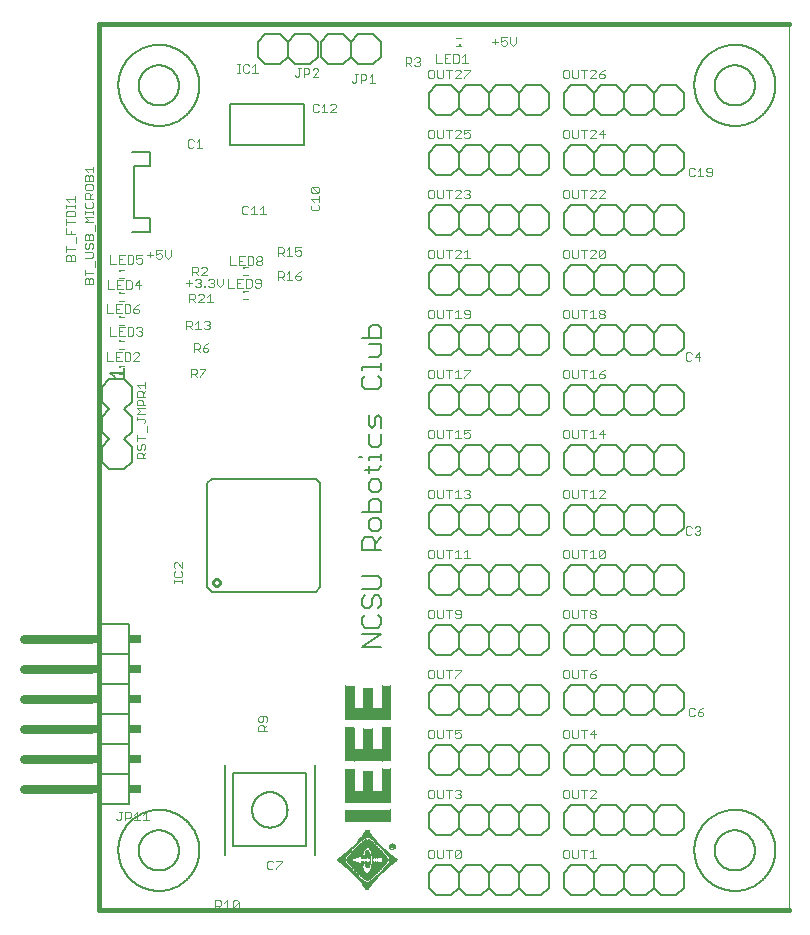
<source format=gto>
G75*
%MOIN*%
%OFA0B0*%
%FSLAX25Y25*%
%IPPOS*%
%LPD*%
%AMOC8*
5,1,8,0,0,1.08239X$1,22.5*
%
%ADD10C,0.01600*%
%ADD11C,0.00100*%
%ADD12C,0.00600*%
%ADD13C,0.00300*%
%ADD14C,0.00800*%
%ADD15C,0.01000*%
%ADD16C,0.00400*%
%ADD17R,0.00984X0.00886*%
%ADD18C,0.03000*%
%ADD19R,0.02000X0.03000*%
%ADD20R,0.04000X0.03000*%
%ADD21C,0.00500*%
%ADD22R,0.00030X0.00270*%
%ADD23R,0.00030X0.00480*%
%ADD24R,0.00030X0.00600*%
%ADD25R,0.00030X0.00690*%
%ADD26R,0.00030X0.00750*%
%ADD27R,0.00030X0.00840*%
%ADD28R,0.00030X0.00930*%
%ADD29R,0.00030X0.00960*%
%ADD30R,0.00030X0.01020*%
%ADD31R,0.00030X0.01050*%
%ADD32R,0.00030X0.01080*%
%ADD33R,0.00030X0.01110*%
%ADD34R,0.00030X0.01140*%
%ADD35R,0.00030X0.01200*%
%ADD36R,0.00030X0.01260*%
%ADD37R,0.00030X0.01350*%
%ADD38R,0.00030X0.01380*%
%ADD39R,0.00030X0.01410*%
%ADD40R,0.00030X0.00300*%
%ADD41R,0.00030X0.01440*%
%ADD42R,0.00030X0.00570*%
%ADD43R,0.00030X0.01470*%
%ADD44R,0.00030X0.00720*%
%ADD45R,0.00030X0.01530*%
%ADD46R,0.00030X0.01590*%
%ADD47R,0.00030X0.01620*%
%ADD48R,0.00030X0.01680*%
%ADD49R,0.00030X0.00450*%
%ADD50R,0.00030X0.01710*%
%ADD51R,0.00030X0.00390*%
%ADD52R,0.00030X0.00360*%
%ADD53R,0.00030X0.01740*%
%ADD54R,0.00030X0.00330*%
%ADD55R,0.00030X0.01800*%
%ADD56R,0.00030X0.01860*%
%ADD57R,0.00030X0.01920*%
%ADD58R,0.00030X0.01980*%
%ADD59R,0.00030X0.02010*%
%ADD60R,0.00030X0.00240*%
%ADD61R,0.00030X0.02040*%
%ADD62R,0.00030X0.00270*%
%ADD63R,0.00030X0.02070*%
%ADD64R,0.00030X0.02130*%
%ADD65R,0.00030X0.00150*%
%ADD66R,0.00030X0.02160*%
%ADD67R,0.00030X0.00210*%
%ADD68R,0.00030X0.02190*%
%ADD69R,0.00030X0.00180*%
%ADD70R,0.00030X0.02250*%
%ADD71R,0.00030X0.00240*%
%ADD72R,0.00030X0.02280*%
%ADD73R,0.00030X0.02340*%
%ADD74R,0.00030X0.02400*%
%ADD75R,0.00030X0.02460*%
%ADD76R,0.00030X0.02490*%
%ADD77R,0.00030X0.02520*%
%ADD78R,0.00030X0.02580*%
%ADD79R,0.00030X0.02640*%
%ADD80R,0.00030X0.02670*%
%ADD81R,0.00030X0.02760*%
%ADD82R,0.00030X0.02790*%
%ADD83R,0.00030X0.02820*%
%ADD84R,0.00030X0.02880*%
%ADD85R,0.00030X0.02940*%
%ADD86R,0.00030X0.00630*%
%ADD87R,0.00030X0.00690*%
%ADD88R,0.00030X0.03000*%
%ADD89R,0.00030X0.03060*%
%ADD90R,0.00030X0.03090*%
%ADD91R,0.00030X0.03150*%
%ADD92R,0.00030X0.03180*%
%ADD93R,0.00030X0.03240*%
%ADD94R,0.00030X0.03300*%
%ADD95R,0.00030X0.03360*%
%ADD96R,0.00030X0.03420*%
%ADD97R,0.00030X0.03480*%
%ADD98R,0.00030X0.03540*%
%ADD99R,0.00030X0.03600*%
%ADD100R,0.00030X0.00660*%
%ADD101R,0.00030X0.03660*%
%ADD102R,0.00030X0.03720*%
%ADD103R,0.00030X0.00510*%
%ADD104R,0.00030X0.03780*%
%ADD105R,0.00030X0.00030*%
%ADD106R,0.00030X0.03840*%
%ADD107R,0.00030X0.00120*%
%ADD108R,0.00030X0.00090*%
%ADD109R,0.00030X0.00060*%
%ADD110R,0.00030X0.03900*%
%ADD111R,0.00030X0.04050*%
%ADD112R,0.00030X0.11280*%
%ADD113R,0.00030X0.11310*%
%ADD114R,0.00030X0.11340*%
%ADD115R,0.00030X0.03960*%
%ADD116R,0.00030X0.11370*%
%ADD117R,0.00030X0.11400*%
%ADD118R,0.00030X0.04020*%
%ADD119R,0.00030X0.04110*%
%ADD120R,0.00030X0.11370*%
%ADD121R,0.00030X0.04080*%
%ADD122R,0.00030X0.04140*%
%ADD123R,0.00030X0.11340*%
%ADD124R,0.00030X0.04200*%
%ADD125R,0.00030X0.00420*%
%ADD126R,0.00030X0.04230*%
%ADD127R,0.00030X0.01140*%
%ADD128R,0.00030X0.01950*%
%ADD129R,0.00030X0.01890*%
%ADD130R,0.00030X0.01770*%
%ADD131R,0.00030X0.00810*%
%ADD132R,0.00030X0.01830*%
%ADD133R,0.00030X0.01770*%
%ADD134R,0.00030X0.01650*%
%ADD135R,0.00030X0.01740*%
%ADD136R,0.00030X0.01590*%
%ADD137R,0.00030X0.01560*%
%ADD138R,0.00030X0.01500*%
%ADD139R,0.00030X0.01620*%
%ADD140R,0.00030X0.01470*%
%ADD141R,0.00030X0.01440*%
%ADD142R,0.00030X0.00990*%
%ADD143R,0.00030X0.01320*%
%ADD144R,0.00030X0.01320*%
%ADD145R,0.00030X0.01170*%
%ADD146R,0.00030X0.01290*%
%ADD147R,0.00030X0.01290*%
%ADD148R,0.00030X0.01230*%
%ADD149R,0.00030X0.01920*%
%ADD150R,0.00030X0.01170*%
%ADD151R,0.00030X0.02100*%
%ADD152R,0.00030X0.02190*%
%ADD153R,0.00030X0.02550*%
%ADD154R,0.00030X0.02700*%
%ADD155R,0.00030X0.02850*%
%ADD156R,0.00030X0.02970*%
%ADD157R,0.00030X0.03030*%
%ADD158R,0.00030X0.01020*%
%ADD159R,0.00030X0.03330*%
%ADD160R,0.00030X0.03390*%
%ADD161R,0.00030X0.03450*%
%ADD162R,0.00030X0.03630*%
%ADD163R,0.00030X0.03690*%
%ADD164R,0.00030X0.03810*%
%ADD165R,0.00030X0.00990*%
%ADD166R,0.00030X0.03990*%
%ADD167R,0.00030X0.04020*%
%ADD168R,0.00030X0.04170*%
%ADD169R,0.00030X0.04320*%
%ADD170R,0.00030X0.04380*%
%ADD171R,0.00030X0.04440*%
%ADD172R,0.00030X0.04500*%
%ADD173R,0.00030X0.04560*%
%ADD174R,0.00030X0.04650*%
%ADD175R,0.00030X0.00900*%
%ADD176R,0.00030X0.04710*%
%ADD177R,0.00030X0.04800*%
%ADD178R,0.00030X0.04860*%
%ADD179R,0.00030X0.04920*%
%ADD180R,0.00030X0.05010*%
%ADD181R,0.00030X0.05070*%
%ADD182R,0.00030X0.00870*%
%ADD183R,0.00030X0.05130*%
%ADD184R,0.00030X0.05220*%
%ADD185R,0.00030X0.05280*%
%ADD186R,0.00030X0.05340*%
%ADD187R,0.00030X0.05430*%
%ADD188R,0.00030X0.00870*%
%ADD189R,0.00030X0.05490*%
%ADD190R,0.00030X0.02640*%
%ADD191R,0.00030X0.02370*%
%ADD192R,0.00030X0.02310*%
%ADD193R,0.00030X0.04260*%
%ADD194R,0.00030X0.00120*%
%ADD195R,0.00030X0.04170*%
%ADD196R,0.00030X0.02220*%
%ADD197R,0.00030X0.02430*%
%ADD198R,0.00030X0.02610*%
%ADD199R,0.00030X0.02730*%
%ADD200R,0.00030X0.02970*%
%ADD201R,0.00030X0.02910*%
%ADD202R,0.00030X0.03120*%
%ADD203R,0.00030X0.03090*%
%ADD204R,0.00030X0.03210*%
%ADD205R,0.00030X0.03270*%
%ADD206R,0.00030X0.03240*%
%ADD207R,0.00030X0.03420*%
%ADD208R,0.00030X0.03390*%
%ADD209R,0.00030X0.03510*%
%ADD210R,0.00030X0.03570*%
%ADD211R,0.00030X0.03540*%
%ADD212R,0.00030X0.03690*%
%ADD213R,0.00030X0.03720*%
%ADD214R,0.00030X0.03870*%
%ADD215R,0.00030X0.03750*%
%ADD216R,0.00030X0.03930*%
%ADD217R,0.00030X0.03840*%
%ADD218R,0.00030X0.03870*%
%ADD219R,0.00030X0.04350*%
%ADD220R,0.00030X0.04290*%
%ADD221R,0.00030X0.04470*%
%ADD222R,0.00030X0.04320*%
%ADD223R,0.00030X0.04530*%
%ADD224R,0.00030X0.04590*%
%ADD225R,0.00030X0.04470*%
%ADD226R,0.00030X0.04620*%
%ADD227R,0.00030X0.04680*%
%ADD228R,0.00030X0.04590*%
%ADD229R,0.00030X0.04740*%
%ADD230R,0.00030X0.04620*%
%ADD231R,0.00030X0.04770*%
%ADD232R,0.00030X0.04830*%
%ADD233R,0.00030X0.04740*%
%ADD234R,0.00030X0.04770*%
%ADD235R,0.00030X0.04890*%
%ADD236R,0.00030X0.04980*%
%ADD237R,0.00030X0.04890*%
%ADD238R,0.00030X0.04920*%
%ADD239R,0.00030X0.05040*%
%ADD240R,0.00030X0.04950*%
%ADD241R,0.00030X0.05070*%
%ADD242R,0.00030X0.05100*%
%ADD243R,0.00030X0.05160*%
%ADD244R,0.00030X0.05250*%
%ADD245R,0.00030X0.05190*%
%ADD246R,0.00030X0.05220*%
%ADD247R,0.00030X0.11760*%
%ADD248R,0.00030X0.11820*%
%ADD249R,0.00030X0.11850*%
%ADD250R,0.00030X0.11910*%
%ADD251R,0.00030X0.05310*%
%ADD252R,0.00030X0.10710*%
%ADD253R,0.00030X0.06120*%
%ADD254R,0.00030X0.06420*%
%ADD255R,0.00030X0.10770*%
%ADD256R,0.00030X0.10800*%
%ADD257R,0.00030X0.10770*%
%ADD258R,0.00030X0.04410*%
%ADD259R,0.00030X0.03990*%
%ADD260R,0.00030X0.03570*%
%ADD261R,0.00030X0.03270*%
%ADD262R,0.00030X0.01890*%
%ADD263R,0.00030X0.02340*%
%ADD264R,0.00030X0.02670*%
%ADD265R,0.00030X0.02040*%
%ADD266R,0.00030X0.02070*%
%ADD267R,0.00030X0.02220*%
%ADD268R,0.00030X0.02370*%
%ADD269R,0.00030X0.02520*%
%ADD270R,0.00030X0.02490*%
%ADD271R,0.00030X0.00540*%
%ADD272R,0.00030X0.00420*%
%ADD273R,0.00030X0.10740*%
%ADD274R,0.00030X0.06450*%
%ADD275R,0.00030X0.04140*%
%ADD276R,0.00030X0.05580*%
%ADD277R,0.00030X0.05550*%
%ADD278R,0.00030X0.05460*%
%ADD279R,0.00030X0.05520*%
%ADD280R,0.00030X0.05400*%
%ADD281R,0.00030X0.05370*%
%ADD282R,0.00030X0.00570*%
%ADD283R,0.00030X0.04290*%
%ADD284R,0.00030X0.03120*%
%ADD285R,0.00030X0.02820*%
%ADD286R,0.00030X0.00540*%
%ADD287R,0.00030X0.11250*%
%ADD288R,0.00030X0.11100*%
D10*
X0027500Y0001800D02*
X0027500Y0297076D01*
X0257500Y0297076D01*
X0257500Y0001800D02*
X0027500Y0001800D01*
D11*
X0257500Y0001800D02*
X0257500Y0297076D01*
D12*
X0232807Y0276800D02*
X0232809Y0276964D01*
X0232815Y0277128D01*
X0232825Y0277292D01*
X0232839Y0277456D01*
X0232857Y0277619D01*
X0232879Y0277782D01*
X0232906Y0277944D01*
X0232936Y0278106D01*
X0232970Y0278266D01*
X0233008Y0278426D01*
X0233049Y0278585D01*
X0233095Y0278743D01*
X0233145Y0278899D01*
X0233198Y0279055D01*
X0233255Y0279209D01*
X0233316Y0279361D01*
X0233381Y0279512D01*
X0233450Y0279662D01*
X0233522Y0279809D01*
X0233597Y0279955D01*
X0233677Y0280099D01*
X0233759Y0280241D01*
X0233845Y0280381D01*
X0233935Y0280518D01*
X0234028Y0280654D01*
X0234124Y0280787D01*
X0234224Y0280918D01*
X0234326Y0281046D01*
X0234432Y0281172D01*
X0234541Y0281295D01*
X0234653Y0281415D01*
X0234767Y0281533D01*
X0234885Y0281647D01*
X0235005Y0281759D01*
X0235128Y0281868D01*
X0235254Y0281974D01*
X0235382Y0282076D01*
X0235513Y0282176D01*
X0235646Y0282272D01*
X0235782Y0282365D01*
X0235919Y0282455D01*
X0236059Y0282541D01*
X0236201Y0282623D01*
X0236345Y0282703D01*
X0236491Y0282778D01*
X0236638Y0282850D01*
X0236788Y0282919D01*
X0236939Y0282984D01*
X0237091Y0283045D01*
X0237245Y0283102D01*
X0237401Y0283155D01*
X0237557Y0283205D01*
X0237715Y0283251D01*
X0237874Y0283292D01*
X0238034Y0283330D01*
X0238194Y0283364D01*
X0238356Y0283394D01*
X0238518Y0283421D01*
X0238681Y0283443D01*
X0238844Y0283461D01*
X0239008Y0283475D01*
X0239172Y0283485D01*
X0239336Y0283491D01*
X0239500Y0283493D01*
X0239664Y0283491D01*
X0239828Y0283485D01*
X0239992Y0283475D01*
X0240156Y0283461D01*
X0240319Y0283443D01*
X0240482Y0283421D01*
X0240644Y0283394D01*
X0240806Y0283364D01*
X0240966Y0283330D01*
X0241126Y0283292D01*
X0241285Y0283251D01*
X0241443Y0283205D01*
X0241599Y0283155D01*
X0241755Y0283102D01*
X0241909Y0283045D01*
X0242061Y0282984D01*
X0242212Y0282919D01*
X0242362Y0282850D01*
X0242509Y0282778D01*
X0242655Y0282703D01*
X0242799Y0282623D01*
X0242941Y0282541D01*
X0243081Y0282455D01*
X0243218Y0282365D01*
X0243354Y0282272D01*
X0243487Y0282176D01*
X0243618Y0282076D01*
X0243746Y0281974D01*
X0243872Y0281868D01*
X0243995Y0281759D01*
X0244115Y0281647D01*
X0244233Y0281533D01*
X0244347Y0281415D01*
X0244459Y0281295D01*
X0244568Y0281172D01*
X0244674Y0281046D01*
X0244776Y0280918D01*
X0244876Y0280787D01*
X0244972Y0280654D01*
X0245065Y0280518D01*
X0245155Y0280381D01*
X0245241Y0280241D01*
X0245323Y0280099D01*
X0245403Y0279955D01*
X0245478Y0279809D01*
X0245550Y0279662D01*
X0245619Y0279512D01*
X0245684Y0279361D01*
X0245745Y0279209D01*
X0245802Y0279055D01*
X0245855Y0278899D01*
X0245905Y0278743D01*
X0245951Y0278585D01*
X0245992Y0278426D01*
X0246030Y0278266D01*
X0246064Y0278106D01*
X0246094Y0277944D01*
X0246121Y0277782D01*
X0246143Y0277619D01*
X0246161Y0277456D01*
X0246175Y0277292D01*
X0246185Y0277128D01*
X0246191Y0276964D01*
X0246193Y0276800D01*
X0246191Y0276636D01*
X0246185Y0276472D01*
X0246175Y0276308D01*
X0246161Y0276144D01*
X0246143Y0275981D01*
X0246121Y0275818D01*
X0246094Y0275656D01*
X0246064Y0275494D01*
X0246030Y0275334D01*
X0245992Y0275174D01*
X0245951Y0275015D01*
X0245905Y0274857D01*
X0245855Y0274701D01*
X0245802Y0274545D01*
X0245745Y0274391D01*
X0245684Y0274239D01*
X0245619Y0274088D01*
X0245550Y0273938D01*
X0245478Y0273791D01*
X0245403Y0273645D01*
X0245323Y0273501D01*
X0245241Y0273359D01*
X0245155Y0273219D01*
X0245065Y0273082D01*
X0244972Y0272946D01*
X0244876Y0272813D01*
X0244776Y0272682D01*
X0244674Y0272554D01*
X0244568Y0272428D01*
X0244459Y0272305D01*
X0244347Y0272185D01*
X0244233Y0272067D01*
X0244115Y0271953D01*
X0243995Y0271841D01*
X0243872Y0271732D01*
X0243746Y0271626D01*
X0243618Y0271524D01*
X0243487Y0271424D01*
X0243354Y0271328D01*
X0243218Y0271235D01*
X0243081Y0271145D01*
X0242941Y0271059D01*
X0242799Y0270977D01*
X0242655Y0270897D01*
X0242509Y0270822D01*
X0242362Y0270750D01*
X0242212Y0270681D01*
X0242061Y0270616D01*
X0241909Y0270555D01*
X0241755Y0270498D01*
X0241599Y0270445D01*
X0241443Y0270395D01*
X0241285Y0270349D01*
X0241126Y0270308D01*
X0240966Y0270270D01*
X0240806Y0270236D01*
X0240644Y0270206D01*
X0240482Y0270179D01*
X0240319Y0270157D01*
X0240156Y0270139D01*
X0239992Y0270125D01*
X0239828Y0270115D01*
X0239664Y0270109D01*
X0239500Y0270107D01*
X0239336Y0270109D01*
X0239172Y0270115D01*
X0239008Y0270125D01*
X0238844Y0270139D01*
X0238681Y0270157D01*
X0238518Y0270179D01*
X0238356Y0270206D01*
X0238194Y0270236D01*
X0238034Y0270270D01*
X0237874Y0270308D01*
X0237715Y0270349D01*
X0237557Y0270395D01*
X0237401Y0270445D01*
X0237245Y0270498D01*
X0237091Y0270555D01*
X0236939Y0270616D01*
X0236788Y0270681D01*
X0236638Y0270750D01*
X0236491Y0270822D01*
X0236345Y0270897D01*
X0236201Y0270977D01*
X0236059Y0271059D01*
X0235919Y0271145D01*
X0235782Y0271235D01*
X0235646Y0271328D01*
X0235513Y0271424D01*
X0235382Y0271524D01*
X0235254Y0271626D01*
X0235128Y0271732D01*
X0235005Y0271841D01*
X0234885Y0271953D01*
X0234767Y0272067D01*
X0234653Y0272185D01*
X0234541Y0272305D01*
X0234432Y0272428D01*
X0234326Y0272554D01*
X0234224Y0272682D01*
X0234124Y0272813D01*
X0234028Y0272946D01*
X0233935Y0273082D01*
X0233845Y0273219D01*
X0233759Y0273359D01*
X0233677Y0273501D01*
X0233597Y0273645D01*
X0233522Y0273791D01*
X0233450Y0273938D01*
X0233381Y0274088D01*
X0233316Y0274239D01*
X0233255Y0274391D01*
X0233198Y0274545D01*
X0233145Y0274701D01*
X0233095Y0274857D01*
X0233049Y0275015D01*
X0233008Y0275174D01*
X0232970Y0275334D01*
X0232936Y0275494D01*
X0232906Y0275656D01*
X0232879Y0275818D01*
X0232857Y0275981D01*
X0232839Y0276144D01*
X0232825Y0276308D01*
X0232815Y0276472D01*
X0232809Y0276636D01*
X0232807Y0276800D01*
X0226000Y0276800D02*
X0226004Y0277131D01*
X0226016Y0277462D01*
X0226037Y0277793D01*
X0226065Y0278123D01*
X0226102Y0278453D01*
X0226146Y0278781D01*
X0226199Y0279108D01*
X0226259Y0279434D01*
X0226328Y0279758D01*
X0226405Y0280080D01*
X0226489Y0280401D01*
X0226581Y0280719D01*
X0226681Y0281035D01*
X0226789Y0281348D01*
X0226905Y0281659D01*
X0227028Y0281966D01*
X0227158Y0282271D01*
X0227296Y0282572D01*
X0227441Y0282870D01*
X0227594Y0283164D01*
X0227754Y0283454D01*
X0227921Y0283740D01*
X0228094Y0284022D01*
X0228275Y0284300D01*
X0228463Y0284573D01*
X0228657Y0284842D01*
X0228857Y0285106D01*
X0229064Y0285364D01*
X0229278Y0285618D01*
X0229497Y0285866D01*
X0229723Y0286109D01*
X0229954Y0286346D01*
X0230191Y0286577D01*
X0230434Y0286803D01*
X0230682Y0287022D01*
X0230936Y0287236D01*
X0231194Y0287443D01*
X0231458Y0287643D01*
X0231727Y0287837D01*
X0232000Y0288025D01*
X0232278Y0288206D01*
X0232560Y0288379D01*
X0232846Y0288546D01*
X0233136Y0288706D01*
X0233430Y0288859D01*
X0233728Y0289004D01*
X0234029Y0289142D01*
X0234334Y0289272D01*
X0234641Y0289395D01*
X0234952Y0289511D01*
X0235265Y0289619D01*
X0235581Y0289719D01*
X0235899Y0289811D01*
X0236220Y0289895D01*
X0236542Y0289972D01*
X0236866Y0290041D01*
X0237192Y0290101D01*
X0237519Y0290154D01*
X0237847Y0290198D01*
X0238177Y0290235D01*
X0238507Y0290263D01*
X0238838Y0290284D01*
X0239169Y0290296D01*
X0239500Y0290300D01*
X0239831Y0290296D01*
X0240162Y0290284D01*
X0240493Y0290263D01*
X0240823Y0290235D01*
X0241153Y0290198D01*
X0241481Y0290154D01*
X0241808Y0290101D01*
X0242134Y0290041D01*
X0242458Y0289972D01*
X0242780Y0289895D01*
X0243101Y0289811D01*
X0243419Y0289719D01*
X0243735Y0289619D01*
X0244048Y0289511D01*
X0244359Y0289395D01*
X0244666Y0289272D01*
X0244971Y0289142D01*
X0245272Y0289004D01*
X0245570Y0288859D01*
X0245864Y0288706D01*
X0246154Y0288546D01*
X0246440Y0288379D01*
X0246722Y0288206D01*
X0247000Y0288025D01*
X0247273Y0287837D01*
X0247542Y0287643D01*
X0247806Y0287443D01*
X0248064Y0287236D01*
X0248318Y0287022D01*
X0248566Y0286803D01*
X0248809Y0286577D01*
X0249046Y0286346D01*
X0249277Y0286109D01*
X0249503Y0285866D01*
X0249722Y0285618D01*
X0249936Y0285364D01*
X0250143Y0285106D01*
X0250343Y0284842D01*
X0250537Y0284573D01*
X0250725Y0284300D01*
X0250906Y0284022D01*
X0251079Y0283740D01*
X0251246Y0283454D01*
X0251406Y0283164D01*
X0251559Y0282870D01*
X0251704Y0282572D01*
X0251842Y0282271D01*
X0251972Y0281966D01*
X0252095Y0281659D01*
X0252211Y0281348D01*
X0252319Y0281035D01*
X0252419Y0280719D01*
X0252511Y0280401D01*
X0252595Y0280080D01*
X0252672Y0279758D01*
X0252741Y0279434D01*
X0252801Y0279108D01*
X0252854Y0278781D01*
X0252898Y0278453D01*
X0252935Y0278123D01*
X0252963Y0277793D01*
X0252984Y0277462D01*
X0252996Y0277131D01*
X0253000Y0276800D01*
X0252996Y0276469D01*
X0252984Y0276138D01*
X0252963Y0275807D01*
X0252935Y0275477D01*
X0252898Y0275147D01*
X0252854Y0274819D01*
X0252801Y0274492D01*
X0252741Y0274166D01*
X0252672Y0273842D01*
X0252595Y0273520D01*
X0252511Y0273199D01*
X0252419Y0272881D01*
X0252319Y0272565D01*
X0252211Y0272252D01*
X0252095Y0271941D01*
X0251972Y0271634D01*
X0251842Y0271329D01*
X0251704Y0271028D01*
X0251559Y0270730D01*
X0251406Y0270436D01*
X0251246Y0270146D01*
X0251079Y0269860D01*
X0250906Y0269578D01*
X0250725Y0269300D01*
X0250537Y0269027D01*
X0250343Y0268758D01*
X0250143Y0268494D01*
X0249936Y0268236D01*
X0249722Y0267982D01*
X0249503Y0267734D01*
X0249277Y0267491D01*
X0249046Y0267254D01*
X0248809Y0267023D01*
X0248566Y0266797D01*
X0248318Y0266578D01*
X0248064Y0266364D01*
X0247806Y0266157D01*
X0247542Y0265957D01*
X0247273Y0265763D01*
X0247000Y0265575D01*
X0246722Y0265394D01*
X0246440Y0265221D01*
X0246154Y0265054D01*
X0245864Y0264894D01*
X0245570Y0264741D01*
X0245272Y0264596D01*
X0244971Y0264458D01*
X0244666Y0264328D01*
X0244359Y0264205D01*
X0244048Y0264089D01*
X0243735Y0263981D01*
X0243419Y0263881D01*
X0243101Y0263789D01*
X0242780Y0263705D01*
X0242458Y0263628D01*
X0242134Y0263559D01*
X0241808Y0263499D01*
X0241481Y0263446D01*
X0241153Y0263402D01*
X0240823Y0263365D01*
X0240493Y0263337D01*
X0240162Y0263316D01*
X0239831Y0263304D01*
X0239500Y0263300D01*
X0239169Y0263304D01*
X0238838Y0263316D01*
X0238507Y0263337D01*
X0238177Y0263365D01*
X0237847Y0263402D01*
X0237519Y0263446D01*
X0237192Y0263499D01*
X0236866Y0263559D01*
X0236542Y0263628D01*
X0236220Y0263705D01*
X0235899Y0263789D01*
X0235581Y0263881D01*
X0235265Y0263981D01*
X0234952Y0264089D01*
X0234641Y0264205D01*
X0234334Y0264328D01*
X0234029Y0264458D01*
X0233728Y0264596D01*
X0233430Y0264741D01*
X0233136Y0264894D01*
X0232846Y0265054D01*
X0232560Y0265221D01*
X0232278Y0265394D01*
X0232000Y0265575D01*
X0231727Y0265763D01*
X0231458Y0265957D01*
X0231194Y0266157D01*
X0230936Y0266364D01*
X0230682Y0266578D01*
X0230434Y0266797D01*
X0230191Y0267023D01*
X0229954Y0267254D01*
X0229723Y0267491D01*
X0229497Y0267734D01*
X0229278Y0267982D01*
X0229064Y0268236D01*
X0228857Y0268494D01*
X0228657Y0268758D01*
X0228463Y0269027D01*
X0228275Y0269300D01*
X0228094Y0269578D01*
X0227921Y0269860D01*
X0227754Y0270146D01*
X0227594Y0270436D01*
X0227441Y0270730D01*
X0227296Y0271028D01*
X0227158Y0271329D01*
X0227028Y0271634D01*
X0226905Y0271941D01*
X0226789Y0272252D01*
X0226681Y0272565D01*
X0226581Y0272881D01*
X0226489Y0273199D01*
X0226405Y0273520D01*
X0226328Y0273842D01*
X0226259Y0274166D01*
X0226199Y0274492D01*
X0226146Y0274819D01*
X0226102Y0275147D01*
X0226065Y0275477D01*
X0226037Y0275807D01*
X0226016Y0276138D01*
X0226004Y0276469D01*
X0226000Y0276800D01*
X0222500Y0274300D02*
X0222500Y0269300D01*
X0220000Y0266800D01*
X0215000Y0266800D01*
X0212500Y0269300D01*
X0210000Y0266800D01*
X0205000Y0266800D01*
X0202500Y0269300D01*
X0200000Y0266800D01*
X0195000Y0266800D01*
X0192500Y0269300D01*
X0190000Y0266800D01*
X0185000Y0266800D01*
X0182500Y0269300D01*
X0182500Y0274300D01*
X0185000Y0276800D01*
X0190000Y0276800D01*
X0192500Y0274300D01*
X0195000Y0276800D01*
X0200000Y0276800D01*
X0202500Y0274300D01*
X0202500Y0269300D01*
X0202500Y0274300D02*
X0205000Y0276800D01*
X0210000Y0276800D01*
X0212500Y0274300D01*
X0215000Y0276800D01*
X0220000Y0276800D01*
X0222500Y0274300D01*
X0212500Y0274300D02*
X0212500Y0269300D01*
X0210000Y0256800D02*
X0205000Y0256800D01*
X0202500Y0254300D01*
X0202500Y0249300D01*
X0200000Y0246800D01*
X0195000Y0246800D01*
X0192500Y0249300D01*
X0190000Y0246800D01*
X0185000Y0246800D01*
X0182500Y0249300D01*
X0182500Y0254300D01*
X0185000Y0256800D01*
X0190000Y0256800D01*
X0192500Y0254300D01*
X0195000Y0256800D01*
X0200000Y0256800D01*
X0202500Y0254300D01*
X0202500Y0249300D02*
X0205000Y0246800D01*
X0210000Y0246800D01*
X0212500Y0249300D01*
X0215000Y0246800D01*
X0220000Y0246800D01*
X0222500Y0249300D01*
X0222500Y0254300D01*
X0220000Y0256800D01*
X0215000Y0256800D01*
X0212500Y0254300D01*
X0212500Y0249300D01*
X0212500Y0254300D02*
X0210000Y0256800D01*
X0192500Y0254300D02*
X0192500Y0249300D01*
X0190000Y0236800D02*
X0185000Y0236800D01*
X0182500Y0234300D01*
X0182500Y0229300D01*
X0185000Y0226800D01*
X0190000Y0226800D01*
X0192500Y0229300D01*
X0195000Y0226800D01*
X0200000Y0226800D01*
X0202500Y0229300D01*
X0202500Y0234300D01*
X0200000Y0236800D01*
X0195000Y0236800D01*
X0192500Y0234300D01*
X0192500Y0229300D01*
X0192500Y0234300D02*
X0190000Y0236800D01*
X0177500Y0234300D02*
X0177500Y0229300D01*
X0175000Y0226800D01*
X0170000Y0226800D01*
X0167500Y0229300D01*
X0165000Y0226800D01*
X0160000Y0226800D01*
X0157500Y0229300D01*
X0155000Y0226800D01*
X0150000Y0226800D01*
X0147500Y0229300D01*
X0145000Y0226800D01*
X0140000Y0226800D01*
X0137500Y0229300D01*
X0137500Y0234300D01*
X0140000Y0236800D01*
X0145000Y0236800D01*
X0147500Y0234300D01*
X0150000Y0236800D01*
X0155000Y0236800D01*
X0157500Y0234300D01*
X0157500Y0229300D01*
X0157500Y0234300D02*
X0160000Y0236800D01*
X0165000Y0236800D01*
X0167500Y0234300D01*
X0170000Y0236800D01*
X0175000Y0236800D01*
X0177500Y0234300D01*
X0167500Y0234300D02*
X0167500Y0229300D01*
X0165000Y0216800D02*
X0160000Y0216800D01*
X0157500Y0214300D01*
X0157500Y0209300D01*
X0155000Y0206800D01*
X0150000Y0206800D01*
X0147500Y0209300D01*
X0145000Y0206800D01*
X0140000Y0206800D01*
X0137500Y0209300D01*
X0137500Y0214300D01*
X0140000Y0216800D01*
X0145000Y0216800D01*
X0147500Y0214300D01*
X0150000Y0216800D01*
X0155000Y0216800D01*
X0157500Y0214300D01*
X0157500Y0209300D02*
X0160000Y0206800D01*
X0165000Y0206800D01*
X0167500Y0209300D01*
X0170000Y0206800D01*
X0175000Y0206800D01*
X0177500Y0209300D01*
X0177500Y0214300D01*
X0175000Y0216800D01*
X0170000Y0216800D01*
X0167500Y0214300D01*
X0167500Y0209300D01*
X0167500Y0214300D02*
X0165000Y0216800D01*
X0147500Y0214300D02*
X0147500Y0209300D01*
X0145000Y0196800D02*
X0140000Y0196800D01*
X0137500Y0194300D01*
X0137500Y0189300D01*
X0140000Y0186800D01*
X0145000Y0186800D01*
X0147500Y0189300D01*
X0150000Y0186800D01*
X0155000Y0186800D01*
X0157500Y0189300D01*
X0157500Y0194300D01*
X0155000Y0196800D01*
X0150000Y0196800D01*
X0147500Y0194300D01*
X0147500Y0189300D01*
X0147500Y0194300D02*
X0145000Y0196800D01*
X0157500Y0194300D02*
X0160000Y0196800D01*
X0165000Y0196800D01*
X0167500Y0194300D01*
X0170000Y0196800D01*
X0175000Y0196800D01*
X0177500Y0194300D01*
X0177500Y0189300D01*
X0175000Y0186800D01*
X0170000Y0186800D01*
X0167500Y0189300D01*
X0165000Y0186800D01*
X0160000Y0186800D01*
X0157500Y0189300D01*
X0167500Y0189300D02*
X0167500Y0194300D01*
X0182500Y0194300D02*
X0182500Y0189300D01*
X0185000Y0186800D01*
X0190000Y0186800D01*
X0192500Y0189300D01*
X0195000Y0186800D01*
X0200000Y0186800D01*
X0202500Y0189300D01*
X0202500Y0194300D01*
X0200000Y0196800D01*
X0195000Y0196800D01*
X0192500Y0194300D01*
X0192500Y0189300D01*
X0192500Y0194300D02*
X0190000Y0196800D01*
X0185000Y0196800D01*
X0182500Y0194300D01*
X0185000Y0206800D02*
X0190000Y0206800D01*
X0192500Y0209300D01*
X0195000Y0206800D01*
X0200000Y0206800D01*
X0202500Y0209300D01*
X0202500Y0214300D01*
X0200000Y0216800D01*
X0195000Y0216800D01*
X0192500Y0214300D01*
X0192500Y0209300D01*
X0192500Y0214300D02*
X0190000Y0216800D01*
X0185000Y0216800D01*
X0182500Y0214300D01*
X0182500Y0209300D01*
X0185000Y0206800D01*
X0202500Y0209300D02*
X0205000Y0206800D01*
X0210000Y0206800D01*
X0212500Y0209300D01*
X0215000Y0206800D01*
X0220000Y0206800D01*
X0222500Y0209300D01*
X0222500Y0214300D01*
X0220000Y0216800D01*
X0215000Y0216800D01*
X0212500Y0214300D01*
X0212500Y0209300D01*
X0212500Y0214300D02*
X0210000Y0216800D01*
X0205000Y0216800D01*
X0202500Y0214300D01*
X0205000Y0226800D02*
X0202500Y0229300D01*
X0205000Y0226800D02*
X0210000Y0226800D01*
X0212500Y0229300D01*
X0215000Y0226800D01*
X0220000Y0226800D01*
X0222500Y0229300D01*
X0222500Y0234300D01*
X0220000Y0236800D01*
X0215000Y0236800D01*
X0212500Y0234300D01*
X0212500Y0229300D01*
X0212500Y0234300D02*
X0210000Y0236800D01*
X0205000Y0236800D01*
X0202500Y0234300D01*
X0177500Y0249300D02*
X0175000Y0246800D01*
X0170000Y0246800D01*
X0167500Y0249300D01*
X0165000Y0246800D01*
X0160000Y0246800D01*
X0157500Y0249300D01*
X0155000Y0246800D01*
X0150000Y0246800D01*
X0147500Y0249300D01*
X0145000Y0246800D01*
X0140000Y0246800D01*
X0137500Y0249300D01*
X0137500Y0254300D01*
X0140000Y0256800D01*
X0145000Y0256800D01*
X0147500Y0254300D01*
X0150000Y0256800D01*
X0155000Y0256800D01*
X0157500Y0254300D01*
X0157500Y0249300D01*
X0157500Y0254300D02*
X0160000Y0256800D01*
X0165000Y0256800D01*
X0167500Y0254300D01*
X0170000Y0256800D01*
X0175000Y0256800D01*
X0177500Y0254300D01*
X0177500Y0249300D01*
X0167500Y0249300D02*
X0167500Y0254300D01*
X0165000Y0266800D02*
X0160000Y0266800D01*
X0157500Y0269300D01*
X0155000Y0266800D01*
X0150000Y0266800D01*
X0147500Y0269300D01*
X0145000Y0266800D01*
X0140000Y0266800D01*
X0137500Y0269300D01*
X0137500Y0274300D01*
X0140000Y0276800D01*
X0145000Y0276800D01*
X0147500Y0274300D01*
X0150000Y0276800D01*
X0155000Y0276800D01*
X0157500Y0274300D01*
X0157500Y0269300D01*
X0157500Y0274300D02*
X0160000Y0276800D01*
X0165000Y0276800D01*
X0167500Y0274300D01*
X0170000Y0276800D01*
X0175000Y0276800D01*
X0177500Y0274300D01*
X0177500Y0269300D01*
X0175000Y0266800D01*
X0170000Y0266800D01*
X0167500Y0269300D01*
X0165000Y0266800D01*
X0167500Y0269300D02*
X0167500Y0274300D01*
X0147500Y0274300D02*
X0147500Y0269300D01*
X0147500Y0254300D02*
X0147500Y0249300D01*
X0147500Y0234300D02*
X0147500Y0229300D01*
X0120632Y0196998D02*
X0118497Y0196998D01*
X0117430Y0195931D01*
X0117430Y0192728D01*
X0115295Y0192728D02*
X0121700Y0192728D01*
X0121700Y0195931D01*
X0120632Y0196998D01*
X0121700Y0190553D02*
X0117430Y0190553D01*
X0121700Y0190553D02*
X0121700Y0187350D01*
X0120632Y0186282D01*
X0117430Y0186282D01*
X0115295Y0183053D02*
X0121700Y0183053D01*
X0121700Y0181985D02*
X0121700Y0184121D01*
X0120632Y0179810D02*
X0121700Y0178743D01*
X0121700Y0176608D01*
X0120632Y0175540D01*
X0116362Y0175540D01*
X0115295Y0176608D01*
X0115295Y0178743D01*
X0116362Y0179810D01*
X0115295Y0181985D02*
X0115295Y0183053D01*
X0117430Y0166919D02*
X0117430Y0163717D01*
X0118497Y0162649D01*
X0119565Y0163717D01*
X0119565Y0165852D01*
X0120632Y0166919D01*
X0121700Y0165852D01*
X0121700Y0162649D01*
X0121700Y0160474D02*
X0121700Y0157271D01*
X0120632Y0156203D01*
X0118497Y0156203D01*
X0117430Y0157271D01*
X0117430Y0160474D01*
X0117430Y0152974D02*
X0121700Y0152974D01*
X0121700Y0151906D02*
X0121700Y0154042D01*
X0121700Y0149745D02*
X0120632Y0148677D01*
X0116362Y0148677D01*
X0117430Y0147609D02*
X0117430Y0149745D01*
X0117430Y0151906D02*
X0117430Y0152974D01*
X0115295Y0152974D02*
X0114227Y0152974D01*
X0118497Y0145434D02*
X0117430Y0144367D01*
X0117430Y0142232D01*
X0118497Y0141164D01*
X0120632Y0141164D01*
X0121700Y0142232D01*
X0121700Y0144367D01*
X0120632Y0145434D01*
X0118497Y0145434D01*
X0118497Y0138989D02*
X0117430Y0137921D01*
X0117430Y0134718D01*
X0115295Y0134718D02*
X0121700Y0134718D01*
X0121700Y0137921D01*
X0120632Y0138989D01*
X0118497Y0138989D01*
X0118497Y0132543D02*
X0117430Y0131476D01*
X0117430Y0129341D01*
X0118497Y0128273D01*
X0120632Y0128273D01*
X0121700Y0129341D01*
X0121700Y0131476D01*
X0120632Y0132543D01*
X0118497Y0132543D01*
X0118497Y0126098D02*
X0116362Y0126098D01*
X0115295Y0125030D01*
X0115295Y0121827D01*
X0121700Y0121827D01*
X0119565Y0121827D02*
X0119565Y0125030D01*
X0118497Y0126098D01*
X0119565Y0123963D02*
X0121700Y0126098D01*
X0120632Y0113207D02*
X0115295Y0113207D01*
X0115295Y0108936D02*
X0120632Y0108936D01*
X0121700Y0110004D01*
X0121700Y0112139D01*
X0120632Y0113207D01*
X0120632Y0106761D02*
X0119565Y0106761D01*
X0118497Y0105694D01*
X0118497Y0103559D01*
X0117430Y0102491D01*
X0116362Y0102491D01*
X0115295Y0103559D01*
X0115295Y0105694D01*
X0116362Y0106761D01*
X0120632Y0106761D02*
X0121700Y0105694D01*
X0121700Y0103559D01*
X0120632Y0102491D01*
X0120632Y0100316D02*
X0121700Y0099248D01*
X0121700Y0097113D01*
X0120632Y0096045D01*
X0116362Y0096045D01*
X0115295Y0097113D01*
X0115295Y0099248D01*
X0116362Y0100316D01*
X0115295Y0093870D02*
X0121700Y0093870D01*
X0115295Y0089600D01*
X0121700Y0089600D01*
X0137500Y0089300D02*
X0140000Y0086800D01*
X0145000Y0086800D01*
X0147500Y0089300D01*
X0150000Y0086800D01*
X0155000Y0086800D01*
X0157500Y0089300D01*
X0157500Y0094300D01*
X0155000Y0096800D01*
X0150000Y0096800D01*
X0147500Y0094300D01*
X0147500Y0089300D01*
X0147500Y0094300D02*
X0145000Y0096800D01*
X0140000Y0096800D01*
X0137500Y0094300D01*
X0137500Y0089300D01*
X0140000Y0076800D02*
X0137500Y0074300D01*
X0137500Y0069300D01*
X0140000Y0066800D01*
X0145000Y0066800D01*
X0147500Y0069300D01*
X0150000Y0066800D01*
X0155000Y0066800D01*
X0157500Y0069300D01*
X0157500Y0074300D01*
X0155000Y0076800D01*
X0150000Y0076800D01*
X0147500Y0074300D01*
X0147500Y0069300D01*
X0147500Y0074300D02*
X0145000Y0076800D01*
X0140000Y0076800D01*
X0157500Y0074300D02*
X0160000Y0076800D01*
X0165000Y0076800D01*
X0167500Y0074300D01*
X0170000Y0076800D01*
X0175000Y0076800D01*
X0177500Y0074300D01*
X0177500Y0069300D01*
X0175000Y0066800D01*
X0170000Y0066800D01*
X0167500Y0069300D01*
X0165000Y0066800D01*
X0160000Y0066800D01*
X0157500Y0069300D01*
X0167500Y0069300D02*
X0167500Y0074300D01*
X0165000Y0086800D02*
X0160000Y0086800D01*
X0157500Y0089300D01*
X0157500Y0094300D02*
X0160000Y0096800D01*
X0165000Y0096800D01*
X0167500Y0094300D01*
X0170000Y0096800D01*
X0175000Y0096800D01*
X0177500Y0094300D01*
X0177500Y0089300D01*
X0175000Y0086800D01*
X0170000Y0086800D01*
X0167500Y0089300D01*
X0165000Y0086800D01*
X0167500Y0089300D02*
X0167500Y0094300D01*
X0165000Y0106800D02*
X0160000Y0106800D01*
X0157500Y0109300D01*
X0155000Y0106800D01*
X0150000Y0106800D01*
X0147500Y0109300D01*
X0145000Y0106800D01*
X0140000Y0106800D01*
X0137500Y0109300D01*
X0137500Y0114300D01*
X0140000Y0116800D01*
X0145000Y0116800D01*
X0147500Y0114300D01*
X0150000Y0116800D01*
X0155000Y0116800D01*
X0157500Y0114300D01*
X0157500Y0109300D01*
X0157500Y0114300D02*
X0160000Y0116800D01*
X0165000Y0116800D01*
X0167500Y0114300D01*
X0170000Y0116800D01*
X0175000Y0116800D01*
X0177500Y0114300D01*
X0177500Y0109300D01*
X0175000Y0106800D01*
X0170000Y0106800D01*
X0167500Y0109300D01*
X0165000Y0106800D01*
X0167500Y0109300D02*
X0167500Y0114300D01*
X0165000Y0126800D02*
X0160000Y0126800D01*
X0157500Y0129300D01*
X0155000Y0126800D01*
X0150000Y0126800D01*
X0147500Y0129300D01*
X0145000Y0126800D01*
X0140000Y0126800D01*
X0137500Y0129300D01*
X0137500Y0134300D01*
X0140000Y0136800D01*
X0145000Y0136800D01*
X0147500Y0134300D01*
X0150000Y0136800D01*
X0155000Y0136800D01*
X0157500Y0134300D01*
X0157500Y0129300D01*
X0157500Y0134300D02*
X0160000Y0136800D01*
X0165000Y0136800D01*
X0167500Y0134300D01*
X0170000Y0136800D01*
X0175000Y0136800D01*
X0177500Y0134300D01*
X0177500Y0129300D01*
X0175000Y0126800D01*
X0170000Y0126800D01*
X0167500Y0129300D01*
X0165000Y0126800D01*
X0167500Y0129300D02*
X0167500Y0134300D01*
X0165000Y0146800D02*
X0160000Y0146800D01*
X0157500Y0149300D01*
X0155000Y0146800D01*
X0150000Y0146800D01*
X0147500Y0149300D01*
X0145000Y0146800D01*
X0140000Y0146800D01*
X0137500Y0149300D01*
X0137500Y0154300D01*
X0140000Y0156800D01*
X0145000Y0156800D01*
X0147500Y0154300D01*
X0150000Y0156800D01*
X0155000Y0156800D01*
X0157500Y0154300D01*
X0157500Y0149300D01*
X0157500Y0154300D02*
X0160000Y0156800D01*
X0165000Y0156800D01*
X0167500Y0154300D01*
X0170000Y0156800D01*
X0175000Y0156800D01*
X0177500Y0154300D01*
X0177500Y0149300D01*
X0175000Y0146800D01*
X0170000Y0146800D01*
X0167500Y0149300D01*
X0165000Y0146800D01*
X0167500Y0149300D02*
X0167500Y0154300D01*
X0165000Y0166800D02*
X0160000Y0166800D01*
X0157500Y0169300D01*
X0155000Y0166800D01*
X0150000Y0166800D01*
X0147500Y0169300D01*
X0145000Y0166800D01*
X0140000Y0166800D01*
X0137500Y0169300D01*
X0137500Y0174300D01*
X0140000Y0176800D01*
X0145000Y0176800D01*
X0147500Y0174300D01*
X0150000Y0176800D01*
X0155000Y0176800D01*
X0157500Y0174300D01*
X0157500Y0169300D01*
X0157500Y0174300D02*
X0160000Y0176800D01*
X0165000Y0176800D01*
X0167500Y0174300D01*
X0170000Y0176800D01*
X0175000Y0176800D01*
X0177500Y0174300D01*
X0177500Y0169300D01*
X0175000Y0166800D01*
X0170000Y0166800D01*
X0167500Y0169300D01*
X0165000Y0166800D01*
X0167500Y0169300D02*
X0167500Y0174300D01*
X0182500Y0174300D02*
X0182500Y0169300D01*
X0185000Y0166800D01*
X0190000Y0166800D01*
X0192500Y0169300D01*
X0195000Y0166800D01*
X0200000Y0166800D01*
X0202500Y0169300D01*
X0202500Y0174300D01*
X0200000Y0176800D01*
X0195000Y0176800D01*
X0192500Y0174300D01*
X0192500Y0169300D01*
X0192500Y0174300D02*
X0190000Y0176800D01*
X0185000Y0176800D01*
X0182500Y0174300D01*
X0185000Y0156800D02*
X0182500Y0154300D01*
X0182500Y0149300D01*
X0185000Y0146800D01*
X0190000Y0146800D01*
X0192500Y0149300D01*
X0195000Y0146800D01*
X0200000Y0146800D01*
X0202500Y0149300D01*
X0202500Y0154300D01*
X0200000Y0156800D01*
X0195000Y0156800D01*
X0192500Y0154300D01*
X0192500Y0149300D01*
X0192500Y0154300D02*
X0190000Y0156800D01*
X0185000Y0156800D01*
X0202500Y0154300D02*
X0205000Y0156800D01*
X0210000Y0156800D01*
X0212500Y0154300D01*
X0215000Y0156800D01*
X0220000Y0156800D01*
X0222500Y0154300D01*
X0222500Y0149300D01*
X0220000Y0146800D01*
X0215000Y0146800D01*
X0212500Y0149300D01*
X0210000Y0146800D01*
X0205000Y0146800D01*
X0202500Y0149300D01*
X0212500Y0149300D02*
X0212500Y0154300D01*
X0210000Y0166800D02*
X0205000Y0166800D01*
X0202500Y0169300D01*
X0202500Y0174300D02*
X0205000Y0176800D01*
X0210000Y0176800D01*
X0212500Y0174300D01*
X0215000Y0176800D01*
X0220000Y0176800D01*
X0222500Y0174300D01*
X0222500Y0169300D01*
X0220000Y0166800D01*
X0215000Y0166800D01*
X0212500Y0169300D01*
X0210000Y0166800D01*
X0212500Y0169300D02*
X0212500Y0174300D01*
X0210000Y0186800D02*
X0205000Y0186800D01*
X0202500Y0189300D01*
X0202500Y0194300D02*
X0205000Y0196800D01*
X0210000Y0196800D01*
X0212500Y0194300D01*
X0215000Y0196800D01*
X0220000Y0196800D01*
X0222500Y0194300D01*
X0222500Y0189300D01*
X0220000Y0186800D01*
X0215000Y0186800D01*
X0212500Y0189300D01*
X0210000Y0186800D01*
X0212500Y0189300D02*
X0212500Y0194300D01*
X0210000Y0136800D02*
X0205000Y0136800D01*
X0202500Y0134300D01*
X0202500Y0129300D01*
X0200000Y0126800D01*
X0195000Y0126800D01*
X0192500Y0129300D01*
X0190000Y0126800D01*
X0185000Y0126800D01*
X0182500Y0129300D01*
X0182500Y0134300D01*
X0185000Y0136800D01*
X0190000Y0136800D01*
X0192500Y0134300D01*
X0195000Y0136800D01*
X0200000Y0136800D01*
X0202500Y0134300D01*
X0202500Y0129300D02*
X0205000Y0126800D01*
X0210000Y0126800D01*
X0212500Y0129300D01*
X0215000Y0126800D01*
X0220000Y0126800D01*
X0222500Y0129300D01*
X0222500Y0134300D01*
X0220000Y0136800D01*
X0215000Y0136800D01*
X0212500Y0134300D01*
X0212500Y0129300D01*
X0212500Y0134300D02*
X0210000Y0136800D01*
X0192500Y0134300D02*
X0192500Y0129300D01*
X0190000Y0116800D02*
X0185000Y0116800D01*
X0182500Y0114300D01*
X0182500Y0109300D01*
X0185000Y0106800D01*
X0190000Y0106800D01*
X0192500Y0109300D01*
X0195000Y0106800D01*
X0200000Y0106800D01*
X0202500Y0109300D01*
X0202500Y0114300D01*
X0200000Y0116800D01*
X0195000Y0116800D01*
X0192500Y0114300D01*
X0192500Y0109300D01*
X0192500Y0114300D02*
X0190000Y0116800D01*
X0202500Y0114300D02*
X0205000Y0116800D01*
X0210000Y0116800D01*
X0212500Y0114300D01*
X0215000Y0116800D01*
X0220000Y0116800D01*
X0222500Y0114300D01*
X0222500Y0109300D01*
X0220000Y0106800D01*
X0215000Y0106800D01*
X0212500Y0109300D01*
X0210000Y0106800D01*
X0205000Y0106800D01*
X0202500Y0109300D01*
X0212500Y0109300D02*
X0212500Y0114300D01*
X0210000Y0096800D02*
X0205000Y0096800D01*
X0202500Y0094300D01*
X0202500Y0089300D01*
X0200000Y0086800D01*
X0195000Y0086800D01*
X0192500Y0089300D01*
X0190000Y0086800D01*
X0185000Y0086800D01*
X0182500Y0089300D01*
X0182500Y0094300D01*
X0185000Y0096800D01*
X0190000Y0096800D01*
X0192500Y0094300D01*
X0195000Y0096800D01*
X0200000Y0096800D01*
X0202500Y0094300D01*
X0202500Y0089300D02*
X0205000Y0086800D01*
X0210000Y0086800D01*
X0212500Y0089300D01*
X0215000Y0086800D01*
X0220000Y0086800D01*
X0222500Y0089300D01*
X0222500Y0094300D01*
X0220000Y0096800D01*
X0215000Y0096800D01*
X0212500Y0094300D01*
X0212500Y0089300D01*
X0212500Y0094300D02*
X0210000Y0096800D01*
X0192500Y0094300D02*
X0192500Y0089300D01*
X0190000Y0076800D02*
X0185000Y0076800D01*
X0182500Y0074300D01*
X0182500Y0069300D01*
X0185000Y0066800D01*
X0190000Y0066800D01*
X0192500Y0069300D01*
X0195000Y0066800D01*
X0200000Y0066800D01*
X0202500Y0069300D01*
X0202500Y0074300D01*
X0200000Y0076800D01*
X0195000Y0076800D01*
X0192500Y0074300D01*
X0192500Y0069300D01*
X0192500Y0074300D02*
X0190000Y0076800D01*
X0202500Y0074300D02*
X0205000Y0076800D01*
X0210000Y0076800D01*
X0212500Y0074300D01*
X0215000Y0076800D01*
X0220000Y0076800D01*
X0222500Y0074300D01*
X0222500Y0069300D01*
X0220000Y0066800D01*
X0215000Y0066800D01*
X0212500Y0069300D01*
X0210000Y0066800D01*
X0205000Y0066800D01*
X0202500Y0069300D01*
X0212500Y0069300D02*
X0212500Y0074300D01*
X0210000Y0056800D02*
X0205000Y0056800D01*
X0202500Y0054300D01*
X0202500Y0049300D01*
X0200000Y0046800D01*
X0195000Y0046800D01*
X0192500Y0049300D01*
X0190000Y0046800D01*
X0185000Y0046800D01*
X0182500Y0049300D01*
X0182500Y0054300D01*
X0185000Y0056800D01*
X0190000Y0056800D01*
X0192500Y0054300D01*
X0195000Y0056800D01*
X0200000Y0056800D01*
X0202500Y0054300D01*
X0202500Y0049300D02*
X0205000Y0046800D01*
X0210000Y0046800D01*
X0212500Y0049300D01*
X0215000Y0046800D01*
X0220000Y0046800D01*
X0222500Y0049300D01*
X0222500Y0054300D01*
X0220000Y0056800D01*
X0215000Y0056800D01*
X0212500Y0054300D01*
X0212500Y0049300D01*
X0212500Y0054300D02*
X0210000Y0056800D01*
X0192500Y0054300D02*
X0192500Y0049300D01*
X0190000Y0036800D02*
X0185000Y0036800D01*
X0182500Y0034300D01*
X0182500Y0029300D01*
X0185000Y0026800D01*
X0190000Y0026800D01*
X0192500Y0029300D01*
X0195000Y0026800D01*
X0200000Y0026800D01*
X0202500Y0029300D01*
X0202500Y0034300D01*
X0200000Y0036800D01*
X0195000Y0036800D01*
X0192500Y0034300D01*
X0192500Y0029300D01*
X0192500Y0034300D02*
X0190000Y0036800D01*
X0177500Y0034300D02*
X0177500Y0029300D01*
X0175000Y0026800D01*
X0170000Y0026800D01*
X0167500Y0029300D01*
X0165000Y0026800D01*
X0160000Y0026800D01*
X0157500Y0029300D01*
X0155000Y0026800D01*
X0150000Y0026800D01*
X0147500Y0029300D01*
X0145000Y0026800D01*
X0140000Y0026800D01*
X0137500Y0029300D01*
X0137500Y0034300D01*
X0140000Y0036800D01*
X0145000Y0036800D01*
X0147500Y0034300D01*
X0150000Y0036800D01*
X0155000Y0036800D01*
X0157500Y0034300D01*
X0157500Y0029300D01*
X0157500Y0034300D02*
X0160000Y0036800D01*
X0165000Y0036800D01*
X0167500Y0034300D01*
X0170000Y0036800D01*
X0175000Y0036800D01*
X0177500Y0034300D01*
X0167500Y0034300D02*
X0167500Y0029300D01*
X0165000Y0016800D02*
X0160000Y0016800D01*
X0157500Y0014300D01*
X0157500Y0009300D01*
X0155000Y0006800D01*
X0150000Y0006800D01*
X0147500Y0009300D01*
X0145000Y0006800D01*
X0140000Y0006800D01*
X0137500Y0009300D01*
X0137500Y0014300D01*
X0140000Y0016800D01*
X0145000Y0016800D01*
X0147500Y0014300D01*
X0150000Y0016800D01*
X0155000Y0016800D01*
X0157500Y0014300D01*
X0157500Y0009300D02*
X0160000Y0006800D01*
X0165000Y0006800D01*
X0167500Y0009300D01*
X0170000Y0006800D01*
X0175000Y0006800D01*
X0177500Y0009300D01*
X0177500Y0014300D01*
X0175000Y0016800D01*
X0170000Y0016800D01*
X0167500Y0014300D01*
X0167500Y0009300D01*
X0167500Y0014300D02*
X0165000Y0016800D01*
X0147500Y0014300D02*
X0147500Y0009300D01*
X0147500Y0029300D02*
X0147500Y0034300D01*
X0145000Y0046800D02*
X0140000Y0046800D01*
X0137500Y0049300D01*
X0137500Y0054300D01*
X0140000Y0056800D01*
X0145000Y0056800D01*
X0147500Y0054300D01*
X0150000Y0056800D01*
X0155000Y0056800D01*
X0157500Y0054300D01*
X0157500Y0049300D01*
X0155000Y0046800D01*
X0150000Y0046800D01*
X0147500Y0049300D01*
X0145000Y0046800D01*
X0147500Y0049300D02*
X0147500Y0054300D01*
X0157500Y0054300D02*
X0160000Y0056800D01*
X0165000Y0056800D01*
X0167500Y0054300D01*
X0170000Y0056800D01*
X0175000Y0056800D01*
X0177500Y0054300D01*
X0177500Y0049300D01*
X0175000Y0046800D01*
X0170000Y0046800D01*
X0167500Y0049300D01*
X0165000Y0046800D01*
X0160000Y0046800D01*
X0157500Y0049300D01*
X0167500Y0049300D02*
X0167500Y0054300D01*
X0202500Y0034300D02*
X0205000Y0036800D01*
X0210000Y0036800D01*
X0212500Y0034300D01*
X0215000Y0036800D01*
X0220000Y0036800D01*
X0222500Y0034300D01*
X0222500Y0029300D01*
X0220000Y0026800D01*
X0215000Y0026800D01*
X0212500Y0029300D01*
X0210000Y0026800D01*
X0205000Y0026800D01*
X0202500Y0029300D01*
X0212500Y0029300D02*
X0212500Y0034300D01*
X0210000Y0016800D02*
X0205000Y0016800D01*
X0202500Y0014300D01*
X0202500Y0009300D01*
X0200000Y0006800D01*
X0195000Y0006800D01*
X0192500Y0009300D01*
X0190000Y0006800D01*
X0185000Y0006800D01*
X0182500Y0009300D01*
X0182500Y0014300D01*
X0185000Y0016800D01*
X0190000Y0016800D01*
X0192500Y0014300D01*
X0195000Y0016800D01*
X0200000Y0016800D01*
X0202500Y0014300D01*
X0202500Y0009300D02*
X0205000Y0006800D01*
X0210000Y0006800D01*
X0212500Y0009300D01*
X0215000Y0006800D01*
X0220000Y0006800D01*
X0222500Y0009300D01*
X0222500Y0014300D01*
X0220000Y0016800D01*
X0215000Y0016800D01*
X0212500Y0014300D01*
X0212500Y0009300D01*
X0212500Y0014300D02*
X0210000Y0016800D01*
X0192500Y0014300D02*
X0192500Y0009300D01*
X0232807Y0021800D02*
X0232809Y0021964D01*
X0232815Y0022128D01*
X0232825Y0022292D01*
X0232839Y0022456D01*
X0232857Y0022619D01*
X0232879Y0022782D01*
X0232906Y0022944D01*
X0232936Y0023106D01*
X0232970Y0023266D01*
X0233008Y0023426D01*
X0233049Y0023585D01*
X0233095Y0023743D01*
X0233145Y0023899D01*
X0233198Y0024055D01*
X0233255Y0024209D01*
X0233316Y0024361D01*
X0233381Y0024512D01*
X0233450Y0024662D01*
X0233522Y0024809D01*
X0233597Y0024955D01*
X0233677Y0025099D01*
X0233759Y0025241D01*
X0233845Y0025381D01*
X0233935Y0025518D01*
X0234028Y0025654D01*
X0234124Y0025787D01*
X0234224Y0025918D01*
X0234326Y0026046D01*
X0234432Y0026172D01*
X0234541Y0026295D01*
X0234653Y0026415D01*
X0234767Y0026533D01*
X0234885Y0026647D01*
X0235005Y0026759D01*
X0235128Y0026868D01*
X0235254Y0026974D01*
X0235382Y0027076D01*
X0235513Y0027176D01*
X0235646Y0027272D01*
X0235782Y0027365D01*
X0235919Y0027455D01*
X0236059Y0027541D01*
X0236201Y0027623D01*
X0236345Y0027703D01*
X0236491Y0027778D01*
X0236638Y0027850D01*
X0236788Y0027919D01*
X0236939Y0027984D01*
X0237091Y0028045D01*
X0237245Y0028102D01*
X0237401Y0028155D01*
X0237557Y0028205D01*
X0237715Y0028251D01*
X0237874Y0028292D01*
X0238034Y0028330D01*
X0238194Y0028364D01*
X0238356Y0028394D01*
X0238518Y0028421D01*
X0238681Y0028443D01*
X0238844Y0028461D01*
X0239008Y0028475D01*
X0239172Y0028485D01*
X0239336Y0028491D01*
X0239500Y0028493D01*
X0239664Y0028491D01*
X0239828Y0028485D01*
X0239992Y0028475D01*
X0240156Y0028461D01*
X0240319Y0028443D01*
X0240482Y0028421D01*
X0240644Y0028394D01*
X0240806Y0028364D01*
X0240966Y0028330D01*
X0241126Y0028292D01*
X0241285Y0028251D01*
X0241443Y0028205D01*
X0241599Y0028155D01*
X0241755Y0028102D01*
X0241909Y0028045D01*
X0242061Y0027984D01*
X0242212Y0027919D01*
X0242362Y0027850D01*
X0242509Y0027778D01*
X0242655Y0027703D01*
X0242799Y0027623D01*
X0242941Y0027541D01*
X0243081Y0027455D01*
X0243218Y0027365D01*
X0243354Y0027272D01*
X0243487Y0027176D01*
X0243618Y0027076D01*
X0243746Y0026974D01*
X0243872Y0026868D01*
X0243995Y0026759D01*
X0244115Y0026647D01*
X0244233Y0026533D01*
X0244347Y0026415D01*
X0244459Y0026295D01*
X0244568Y0026172D01*
X0244674Y0026046D01*
X0244776Y0025918D01*
X0244876Y0025787D01*
X0244972Y0025654D01*
X0245065Y0025518D01*
X0245155Y0025381D01*
X0245241Y0025241D01*
X0245323Y0025099D01*
X0245403Y0024955D01*
X0245478Y0024809D01*
X0245550Y0024662D01*
X0245619Y0024512D01*
X0245684Y0024361D01*
X0245745Y0024209D01*
X0245802Y0024055D01*
X0245855Y0023899D01*
X0245905Y0023743D01*
X0245951Y0023585D01*
X0245992Y0023426D01*
X0246030Y0023266D01*
X0246064Y0023106D01*
X0246094Y0022944D01*
X0246121Y0022782D01*
X0246143Y0022619D01*
X0246161Y0022456D01*
X0246175Y0022292D01*
X0246185Y0022128D01*
X0246191Y0021964D01*
X0246193Y0021800D01*
X0246191Y0021636D01*
X0246185Y0021472D01*
X0246175Y0021308D01*
X0246161Y0021144D01*
X0246143Y0020981D01*
X0246121Y0020818D01*
X0246094Y0020656D01*
X0246064Y0020494D01*
X0246030Y0020334D01*
X0245992Y0020174D01*
X0245951Y0020015D01*
X0245905Y0019857D01*
X0245855Y0019701D01*
X0245802Y0019545D01*
X0245745Y0019391D01*
X0245684Y0019239D01*
X0245619Y0019088D01*
X0245550Y0018938D01*
X0245478Y0018791D01*
X0245403Y0018645D01*
X0245323Y0018501D01*
X0245241Y0018359D01*
X0245155Y0018219D01*
X0245065Y0018082D01*
X0244972Y0017946D01*
X0244876Y0017813D01*
X0244776Y0017682D01*
X0244674Y0017554D01*
X0244568Y0017428D01*
X0244459Y0017305D01*
X0244347Y0017185D01*
X0244233Y0017067D01*
X0244115Y0016953D01*
X0243995Y0016841D01*
X0243872Y0016732D01*
X0243746Y0016626D01*
X0243618Y0016524D01*
X0243487Y0016424D01*
X0243354Y0016328D01*
X0243218Y0016235D01*
X0243081Y0016145D01*
X0242941Y0016059D01*
X0242799Y0015977D01*
X0242655Y0015897D01*
X0242509Y0015822D01*
X0242362Y0015750D01*
X0242212Y0015681D01*
X0242061Y0015616D01*
X0241909Y0015555D01*
X0241755Y0015498D01*
X0241599Y0015445D01*
X0241443Y0015395D01*
X0241285Y0015349D01*
X0241126Y0015308D01*
X0240966Y0015270D01*
X0240806Y0015236D01*
X0240644Y0015206D01*
X0240482Y0015179D01*
X0240319Y0015157D01*
X0240156Y0015139D01*
X0239992Y0015125D01*
X0239828Y0015115D01*
X0239664Y0015109D01*
X0239500Y0015107D01*
X0239336Y0015109D01*
X0239172Y0015115D01*
X0239008Y0015125D01*
X0238844Y0015139D01*
X0238681Y0015157D01*
X0238518Y0015179D01*
X0238356Y0015206D01*
X0238194Y0015236D01*
X0238034Y0015270D01*
X0237874Y0015308D01*
X0237715Y0015349D01*
X0237557Y0015395D01*
X0237401Y0015445D01*
X0237245Y0015498D01*
X0237091Y0015555D01*
X0236939Y0015616D01*
X0236788Y0015681D01*
X0236638Y0015750D01*
X0236491Y0015822D01*
X0236345Y0015897D01*
X0236201Y0015977D01*
X0236059Y0016059D01*
X0235919Y0016145D01*
X0235782Y0016235D01*
X0235646Y0016328D01*
X0235513Y0016424D01*
X0235382Y0016524D01*
X0235254Y0016626D01*
X0235128Y0016732D01*
X0235005Y0016841D01*
X0234885Y0016953D01*
X0234767Y0017067D01*
X0234653Y0017185D01*
X0234541Y0017305D01*
X0234432Y0017428D01*
X0234326Y0017554D01*
X0234224Y0017682D01*
X0234124Y0017813D01*
X0234028Y0017946D01*
X0233935Y0018082D01*
X0233845Y0018219D01*
X0233759Y0018359D01*
X0233677Y0018501D01*
X0233597Y0018645D01*
X0233522Y0018791D01*
X0233450Y0018938D01*
X0233381Y0019088D01*
X0233316Y0019239D01*
X0233255Y0019391D01*
X0233198Y0019545D01*
X0233145Y0019701D01*
X0233095Y0019857D01*
X0233049Y0020015D01*
X0233008Y0020174D01*
X0232970Y0020334D01*
X0232936Y0020494D01*
X0232906Y0020656D01*
X0232879Y0020818D01*
X0232857Y0020981D01*
X0232839Y0021144D01*
X0232825Y0021308D01*
X0232815Y0021472D01*
X0232809Y0021636D01*
X0232807Y0021800D01*
X0226000Y0021800D02*
X0226004Y0022131D01*
X0226016Y0022462D01*
X0226037Y0022793D01*
X0226065Y0023123D01*
X0226102Y0023453D01*
X0226146Y0023781D01*
X0226199Y0024108D01*
X0226259Y0024434D01*
X0226328Y0024758D01*
X0226405Y0025080D01*
X0226489Y0025401D01*
X0226581Y0025719D01*
X0226681Y0026035D01*
X0226789Y0026348D01*
X0226905Y0026659D01*
X0227028Y0026966D01*
X0227158Y0027271D01*
X0227296Y0027572D01*
X0227441Y0027870D01*
X0227594Y0028164D01*
X0227754Y0028454D01*
X0227921Y0028740D01*
X0228094Y0029022D01*
X0228275Y0029300D01*
X0228463Y0029573D01*
X0228657Y0029842D01*
X0228857Y0030106D01*
X0229064Y0030364D01*
X0229278Y0030618D01*
X0229497Y0030866D01*
X0229723Y0031109D01*
X0229954Y0031346D01*
X0230191Y0031577D01*
X0230434Y0031803D01*
X0230682Y0032022D01*
X0230936Y0032236D01*
X0231194Y0032443D01*
X0231458Y0032643D01*
X0231727Y0032837D01*
X0232000Y0033025D01*
X0232278Y0033206D01*
X0232560Y0033379D01*
X0232846Y0033546D01*
X0233136Y0033706D01*
X0233430Y0033859D01*
X0233728Y0034004D01*
X0234029Y0034142D01*
X0234334Y0034272D01*
X0234641Y0034395D01*
X0234952Y0034511D01*
X0235265Y0034619D01*
X0235581Y0034719D01*
X0235899Y0034811D01*
X0236220Y0034895D01*
X0236542Y0034972D01*
X0236866Y0035041D01*
X0237192Y0035101D01*
X0237519Y0035154D01*
X0237847Y0035198D01*
X0238177Y0035235D01*
X0238507Y0035263D01*
X0238838Y0035284D01*
X0239169Y0035296D01*
X0239500Y0035300D01*
X0239831Y0035296D01*
X0240162Y0035284D01*
X0240493Y0035263D01*
X0240823Y0035235D01*
X0241153Y0035198D01*
X0241481Y0035154D01*
X0241808Y0035101D01*
X0242134Y0035041D01*
X0242458Y0034972D01*
X0242780Y0034895D01*
X0243101Y0034811D01*
X0243419Y0034719D01*
X0243735Y0034619D01*
X0244048Y0034511D01*
X0244359Y0034395D01*
X0244666Y0034272D01*
X0244971Y0034142D01*
X0245272Y0034004D01*
X0245570Y0033859D01*
X0245864Y0033706D01*
X0246154Y0033546D01*
X0246440Y0033379D01*
X0246722Y0033206D01*
X0247000Y0033025D01*
X0247273Y0032837D01*
X0247542Y0032643D01*
X0247806Y0032443D01*
X0248064Y0032236D01*
X0248318Y0032022D01*
X0248566Y0031803D01*
X0248809Y0031577D01*
X0249046Y0031346D01*
X0249277Y0031109D01*
X0249503Y0030866D01*
X0249722Y0030618D01*
X0249936Y0030364D01*
X0250143Y0030106D01*
X0250343Y0029842D01*
X0250537Y0029573D01*
X0250725Y0029300D01*
X0250906Y0029022D01*
X0251079Y0028740D01*
X0251246Y0028454D01*
X0251406Y0028164D01*
X0251559Y0027870D01*
X0251704Y0027572D01*
X0251842Y0027271D01*
X0251972Y0026966D01*
X0252095Y0026659D01*
X0252211Y0026348D01*
X0252319Y0026035D01*
X0252419Y0025719D01*
X0252511Y0025401D01*
X0252595Y0025080D01*
X0252672Y0024758D01*
X0252741Y0024434D01*
X0252801Y0024108D01*
X0252854Y0023781D01*
X0252898Y0023453D01*
X0252935Y0023123D01*
X0252963Y0022793D01*
X0252984Y0022462D01*
X0252996Y0022131D01*
X0253000Y0021800D01*
X0252996Y0021469D01*
X0252984Y0021138D01*
X0252963Y0020807D01*
X0252935Y0020477D01*
X0252898Y0020147D01*
X0252854Y0019819D01*
X0252801Y0019492D01*
X0252741Y0019166D01*
X0252672Y0018842D01*
X0252595Y0018520D01*
X0252511Y0018199D01*
X0252419Y0017881D01*
X0252319Y0017565D01*
X0252211Y0017252D01*
X0252095Y0016941D01*
X0251972Y0016634D01*
X0251842Y0016329D01*
X0251704Y0016028D01*
X0251559Y0015730D01*
X0251406Y0015436D01*
X0251246Y0015146D01*
X0251079Y0014860D01*
X0250906Y0014578D01*
X0250725Y0014300D01*
X0250537Y0014027D01*
X0250343Y0013758D01*
X0250143Y0013494D01*
X0249936Y0013236D01*
X0249722Y0012982D01*
X0249503Y0012734D01*
X0249277Y0012491D01*
X0249046Y0012254D01*
X0248809Y0012023D01*
X0248566Y0011797D01*
X0248318Y0011578D01*
X0248064Y0011364D01*
X0247806Y0011157D01*
X0247542Y0010957D01*
X0247273Y0010763D01*
X0247000Y0010575D01*
X0246722Y0010394D01*
X0246440Y0010221D01*
X0246154Y0010054D01*
X0245864Y0009894D01*
X0245570Y0009741D01*
X0245272Y0009596D01*
X0244971Y0009458D01*
X0244666Y0009328D01*
X0244359Y0009205D01*
X0244048Y0009089D01*
X0243735Y0008981D01*
X0243419Y0008881D01*
X0243101Y0008789D01*
X0242780Y0008705D01*
X0242458Y0008628D01*
X0242134Y0008559D01*
X0241808Y0008499D01*
X0241481Y0008446D01*
X0241153Y0008402D01*
X0240823Y0008365D01*
X0240493Y0008337D01*
X0240162Y0008316D01*
X0239831Y0008304D01*
X0239500Y0008300D01*
X0239169Y0008304D01*
X0238838Y0008316D01*
X0238507Y0008337D01*
X0238177Y0008365D01*
X0237847Y0008402D01*
X0237519Y0008446D01*
X0237192Y0008499D01*
X0236866Y0008559D01*
X0236542Y0008628D01*
X0236220Y0008705D01*
X0235899Y0008789D01*
X0235581Y0008881D01*
X0235265Y0008981D01*
X0234952Y0009089D01*
X0234641Y0009205D01*
X0234334Y0009328D01*
X0234029Y0009458D01*
X0233728Y0009596D01*
X0233430Y0009741D01*
X0233136Y0009894D01*
X0232846Y0010054D01*
X0232560Y0010221D01*
X0232278Y0010394D01*
X0232000Y0010575D01*
X0231727Y0010763D01*
X0231458Y0010957D01*
X0231194Y0011157D01*
X0230936Y0011364D01*
X0230682Y0011578D01*
X0230434Y0011797D01*
X0230191Y0012023D01*
X0229954Y0012254D01*
X0229723Y0012491D01*
X0229497Y0012734D01*
X0229278Y0012982D01*
X0229064Y0013236D01*
X0228857Y0013494D01*
X0228657Y0013758D01*
X0228463Y0014027D01*
X0228275Y0014300D01*
X0228094Y0014578D01*
X0227921Y0014860D01*
X0227754Y0015146D01*
X0227594Y0015436D01*
X0227441Y0015730D01*
X0227296Y0016028D01*
X0227158Y0016329D01*
X0227028Y0016634D01*
X0226905Y0016941D01*
X0226789Y0017252D01*
X0226681Y0017565D01*
X0226581Y0017881D01*
X0226489Y0018199D01*
X0226405Y0018520D01*
X0226328Y0018842D01*
X0226259Y0019166D01*
X0226199Y0019492D01*
X0226146Y0019819D01*
X0226102Y0020147D01*
X0226065Y0020477D01*
X0226037Y0020807D01*
X0226016Y0021138D01*
X0226004Y0021469D01*
X0226000Y0021800D01*
X0147500Y0109300D02*
X0147500Y0114300D01*
X0147500Y0129300D02*
X0147500Y0134300D01*
X0147500Y0149300D02*
X0147500Y0154300D01*
X0147500Y0169300D02*
X0147500Y0174300D01*
X0095799Y0256993D02*
X0071201Y0256993D01*
X0071201Y0270615D01*
X0095799Y0270615D01*
X0095799Y0256993D01*
X0098000Y0283800D02*
X0093000Y0283800D01*
X0090500Y0286300D01*
X0088000Y0283800D01*
X0083000Y0283800D01*
X0080500Y0286300D01*
X0080500Y0291300D01*
X0083000Y0293800D01*
X0088000Y0293800D01*
X0090500Y0291300D01*
X0093000Y0293800D01*
X0098000Y0293800D01*
X0100500Y0291300D01*
X0100500Y0286300D01*
X0098000Y0283800D01*
X0101500Y0286300D02*
X0104000Y0283800D01*
X0109000Y0283800D01*
X0111500Y0286300D01*
X0114000Y0283800D01*
X0119000Y0283800D01*
X0121500Y0286300D01*
X0121500Y0291300D01*
X0119000Y0293800D01*
X0114000Y0293800D01*
X0111500Y0291300D01*
X0111500Y0286300D01*
X0111500Y0291300D02*
X0109000Y0293800D01*
X0104000Y0293800D01*
X0101500Y0291300D01*
X0101500Y0286300D01*
X0090500Y0286300D02*
X0090500Y0291300D01*
X0040807Y0276800D02*
X0040809Y0276964D01*
X0040815Y0277128D01*
X0040825Y0277292D01*
X0040839Y0277456D01*
X0040857Y0277619D01*
X0040879Y0277782D01*
X0040906Y0277944D01*
X0040936Y0278106D01*
X0040970Y0278266D01*
X0041008Y0278426D01*
X0041049Y0278585D01*
X0041095Y0278743D01*
X0041145Y0278899D01*
X0041198Y0279055D01*
X0041255Y0279209D01*
X0041316Y0279361D01*
X0041381Y0279512D01*
X0041450Y0279662D01*
X0041522Y0279809D01*
X0041597Y0279955D01*
X0041677Y0280099D01*
X0041759Y0280241D01*
X0041845Y0280381D01*
X0041935Y0280518D01*
X0042028Y0280654D01*
X0042124Y0280787D01*
X0042224Y0280918D01*
X0042326Y0281046D01*
X0042432Y0281172D01*
X0042541Y0281295D01*
X0042653Y0281415D01*
X0042767Y0281533D01*
X0042885Y0281647D01*
X0043005Y0281759D01*
X0043128Y0281868D01*
X0043254Y0281974D01*
X0043382Y0282076D01*
X0043513Y0282176D01*
X0043646Y0282272D01*
X0043782Y0282365D01*
X0043919Y0282455D01*
X0044059Y0282541D01*
X0044201Y0282623D01*
X0044345Y0282703D01*
X0044491Y0282778D01*
X0044638Y0282850D01*
X0044788Y0282919D01*
X0044939Y0282984D01*
X0045091Y0283045D01*
X0045245Y0283102D01*
X0045401Y0283155D01*
X0045557Y0283205D01*
X0045715Y0283251D01*
X0045874Y0283292D01*
X0046034Y0283330D01*
X0046194Y0283364D01*
X0046356Y0283394D01*
X0046518Y0283421D01*
X0046681Y0283443D01*
X0046844Y0283461D01*
X0047008Y0283475D01*
X0047172Y0283485D01*
X0047336Y0283491D01*
X0047500Y0283493D01*
X0047664Y0283491D01*
X0047828Y0283485D01*
X0047992Y0283475D01*
X0048156Y0283461D01*
X0048319Y0283443D01*
X0048482Y0283421D01*
X0048644Y0283394D01*
X0048806Y0283364D01*
X0048966Y0283330D01*
X0049126Y0283292D01*
X0049285Y0283251D01*
X0049443Y0283205D01*
X0049599Y0283155D01*
X0049755Y0283102D01*
X0049909Y0283045D01*
X0050061Y0282984D01*
X0050212Y0282919D01*
X0050362Y0282850D01*
X0050509Y0282778D01*
X0050655Y0282703D01*
X0050799Y0282623D01*
X0050941Y0282541D01*
X0051081Y0282455D01*
X0051218Y0282365D01*
X0051354Y0282272D01*
X0051487Y0282176D01*
X0051618Y0282076D01*
X0051746Y0281974D01*
X0051872Y0281868D01*
X0051995Y0281759D01*
X0052115Y0281647D01*
X0052233Y0281533D01*
X0052347Y0281415D01*
X0052459Y0281295D01*
X0052568Y0281172D01*
X0052674Y0281046D01*
X0052776Y0280918D01*
X0052876Y0280787D01*
X0052972Y0280654D01*
X0053065Y0280518D01*
X0053155Y0280381D01*
X0053241Y0280241D01*
X0053323Y0280099D01*
X0053403Y0279955D01*
X0053478Y0279809D01*
X0053550Y0279662D01*
X0053619Y0279512D01*
X0053684Y0279361D01*
X0053745Y0279209D01*
X0053802Y0279055D01*
X0053855Y0278899D01*
X0053905Y0278743D01*
X0053951Y0278585D01*
X0053992Y0278426D01*
X0054030Y0278266D01*
X0054064Y0278106D01*
X0054094Y0277944D01*
X0054121Y0277782D01*
X0054143Y0277619D01*
X0054161Y0277456D01*
X0054175Y0277292D01*
X0054185Y0277128D01*
X0054191Y0276964D01*
X0054193Y0276800D01*
X0054191Y0276636D01*
X0054185Y0276472D01*
X0054175Y0276308D01*
X0054161Y0276144D01*
X0054143Y0275981D01*
X0054121Y0275818D01*
X0054094Y0275656D01*
X0054064Y0275494D01*
X0054030Y0275334D01*
X0053992Y0275174D01*
X0053951Y0275015D01*
X0053905Y0274857D01*
X0053855Y0274701D01*
X0053802Y0274545D01*
X0053745Y0274391D01*
X0053684Y0274239D01*
X0053619Y0274088D01*
X0053550Y0273938D01*
X0053478Y0273791D01*
X0053403Y0273645D01*
X0053323Y0273501D01*
X0053241Y0273359D01*
X0053155Y0273219D01*
X0053065Y0273082D01*
X0052972Y0272946D01*
X0052876Y0272813D01*
X0052776Y0272682D01*
X0052674Y0272554D01*
X0052568Y0272428D01*
X0052459Y0272305D01*
X0052347Y0272185D01*
X0052233Y0272067D01*
X0052115Y0271953D01*
X0051995Y0271841D01*
X0051872Y0271732D01*
X0051746Y0271626D01*
X0051618Y0271524D01*
X0051487Y0271424D01*
X0051354Y0271328D01*
X0051218Y0271235D01*
X0051081Y0271145D01*
X0050941Y0271059D01*
X0050799Y0270977D01*
X0050655Y0270897D01*
X0050509Y0270822D01*
X0050362Y0270750D01*
X0050212Y0270681D01*
X0050061Y0270616D01*
X0049909Y0270555D01*
X0049755Y0270498D01*
X0049599Y0270445D01*
X0049443Y0270395D01*
X0049285Y0270349D01*
X0049126Y0270308D01*
X0048966Y0270270D01*
X0048806Y0270236D01*
X0048644Y0270206D01*
X0048482Y0270179D01*
X0048319Y0270157D01*
X0048156Y0270139D01*
X0047992Y0270125D01*
X0047828Y0270115D01*
X0047664Y0270109D01*
X0047500Y0270107D01*
X0047336Y0270109D01*
X0047172Y0270115D01*
X0047008Y0270125D01*
X0046844Y0270139D01*
X0046681Y0270157D01*
X0046518Y0270179D01*
X0046356Y0270206D01*
X0046194Y0270236D01*
X0046034Y0270270D01*
X0045874Y0270308D01*
X0045715Y0270349D01*
X0045557Y0270395D01*
X0045401Y0270445D01*
X0045245Y0270498D01*
X0045091Y0270555D01*
X0044939Y0270616D01*
X0044788Y0270681D01*
X0044638Y0270750D01*
X0044491Y0270822D01*
X0044345Y0270897D01*
X0044201Y0270977D01*
X0044059Y0271059D01*
X0043919Y0271145D01*
X0043782Y0271235D01*
X0043646Y0271328D01*
X0043513Y0271424D01*
X0043382Y0271524D01*
X0043254Y0271626D01*
X0043128Y0271732D01*
X0043005Y0271841D01*
X0042885Y0271953D01*
X0042767Y0272067D01*
X0042653Y0272185D01*
X0042541Y0272305D01*
X0042432Y0272428D01*
X0042326Y0272554D01*
X0042224Y0272682D01*
X0042124Y0272813D01*
X0042028Y0272946D01*
X0041935Y0273082D01*
X0041845Y0273219D01*
X0041759Y0273359D01*
X0041677Y0273501D01*
X0041597Y0273645D01*
X0041522Y0273791D01*
X0041450Y0273938D01*
X0041381Y0274088D01*
X0041316Y0274239D01*
X0041255Y0274391D01*
X0041198Y0274545D01*
X0041145Y0274701D01*
X0041095Y0274857D01*
X0041049Y0275015D01*
X0041008Y0275174D01*
X0040970Y0275334D01*
X0040936Y0275494D01*
X0040906Y0275656D01*
X0040879Y0275818D01*
X0040857Y0275981D01*
X0040839Y0276144D01*
X0040825Y0276308D01*
X0040815Y0276472D01*
X0040809Y0276636D01*
X0040807Y0276800D01*
X0034000Y0276800D02*
X0034004Y0277131D01*
X0034016Y0277462D01*
X0034037Y0277793D01*
X0034065Y0278123D01*
X0034102Y0278453D01*
X0034146Y0278781D01*
X0034199Y0279108D01*
X0034259Y0279434D01*
X0034328Y0279758D01*
X0034405Y0280080D01*
X0034489Y0280401D01*
X0034581Y0280719D01*
X0034681Y0281035D01*
X0034789Y0281348D01*
X0034905Y0281659D01*
X0035028Y0281966D01*
X0035158Y0282271D01*
X0035296Y0282572D01*
X0035441Y0282870D01*
X0035594Y0283164D01*
X0035754Y0283454D01*
X0035921Y0283740D01*
X0036094Y0284022D01*
X0036275Y0284300D01*
X0036463Y0284573D01*
X0036657Y0284842D01*
X0036857Y0285106D01*
X0037064Y0285364D01*
X0037278Y0285618D01*
X0037497Y0285866D01*
X0037723Y0286109D01*
X0037954Y0286346D01*
X0038191Y0286577D01*
X0038434Y0286803D01*
X0038682Y0287022D01*
X0038936Y0287236D01*
X0039194Y0287443D01*
X0039458Y0287643D01*
X0039727Y0287837D01*
X0040000Y0288025D01*
X0040278Y0288206D01*
X0040560Y0288379D01*
X0040846Y0288546D01*
X0041136Y0288706D01*
X0041430Y0288859D01*
X0041728Y0289004D01*
X0042029Y0289142D01*
X0042334Y0289272D01*
X0042641Y0289395D01*
X0042952Y0289511D01*
X0043265Y0289619D01*
X0043581Y0289719D01*
X0043899Y0289811D01*
X0044220Y0289895D01*
X0044542Y0289972D01*
X0044866Y0290041D01*
X0045192Y0290101D01*
X0045519Y0290154D01*
X0045847Y0290198D01*
X0046177Y0290235D01*
X0046507Y0290263D01*
X0046838Y0290284D01*
X0047169Y0290296D01*
X0047500Y0290300D01*
X0047831Y0290296D01*
X0048162Y0290284D01*
X0048493Y0290263D01*
X0048823Y0290235D01*
X0049153Y0290198D01*
X0049481Y0290154D01*
X0049808Y0290101D01*
X0050134Y0290041D01*
X0050458Y0289972D01*
X0050780Y0289895D01*
X0051101Y0289811D01*
X0051419Y0289719D01*
X0051735Y0289619D01*
X0052048Y0289511D01*
X0052359Y0289395D01*
X0052666Y0289272D01*
X0052971Y0289142D01*
X0053272Y0289004D01*
X0053570Y0288859D01*
X0053864Y0288706D01*
X0054154Y0288546D01*
X0054440Y0288379D01*
X0054722Y0288206D01*
X0055000Y0288025D01*
X0055273Y0287837D01*
X0055542Y0287643D01*
X0055806Y0287443D01*
X0056064Y0287236D01*
X0056318Y0287022D01*
X0056566Y0286803D01*
X0056809Y0286577D01*
X0057046Y0286346D01*
X0057277Y0286109D01*
X0057503Y0285866D01*
X0057722Y0285618D01*
X0057936Y0285364D01*
X0058143Y0285106D01*
X0058343Y0284842D01*
X0058537Y0284573D01*
X0058725Y0284300D01*
X0058906Y0284022D01*
X0059079Y0283740D01*
X0059246Y0283454D01*
X0059406Y0283164D01*
X0059559Y0282870D01*
X0059704Y0282572D01*
X0059842Y0282271D01*
X0059972Y0281966D01*
X0060095Y0281659D01*
X0060211Y0281348D01*
X0060319Y0281035D01*
X0060419Y0280719D01*
X0060511Y0280401D01*
X0060595Y0280080D01*
X0060672Y0279758D01*
X0060741Y0279434D01*
X0060801Y0279108D01*
X0060854Y0278781D01*
X0060898Y0278453D01*
X0060935Y0278123D01*
X0060963Y0277793D01*
X0060984Y0277462D01*
X0060996Y0277131D01*
X0061000Y0276800D01*
X0060996Y0276469D01*
X0060984Y0276138D01*
X0060963Y0275807D01*
X0060935Y0275477D01*
X0060898Y0275147D01*
X0060854Y0274819D01*
X0060801Y0274492D01*
X0060741Y0274166D01*
X0060672Y0273842D01*
X0060595Y0273520D01*
X0060511Y0273199D01*
X0060419Y0272881D01*
X0060319Y0272565D01*
X0060211Y0272252D01*
X0060095Y0271941D01*
X0059972Y0271634D01*
X0059842Y0271329D01*
X0059704Y0271028D01*
X0059559Y0270730D01*
X0059406Y0270436D01*
X0059246Y0270146D01*
X0059079Y0269860D01*
X0058906Y0269578D01*
X0058725Y0269300D01*
X0058537Y0269027D01*
X0058343Y0268758D01*
X0058143Y0268494D01*
X0057936Y0268236D01*
X0057722Y0267982D01*
X0057503Y0267734D01*
X0057277Y0267491D01*
X0057046Y0267254D01*
X0056809Y0267023D01*
X0056566Y0266797D01*
X0056318Y0266578D01*
X0056064Y0266364D01*
X0055806Y0266157D01*
X0055542Y0265957D01*
X0055273Y0265763D01*
X0055000Y0265575D01*
X0054722Y0265394D01*
X0054440Y0265221D01*
X0054154Y0265054D01*
X0053864Y0264894D01*
X0053570Y0264741D01*
X0053272Y0264596D01*
X0052971Y0264458D01*
X0052666Y0264328D01*
X0052359Y0264205D01*
X0052048Y0264089D01*
X0051735Y0263981D01*
X0051419Y0263881D01*
X0051101Y0263789D01*
X0050780Y0263705D01*
X0050458Y0263628D01*
X0050134Y0263559D01*
X0049808Y0263499D01*
X0049481Y0263446D01*
X0049153Y0263402D01*
X0048823Y0263365D01*
X0048493Y0263337D01*
X0048162Y0263316D01*
X0047831Y0263304D01*
X0047500Y0263300D01*
X0047169Y0263304D01*
X0046838Y0263316D01*
X0046507Y0263337D01*
X0046177Y0263365D01*
X0045847Y0263402D01*
X0045519Y0263446D01*
X0045192Y0263499D01*
X0044866Y0263559D01*
X0044542Y0263628D01*
X0044220Y0263705D01*
X0043899Y0263789D01*
X0043581Y0263881D01*
X0043265Y0263981D01*
X0042952Y0264089D01*
X0042641Y0264205D01*
X0042334Y0264328D01*
X0042029Y0264458D01*
X0041728Y0264596D01*
X0041430Y0264741D01*
X0041136Y0264894D01*
X0040846Y0265054D01*
X0040560Y0265221D01*
X0040278Y0265394D01*
X0040000Y0265575D01*
X0039727Y0265763D01*
X0039458Y0265957D01*
X0039194Y0266157D01*
X0038936Y0266364D01*
X0038682Y0266578D01*
X0038434Y0266797D01*
X0038191Y0267023D01*
X0037954Y0267254D01*
X0037723Y0267491D01*
X0037497Y0267734D01*
X0037278Y0267982D01*
X0037064Y0268236D01*
X0036857Y0268494D01*
X0036657Y0268758D01*
X0036463Y0269027D01*
X0036275Y0269300D01*
X0036094Y0269578D01*
X0035921Y0269860D01*
X0035754Y0270146D01*
X0035594Y0270436D01*
X0035441Y0270730D01*
X0035296Y0271028D01*
X0035158Y0271329D01*
X0035028Y0271634D01*
X0034905Y0271941D01*
X0034789Y0272252D01*
X0034681Y0272565D01*
X0034581Y0272881D01*
X0034489Y0273199D01*
X0034405Y0273520D01*
X0034328Y0273842D01*
X0034259Y0274166D01*
X0034199Y0274492D01*
X0034146Y0274819D01*
X0034102Y0275147D01*
X0034065Y0275477D01*
X0034037Y0275807D01*
X0034016Y0276138D01*
X0034004Y0276469D01*
X0034000Y0276800D01*
X0036000Y0178800D02*
X0031000Y0178800D01*
X0028500Y0176300D01*
X0028500Y0171300D01*
X0031000Y0168800D01*
X0028500Y0166300D01*
X0028500Y0161300D01*
X0031000Y0158800D01*
X0028500Y0156300D01*
X0028500Y0151300D01*
X0031000Y0148800D01*
X0036000Y0148800D01*
X0038500Y0151300D01*
X0038500Y0156300D01*
X0036000Y0158800D01*
X0038500Y0161300D01*
X0038500Y0166300D01*
X0036000Y0168800D01*
X0038500Y0171300D01*
X0038500Y0176300D01*
X0036000Y0178800D01*
X0037500Y0097300D02*
X0027500Y0097300D01*
X0027500Y0087300D01*
X0027500Y0077300D01*
X0027500Y0067300D01*
X0027500Y0057300D01*
X0027500Y0047300D01*
X0027500Y0037300D01*
X0037500Y0037300D01*
X0037500Y0047300D01*
X0037500Y0057300D01*
X0037500Y0067300D01*
X0037500Y0077300D01*
X0037500Y0087300D01*
X0037500Y0097300D01*
X0037500Y0087300D02*
X0027500Y0087300D01*
X0027500Y0077300D02*
X0037500Y0077300D01*
X0037500Y0067300D02*
X0027500Y0067300D01*
X0027500Y0057300D02*
X0037500Y0057300D01*
X0037500Y0047300D02*
X0027500Y0047300D01*
X0040807Y0021800D02*
X0040809Y0021964D01*
X0040815Y0022128D01*
X0040825Y0022292D01*
X0040839Y0022456D01*
X0040857Y0022619D01*
X0040879Y0022782D01*
X0040906Y0022944D01*
X0040936Y0023106D01*
X0040970Y0023266D01*
X0041008Y0023426D01*
X0041049Y0023585D01*
X0041095Y0023743D01*
X0041145Y0023899D01*
X0041198Y0024055D01*
X0041255Y0024209D01*
X0041316Y0024361D01*
X0041381Y0024512D01*
X0041450Y0024662D01*
X0041522Y0024809D01*
X0041597Y0024955D01*
X0041677Y0025099D01*
X0041759Y0025241D01*
X0041845Y0025381D01*
X0041935Y0025518D01*
X0042028Y0025654D01*
X0042124Y0025787D01*
X0042224Y0025918D01*
X0042326Y0026046D01*
X0042432Y0026172D01*
X0042541Y0026295D01*
X0042653Y0026415D01*
X0042767Y0026533D01*
X0042885Y0026647D01*
X0043005Y0026759D01*
X0043128Y0026868D01*
X0043254Y0026974D01*
X0043382Y0027076D01*
X0043513Y0027176D01*
X0043646Y0027272D01*
X0043782Y0027365D01*
X0043919Y0027455D01*
X0044059Y0027541D01*
X0044201Y0027623D01*
X0044345Y0027703D01*
X0044491Y0027778D01*
X0044638Y0027850D01*
X0044788Y0027919D01*
X0044939Y0027984D01*
X0045091Y0028045D01*
X0045245Y0028102D01*
X0045401Y0028155D01*
X0045557Y0028205D01*
X0045715Y0028251D01*
X0045874Y0028292D01*
X0046034Y0028330D01*
X0046194Y0028364D01*
X0046356Y0028394D01*
X0046518Y0028421D01*
X0046681Y0028443D01*
X0046844Y0028461D01*
X0047008Y0028475D01*
X0047172Y0028485D01*
X0047336Y0028491D01*
X0047500Y0028493D01*
X0047664Y0028491D01*
X0047828Y0028485D01*
X0047992Y0028475D01*
X0048156Y0028461D01*
X0048319Y0028443D01*
X0048482Y0028421D01*
X0048644Y0028394D01*
X0048806Y0028364D01*
X0048966Y0028330D01*
X0049126Y0028292D01*
X0049285Y0028251D01*
X0049443Y0028205D01*
X0049599Y0028155D01*
X0049755Y0028102D01*
X0049909Y0028045D01*
X0050061Y0027984D01*
X0050212Y0027919D01*
X0050362Y0027850D01*
X0050509Y0027778D01*
X0050655Y0027703D01*
X0050799Y0027623D01*
X0050941Y0027541D01*
X0051081Y0027455D01*
X0051218Y0027365D01*
X0051354Y0027272D01*
X0051487Y0027176D01*
X0051618Y0027076D01*
X0051746Y0026974D01*
X0051872Y0026868D01*
X0051995Y0026759D01*
X0052115Y0026647D01*
X0052233Y0026533D01*
X0052347Y0026415D01*
X0052459Y0026295D01*
X0052568Y0026172D01*
X0052674Y0026046D01*
X0052776Y0025918D01*
X0052876Y0025787D01*
X0052972Y0025654D01*
X0053065Y0025518D01*
X0053155Y0025381D01*
X0053241Y0025241D01*
X0053323Y0025099D01*
X0053403Y0024955D01*
X0053478Y0024809D01*
X0053550Y0024662D01*
X0053619Y0024512D01*
X0053684Y0024361D01*
X0053745Y0024209D01*
X0053802Y0024055D01*
X0053855Y0023899D01*
X0053905Y0023743D01*
X0053951Y0023585D01*
X0053992Y0023426D01*
X0054030Y0023266D01*
X0054064Y0023106D01*
X0054094Y0022944D01*
X0054121Y0022782D01*
X0054143Y0022619D01*
X0054161Y0022456D01*
X0054175Y0022292D01*
X0054185Y0022128D01*
X0054191Y0021964D01*
X0054193Y0021800D01*
X0054191Y0021636D01*
X0054185Y0021472D01*
X0054175Y0021308D01*
X0054161Y0021144D01*
X0054143Y0020981D01*
X0054121Y0020818D01*
X0054094Y0020656D01*
X0054064Y0020494D01*
X0054030Y0020334D01*
X0053992Y0020174D01*
X0053951Y0020015D01*
X0053905Y0019857D01*
X0053855Y0019701D01*
X0053802Y0019545D01*
X0053745Y0019391D01*
X0053684Y0019239D01*
X0053619Y0019088D01*
X0053550Y0018938D01*
X0053478Y0018791D01*
X0053403Y0018645D01*
X0053323Y0018501D01*
X0053241Y0018359D01*
X0053155Y0018219D01*
X0053065Y0018082D01*
X0052972Y0017946D01*
X0052876Y0017813D01*
X0052776Y0017682D01*
X0052674Y0017554D01*
X0052568Y0017428D01*
X0052459Y0017305D01*
X0052347Y0017185D01*
X0052233Y0017067D01*
X0052115Y0016953D01*
X0051995Y0016841D01*
X0051872Y0016732D01*
X0051746Y0016626D01*
X0051618Y0016524D01*
X0051487Y0016424D01*
X0051354Y0016328D01*
X0051218Y0016235D01*
X0051081Y0016145D01*
X0050941Y0016059D01*
X0050799Y0015977D01*
X0050655Y0015897D01*
X0050509Y0015822D01*
X0050362Y0015750D01*
X0050212Y0015681D01*
X0050061Y0015616D01*
X0049909Y0015555D01*
X0049755Y0015498D01*
X0049599Y0015445D01*
X0049443Y0015395D01*
X0049285Y0015349D01*
X0049126Y0015308D01*
X0048966Y0015270D01*
X0048806Y0015236D01*
X0048644Y0015206D01*
X0048482Y0015179D01*
X0048319Y0015157D01*
X0048156Y0015139D01*
X0047992Y0015125D01*
X0047828Y0015115D01*
X0047664Y0015109D01*
X0047500Y0015107D01*
X0047336Y0015109D01*
X0047172Y0015115D01*
X0047008Y0015125D01*
X0046844Y0015139D01*
X0046681Y0015157D01*
X0046518Y0015179D01*
X0046356Y0015206D01*
X0046194Y0015236D01*
X0046034Y0015270D01*
X0045874Y0015308D01*
X0045715Y0015349D01*
X0045557Y0015395D01*
X0045401Y0015445D01*
X0045245Y0015498D01*
X0045091Y0015555D01*
X0044939Y0015616D01*
X0044788Y0015681D01*
X0044638Y0015750D01*
X0044491Y0015822D01*
X0044345Y0015897D01*
X0044201Y0015977D01*
X0044059Y0016059D01*
X0043919Y0016145D01*
X0043782Y0016235D01*
X0043646Y0016328D01*
X0043513Y0016424D01*
X0043382Y0016524D01*
X0043254Y0016626D01*
X0043128Y0016732D01*
X0043005Y0016841D01*
X0042885Y0016953D01*
X0042767Y0017067D01*
X0042653Y0017185D01*
X0042541Y0017305D01*
X0042432Y0017428D01*
X0042326Y0017554D01*
X0042224Y0017682D01*
X0042124Y0017813D01*
X0042028Y0017946D01*
X0041935Y0018082D01*
X0041845Y0018219D01*
X0041759Y0018359D01*
X0041677Y0018501D01*
X0041597Y0018645D01*
X0041522Y0018791D01*
X0041450Y0018938D01*
X0041381Y0019088D01*
X0041316Y0019239D01*
X0041255Y0019391D01*
X0041198Y0019545D01*
X0041145Y0019701D01*
X0041095Y0019857D01*
X0041049Y0020015D01*
X0041008Y0020174D01*
X0040970Y0020334D01*
X0040936Y0020494D01*
X0040906Y0020656D01*
X0040879Y0020818D01*
X0040857Y0020981D01*
X0040839Y0021144D01*
X0040825Y0021308D01*
X0040815Y0021472D01*
X0040809Y0021636D01*
X0040807Y0021800D01*
X0034000Y0021800D02*
X0034004Y0022131D01*
X0034016Y0022462D01*
X0034037Y0022793D01*
X0034065Y0023123D01*
X0034102Y0023453D01*
X0034146Y0023781D01*
X0034199Y0024108D01*
X0034259Y0024434D01*
X0034328Y0024758D01*
X0034405Y0025080D01*
X0034489Y0025401D01*
X0034581Y0025719D01*
X0034681Y0026035D01*
X0034789Y0026348D01*
X0034905Y0026659D01*
X0035028Y0026966D01*
X0035158Y0027271D01*
X0035296Y0027572D01*
X0035441Y0027870D01*
X0035594Y0028164D01*
X0035754Y0028454D01*
X0035921Y0028740D01*
X0036094Y0029022D01*
X0036275Y0029300D01*
X0036463Y0029573D01*
X0036657Y0029842D01*
X0036857Y0030106D01*
X0037064Y0030364D01*
X0037278Y0030618D01*
X0037497Y0030866D01*
X0037723Y0031109D01*
X0037954Y0031346D01*
X0038191Y0031577D01*
X0038434Y0031803D01*
X0038682Y0032022D01*
X0038936Y0032236D01*
X0039194Y0032443D01*
X0039458Y0032643D01*
X0039727Y0032837D01*
X0040000Y0033025D01*
X0040278Y0033206D01*
X0040560Y0033379D01*
X0040846Y0033546D01*
X0041136Y0033706D01*
X0041430Y0033859D01*
X0041728Y0034004D01*
X0042029Y0034142D01*
X0042334Y0034272D01*
X0042641Y0034395D01*
X0042952Y0034511D01*
X0043265Y0034619D01*
X0043581Y0034719D01*
X0043899Y0034811D01*
X0044220Y0034895D01*
X0044542Y0034972D01*
X0044866Y0035041D01*
X0045192Y0035101D01*
X0045519Y0035154D01*
X0045847Y0035198D01*
X0046177Y0035235D01*
X0046507Y0035263D01*
X0046838Y0035284D01*
X0047169Y0035296D01*
X0047500Y0035300D01*
X0047831Y0035296D01*
X0048162Y0035284D01*
X0048493Y0035263D01*
X0048823Y0035235D01*
X0049153Y0035198D01*
X0049481Y0035154D01*
X0049808Y0035101D01*
X0050134Y0035041D01*
X0050458Y0034972D01*
X0050780Y0034895D01*
X0051101Y0034811D01*
X0051419Y0034719D01*
X0051735Y0034619D01*
X0052048Y0034511D01*
X0052359Y0034395D01*
X0052666Y0034272D01*
X0052971Y0034142D01*
X0053272Y0034004D01*
X0053570Y0033859D01*
X0053864Y0033706D01*
X0054154Y0033546D01*
X0054440Y0033379D01*
X0054722Y0033206D01*
X0055000Y0033025D01*
X0055273Y0032837D01*
X0055542Y0032643D01*
X0055806Y0032443D01*
X0056064Y0032236D01*
X0056318Y0032022D01*
X0056566Y0031803D01*
X0056809Y0031577D01*
X0057046Y0031346D01*
X0057277Y0031109D01*
X0057503Y0030866D01*
X0057722Y0030618D01*
X0057936Y0030364D01*
X0058143Y0030106D01*
X0058343Y0029842D01*
X0058537Y0029573D01*
X0058725Y0029300D01*
X0058906Y0029022D01*
X0059079Y0028740D01*
X0059246Y0028454D01*
X0059406Y0028164D01*
X0059559Y0027870D01*
X0059704Y0027572D01*
X0059842Y0027271D01*
X0059972Y0026966D01*
X0060095Y0026659D01*
X0060211Y0026348D01*
X0060319Y0026035D01*
X0060419Y0025719D01*
X0060511Y0025401D01*
X0060595Y0025080D01*
X0060672Y0024758D01*
X0060741Y0024434D01*
X0060801Y0024108D01*
X0060854Y0023781D01*
X0060898Y0023453D01*
X0060935Y0023123D01*
X0060963Y0022793D01*
X0060984Y0022462D01*
X0060996Y0022131D01*
X0061000Y0021800D01*
X0060996Y0021469D01*
X0060984Y0021138D01*
X0060963Y0020807D01*
X0060935Y0020477D01*
X0060898Y0020147D01*
X0060854Y0019819D01*
X0060801Y0019492D01*
X0060741Y0019166D01*
X0060672Y0018842D01*
X0060595Y0018520D01*
X0060511Y0018199D01*
X0060419Y0017881D01*
X0060319Y0017565D01*
X0060211Y0017252D01*
X0060095Y0016941D01*
X0059972Y0016634D01*
X0059842Y0016329D01*
X0059704Y0016028D01*
X0059559Y0015730D01*
X0059406Y0015436D01*
X0059246Y0015146D01*
X0059079Y0014860D01*
X0058906Y0014578D01*
X0058725Y0014300D01*
X0058537Y0014027D01*
X0058343Y0013758D01*
X0058143Y0013494D01*
X0057936Y0013236D01*
X0057722Y0012982D01*
X0057503Y0012734D01*
X0057277Y0012491D01*
X0057046Y0012254D01*
X0056809Y0012023D01*
X0056566Y0011797D01*
X0056318Y0011578D01*
X0056064Y0011364D01*
X0055806Y0011157D01*
X0055542Y0010957D01*
X0055273Y0010763D01*
X0055000Y0010575D01*
X0054722Y0010394D01*
X0054440Y0010221D01*
X0054154Y0010054D01*
X0053864Y0009894D01*
X0053570Y0009741D01*
X0053272Y0009596D01*
X0052971Y0009458D01*
X0052666Y0009328D01*
X0052359Y0009205D01*
X0052048Y0009089D01*
X0051735Y0008981D01*
X0051419Y0008881D01*
X0051101Y0008789D01*
X0050780Y0008705D01*
X0050458Y0008628D01*
X0050134Y0008559D01*
X0049808Y0008499D01*
X0049481Y0008446D01*
X0049153Y0008402D01*
X0048823Y0008365D01*
X0048493Y0008337D01*
X0048162Y0008316D01*
X0047831Y0008304D01*
X0047500Y0008300D01*
X0047169Y0008304D01*
X0046838Y0008316D01*
X0046507Y0008337D01*
X0046177Y0008365D01*
X0045847Y0008402D01*
X0045519Y0008446D01*
X0045192Y0008499D01*
X0044866Y0008559D01*
X0044542Y0008628D01*
X0044220Y0008705D01*
X0043899Y0008789D01*
X0043581Y0008881D01*
X0043265Y0008981D01*
X0042952Y0009089D01*
X0042641Y0009205D01*
X0042334Y0009328D01*
X0042029Y0009458D01*
X0041728Y0009596D01*
X0041430Y0009741D01*
X0041136Y0009894D01*
X0040846Y0010054D01*
X0040560Y0010221D01*
X0040278Y0010394D01*
X0040000Y0010575D01*
X0039727Y0010763D01*
X0039458Y0010957D01*
X0039194Y0011157D01*
X0038936Y0011364D01*
X0038682Y0011578D01*
X0038434Y0011797D01*
X0038191Y0012023D01*
X0037954Y0012254D01*
X0037723Y0012491D01*
X0037497Y0012734D01*
X0037278Y0012982D01*
X0037064Y0013236D01*
X0036857Y0013494D01*
X0036657Y0013758D01*
X0036463Y0014027D01*
X0036275Y0014300D01*
X0036094Y0014578D01*
X0035921Y0014860D01*
X0035754Y0015146D01*
X0035594Y0015436D01*
X0035441Y0015730D01*
X0035296Y0016028D01*
X0035158Y0016329D01*
X0035028Y0016634D01*
X0034905Y0016941D01*
X0034789Y0017252D01*
X0034681Y0017565D01*
X0034581Y0017881D01*
X0034489Y0018199D01*
X0034405Y0018520D01*
X0034328Y0018842D01*
X0034259Y0019166D01*
X0034199Y0019492D01*
X0034146Y0019819D01*
X0034102Y0020147D01*
X0034065Y0020477D01*
X0034037Y0020807D01*
X0034016Y0021138D01*
X0034004Y0021469D01*
X0034000Y0021800D01*
X0192500Y0269300D02*
X0192500Y0274300D01*
D13*
X0193125Y0279150D02*
X0191190Y0279150D01*
X0193125Y0281085D01*
X0193125Y0281569D01*
X0192641Y0282052D01*
X0191673Y0282052D01*
X0191190Y0281569D01*
X0190178Y0282052D02*
X0188243Y0282052D01*
X0189211Y0282052D02*
X0189211Y0279150D01*
X0187231Y0279634D02*
X0187231Y0282052D01*
X0185297Y0282052D02*
X0185297Y0279634D01*
X0185780Y0279150D01*
X0186748Y0279150D01*
X0187231Y0279634D01*
X0184285Y0279634D02*
X0184285Y0281569D01*
X0183801Y0282052D01*
X0182834Y0282052D01*
X0182350Y0281569D01*
X0182350Y0279634D01*
X0182834Y0279150D01*
X0183801Y0279150D01*
X0184285Y0279634D01*
X0194136Y0279634D02*
X0194620Y0279150D01*
X0195587Y0279150D01*
X0196071Y0279634D01*
X0196071Y0280117D01*
X0195587Y0280601D01*
X0194136Y0280601D01*
X0194136Y0279634D01*
X0194136Y0280601D02*
X0195104Y0281569D01*
X0196071Y0282052D01*
X0195587Y0262052D02*
X0194136Y0260601D01*
X0196071Y0260601D01*
X0195587Y0259150D02*
X0195587Y0262052D01*
X0193125Y0261569D02*
X0192641Y0262052D01*
X0191673Y0262052D01*
X0191190Y0261569D01*
X0190178Y0262052D02*
X0188243Y0262052D01*
X0189211Y0262052D02*
X0189211Y0259150D01*
X0191190Y0259150D02*
X0193125Y0261085D01*
X0193125Y0261569D01*
X0193125Y0259150D02*
X0191190Y0259150D01*
X0187231Y0259634D02*
X0187231Y0262052D01*
X0185297Y0262052D02*
X0185297Y0259634D01*
X0185780Y0259150D01*
X0186748Y0259150D01*
X0187231Y0259634D01*
X0184285Y0259634D02*
X0184285Y0261569D01*
X0183801Y0262052D01*
X0182834Y0262052D01*
X0182350Y0261569D01*
X0182350Y0259634D01*
X0182834Y0259150D01*
X0183801Y0259150D01*
X0184285Y0259634D01*
X0183801Y0242052D02*
X0184285Y0241569D01*
X0184285Y0239634D01*
X0183801Y0239150D01*
X0182834Y0239150D01*
X0182350Y0239634D01*
X0182350Y0241569D01*
X0182834Y0242052D01*
X0183801Y0242052D01*
X0185297Y0242052D02*
X0185297Y0239634D01*
X0185780Y0239150D01*
X0186748Y0239150D01*
X0187231Y0239634D01*
X0187231Y0242052D01*
X0188243Y0242052D02*
X0190178Y0242052D01*
X0189211Y0242052D02*
X0189211Y0239150D01*
X0191190Y0239150D02*
X0193125Y0241085D01*
X0193125Y0241569D01*
X0192641Y0242052D01*
X0191673Y0242052D01*
X0191190Y0241569D01*
X0191190Y0239150D02*
X0193125Y0239150D01*
X0194136Y0239150D02*
X0196071Y0241085D01*
X0196071Y0241569D01*
X0195587Y0242052D01*
X0194620Y0242052D01*
X0194136Y0241569D01*
X0194136Y0239150D02*
X0196071Y0239150D01*
X0195587Y0222052D02*
X0196071Y0221569D01*
X0194136Y0219634D01*
X0194620Y0219150D01*
X0195587Y0219150D01*
X0196071Y0219634D01*
X0196071Y0221569D01*
X0195587Y0222052D02*
X0194620Y0222052D01*
X0194136Y0221569D01*
X0194136Y0219634D01*
X0193125Y0219150D02*
X0191190Y0219150D01*
X0193125Y0221085D01*
X0193125Y0221569D01*
X0192641Y0222052D01*
X0191673Y0222052D01*
X0191190Y0221569D01*
X0190178Y0222052D02*
X0188243Y0222052D01*
X0189211Y0222052D02*
X0189211Y0219150D01*
X0187231Y0219634D02*
X0187231Y0222052D01*
X0185297Y0222052D02*
X0185297Y0219634D01*
X0185780Y0219150D01*
X0186748Y0219150D01*
X0187231Y0219634D01*
X0184285Y0219634D02*
X0184285Y0221569D01*
X0183801Y0222052D01*
X0182834Y0222052D01*
X0182350Y0221569D01*
X0182350Y0219634D01*
X0182834Y0219150D01*
X0183801Y0219150D01*
X0184285Y0219634D01*
X0183801Y0202052D02*
X0184285Y0201569D01*
X0184285Y0199634D01*
X0183801Y0199150D01*
X0182834Y0199150D01*
X0182350Y0199634D01*
X0182350Y0201569D01*
X0182834Y0202052D01*
X0183801Y0202052D01*
X0185297Y0202052D02*
X0185297Y0199634D01*
X0185780Y0199150D01*
X0186748Y0199150D01*
X0187231Y0199634D01*
X0187231Y0202052D01*
X0188243Y0202052D02*
X0190178Y0202052D01*
X0189211Y0202052D02*
X0189211Y0199150D01*
X0191190Y0199150D02*
X0193125Y0199150D01*
X0192157Y0199150D02*
X0192157Y0202052D01*
X0191190Y0201085D01*
X0194136Y0201085D02*
X0194136Y0201569D01*
X0194620Y0202052D01*
X0195587Y0202052D01*
X0196071Y0201569D01*
X0196071Y0201085D01*
X0195587Y0200601D01*
X0194620Y0200601D01*
X0194136Y0201085D01*
X0194620Y0200601D02*
X0194136Y0200117D01*
X0194136Y0199634D01*
X0194620Y0199150D01*
X0195587Y0199150D01*
X0196071Y0199634D01*
X0196071Y0200117D01*
X0195587Y0200601D01*
X0196071Y0182052D02*
X0195104Y0181569D01*
X0194136Y0180601D01*
X0195587Y0180601D01*
X0196071Y0180117D01*
X0196071Y0179634D01*
X0195587Y0179150D01*
X0194620Y0179150D01*
X0194136Y0179634D01*
X0194136Y0180601D01*
X0193125Y0179150D02*
X0191190Y0179150D01*
X0192157Y0179150D02*
X0192157Y0182052D01*
X0191190Y0181085D01*
X0190178Y0182052D02*
X0188243Y0182052D01*
X0189211Y0182052D02*
X0189211Y0179150D01*
X0187231Y0179634D02*
X0187231Y0182052D01*
X0185297Y0182052D02*
X0185297Y0179634D01*
X0185780Y0179150D01*
X0186748Y0179150D01*
X0187231Y0179634D01*
X0184285Y0179634D02*
X0183801Y0179150D01*
X0182834Y0179150D01*
X0182350Y0179634D01*
X0182350Y0181569D01*
X0182834Y0182052D01*
X0183801Y0182052D01*
X0184285Y0181569D01*
X0184285Y0179634D01*
X0183801Y0162052D02*
X0184285Y0161569D01*
X0184285Y0159634D01*
X0183801Y0159150D01*
X0182834Y0159150D01*
X0182350Y0159634D01*
X0182350Y0161569D01*
X0182834Y0162052D01*
X0183801Y0162052D01*
X0185297Y0162052D02*
X0185297Y0159634D01*
X0185780Y0159150D01*
X0186748Y0159150D01*
X0187231Y0159634D01*
X0187231Y0162052D01*
X0188243Y0162052D02*
X0190178Y0162052D01*
X0189211Y0162052D02*
X0189211Y0159150D01*
X0191190Y0159150D02*
X0193125Y0159150D01*
X0192157Y0159150D02*
X0192157Y0162052D01*
X0191190Y0161085D01*
X0194136Y0160601D02*
X0196071Y0160601D01*
X0195587Y0159150D02*
X0195587Y0162052D01*
X0194136Y0160601D01*
X0194620Y0142052D02*
X0194136Y0141569D01*
X0194620Y0142052D02*
X0195587Y0142052D01*
X0196071Y0141569D01*
X0196071Y0141085D01*
X0194136Y0139150D01*
X0196071Y0139150D01*
X0193125Y0139150D02*
X0191190Y0139150D01*
X0192157Y0139150D02*
X0192157Y0142052D01*
X0191190Y0141085D01*
X0190178Y0142052D02*
X0188243Y0142052D01*
X0189211Y0142052D02*
X0189211Y0139150D01*
X0187231Y0139634D02*
X0187231Y0142052D01*
X0185297Y0142052D02*
X0185297Y0139634D01*
X0185780Y0139150D01*
X0186748Y0139150D01*
X0187231Y0139634D01*
X0184285Y0139634D02*
X0184285Y0141569D01*
X0183801Y0142052D01*
X0182834Y0142052D01*
X0182350Y0141569D01*
X0182350Y0139634D01*
X0182834Y0139150D01*
X0183801Y0139150D01*
X0184285Y0139634D01*
X0183801Y0122052D02*
X0184285Y0121569D01*
X0184285Y0119634D01*
X0183801Y0119150D01*
X0182834Y0119150D01*
X0182350Y0119634D01*
X0182350Y0121569D01*
X0182834Y0122052D01*
X0183801Y0122052D01*
X0185297Y0122052D02*
X0185297Y0119634D01*
X0185780Y0119150D01*
X0186748Y0119150D01*
X0187231Y0119634D01*
X0187231Y0122052D01*
X0188243Y0122052D02*
X0190178Y0122052D01*
X0189211Y0122052D02*
X0189211Y0119150D01*
X0191190Y0119150D02*
X0193125Y0119150D01*
X0192157Y0119150D02*
X0192157Y0122052D01*
X0191190Y0121085D01*
X0194136Y0121569D02*
X0194620Y0122052D01*
X0195587Y0122052D01*
X0196071Y0121569D01*
X0194136Y0119634D01*
X0194620Y0119150D01*
X0195587Y0119150D01*
X0196071Y0119634D01*
X0196071Y0121569D01*
X0194136Y0121569D02*
X0194136Y0119634D01*
X0192641Y0102052D02*
X0193125Y0101569D01*
X0193125Y0101085D01*
X0192641Y0100601D01*
X0191673Y0100601D01*
X0191190Y0101085D01*
X0191190Y0101569D01*
X0191673Y0102052D01*
X0192641Y0102052D01*
X0192641Y0100601D02*
X0193125Y0100117D01*
X0193125Y0099634D01*
X0192641Y0099150D01*
X0191673Y0099150D01*
X0191190Y0099634D01*
X0191190Y0100117D01*
X0191673Y0100601D01*
X0190178Y0102052D02*
X0188243Y0102052D01*
X0189211Y0102052D02*
X0189211Y0099150D01*
X0187231Y0099634D02*
X0187231Y0102052D01*
X0185297Y0102052D02*
X0185297Y0099634D01*
X0185780Y0099150D01*
X0186748Y0099150D01*
X0187231Y0099634D01*
X0184285Y0099634D02*
X0184285Y0101569D01*
X0183801Y0102052D01*
X0182834Y0102052D01*
X0182350Y0101569D01*
X0182350Y0099634D01*
X0182834Y0099150D01*
X0183801Y0099150D01*
X0184285Y0099634D01*
X0183801Y0082052D02*
X0184285Y0081569D01*
X0184285Y0079634D01*
X0183801Y0079150D01*
X0182834Y0079150D01*
X0182350Y0079634D01*
X0182350Y0081569D01*
X0182834Y0082052D01*
X0183801Y0082052D01*
X0185297Y0082052D02*
X0185297Y0079634D01*
X0185780Y0079150D01*
X0186748Y0079150D01*
X0187231Y0079634D01*
X0187231Y0082052D01*
X0188243Y0082052D02*
X0190178Y0082052D01*
X0189211Y0082052D02*
X0189211Y0079150D01*
X0191190Y0079634D02*
X0191673Y0079150D01*
X0192641Y0079150D01*
X0193125Y0079634D01*
X0193125Y0080117D01*
X0192641Y0080601D01*
X0191190Y0080601D01*
X0191190Y0079634D01*
X0191190Y0080601D02*
X0192157Y0081569D01*
X0193125Y0082052D01*
X0192641Y0062052D02*
X0191190Y0060601D01*
X0193125Y0060601D01*
X0192641Y0059150D02*
X0192641Y0062052D01*
X0190178Y0062052D02*
X0188243Y0062052D01*
X0189211Y0062052D02*
X0189211Y0059150D01*
X0187231Y0059634D02*
X0187231Y0062052D01*
X0185297Y0062052D02*
X0185297Y0059634D01*
X0185780Y0059150D01*
X0186748Y0059150D01*
X0187231Y0059634D01*
X0184285Y0059634D02*
X0184285Y0061569D01*
X0183801Y0062052D01*
X0182834Y0062052D01*
X0182350Y0061569D01*
X0182350Y0059634D01*
X0182834Y0059150D01*
X0183801Y0059150D01*
X0184285Y0059634D01*
X0183801Y0042052D02*
X0184285Y0041569D01*
X0184285Y0039634D01*
X0183801Y0039150D01*
X0182834Y0039150D01*
X0182350Y0039634D01*
X0182350Y0041569D01*
X0182834Y0042052D01*
X0183801Y0042052D01*
X0185297Y0042052D02*
X0185297Y0039634D01*
X0185780Y0039150D01*
X0186748Y0039150D01*
X0187231Y0039634D01*
X0187231Y0042052D01*
X0188243Y0042052D02*
X0190178Y0042052D01*
X0189211Y0042052D02*
X0189211Y0039150D01*
X0191190Y0039150D02*
X0193125Y0041085D01*
X0193125Y0041569D01*
X0192641Y0042052D01*
X0191673Y0042052D01*
X0191190Y0041569D01*
X0191190Y0039150D02*
X0193125Y0039150D01*
X0192157Y0022052D02*
X0191190Y0021085D01*
X0192157Y0022052D02*
X0192157Y0019150D01*
X0191190Y0019150D02*
X0193125Y0019150D01*
X0189211Y0019150D02*
X0189211Y0022052D01*
X0190178Y0022052D02*
X0188243Y0022052D01*
X0187231Y0022052D02*
X0187231Y0019634D01*
X0186748Y0019150D01*
X0185780Y0019150D01*
X0185297Y0019634D01*
X0185297Y0022052D01*
X0184285Y0021569D02*
X0184285Y0019634D01*
X0183801Y0019150D01*
X0182834Y0019150D01*
X0182350Y0019634D01*
X0182350Y0021569D01*
X0182834Y0022052D01*
X0183801Y0022052D01*
X0184285Y0021569D01*
X0148125Y0021569D02*
X0146190Y0019634D01*
X0146673Y0019150D01*
X0147641Y0019150D01*
X0148125Y0019634D01*
X0148125Y0021569D01*
X0147641Y0022052D01*
X0146673Y0022052D01*
X0146190Y0021569D01*
X0146190Y0019634D01*
X0144211Y0019150D02*
X0144211Y0022052D01*
X0145178Y0022052D02*
X0143243Y0022052D01*
X0142231Y0022052D02*
X0142231Y0019634D01*
X0141748Y0019150D01*
X0140780Y0019150D01*
X0140297Y0019634D01*
X0140297Y0022052D01*
X0139285Y0021569D02*
X0139285Y0019634D01*
X0138801Y0019150D01*
X0137834Y0019150D01*
X0137350Y0019634D01*
X0137350Y0021569D01*
X0137834Y0022052D01*
X0138801Y0022052D01*
X0139285Y0021569D01*
X0138801Y0039150D02*
X0139285Y0039634D01*
X0139285Y0041569D01*
X0138801Y0042052D01*
X0137834Y0042052D01*
X0137350Y0041569D01*
X0137350Y0039634D01*
X0137834Y0039150D01*
X0138801Y0039150D01*
X0140297Y0039634D02*
X0140297Y0042052D01*
X0142231Y0042052D02*
X0142231Y0039634D01*
X0141748Y0039150D01*
X0140780Y0039150D01*
X0140297Y0039634D01*
X0143243Y0042052D02*
X0145178Y0042052D01*
X0144211Y0042052D02*
X0144211Y0039150D01*
X0146190Y0039634D02*
X0146673Y0039150D01*
X0147641Y0039150D01*
X0148125Y0039634D01*
X0148125Y0040117D01*
X0147641Y0040601D01*
X0147157Y0040601D01*
X0147641Y0040601D02*
X0148125Y0041085D01*
X0148125Y0041569D01*
X0147641Y0042052D01*
X0146673Y0042052D01*
X0146190Y0041569D01*
X0146673Y0059150D02*
X0146190Y0059634D01*
X0146673Y0059150D02*
X0147641Y0059150D01*
X0148125Y0059634D01*
X0148125Y0060601D01*
X0147641Y0061085D01*
X0147157Y0061085D01*
X0146190Y0060601D01*
X0146190Y0062052D01*
X0148125Y0062052D01*
X0145178Y0062052D02*
X0143243Y0062052D01*
X0144211Y0062052D02*
X0144211Y0059150D01*
X0142231Y0059634D02*
X0142231Y0062052D01*
X0140297Y0062052D02*
X0140297Y0059634D01*
X0140780Y0059150D01*
X0141748Y0059150D01*
X0142231Y0059634D01*
X0139285Y0059634D02*
X0139285Y0061569D01*
X0138801Y0062052D01*
X0137834Y0062052D01*
X0137350Y0061569D01*
X0137350Y0059634D01*
X0137834Y0059150D01*
X0138801Y0059150D01*
X0139285Y0059634D01*
X0138801Y0079150D02*
X0139285Y0079634D01*
X0139285Y0081569D01*
X0138801Y0082052D01*
X0137834Y0082052D01*
X0137350Y0081569D01*
X0137350Y0079634D01*
X0137834Y0079150D01*
X0138801Y0079150D01*
X0140297Y0079634D02*
X0140297Y0082052D01*
X0142231Y0082052D02*
X0142231Y0079634D01*
X0141748Y0079150D01*
X0140780Y0079150D01*
X0140297Y0079634D01*
X0143243Y0082052D02*
X0145178Y0082052D01*
X0144211Y0082052D02*
X0144211Y0079150D01*
X0146190Y0079150D02*
X0146190Y0079634D01*
X0148125Y0081569D01*
X0148125Y0082052D01*
X0146190Y0082052D01*
X0146673Y0099150D02*
X0147641Y0099150D01*
X0148125Y0099634D01*
X0148125Y0101569D01*
X0147641Y0102052D01*
X0146673Y0102052D01*
X0146190Y0101569D01*
X0146190Y0101085D01*
X0146673Y0100601D01*
X0148125Y0100601D01*
X0146673Y0099150D02*
X0146190Y0099634D01*
X0144211Y0099150D02*
X0144211Y0102052D01*
X0145178Y0102052D02*
X0143243Y0102052D01*
X0142231Y0102052D02*
X0142231Y0099634D01*
X0141748Y0099150D01*
X0140780Y0099150D01*
X0140297Y0099634D01*
X0140297Y0102052D01*
X0139285Y0101569D02*
X0138801Y0102052D01*
X0137834Y0102052D01*
X0137350Y0101569D01*
X0137350Y0099634D01*
X0137834Y0099150D01*
X0138801Y0099150D01*
X0139285Y0099634D01*
X0139285Y0101569D01*
X0138801Y0119150D02*
X0139285Y0119634D01*
X0139285Y0121569D01*
X0138801Y0122052D01*
X0137834Y0122052D01*
X0137350Y0121569D01*
X0137350Y0119634D01*
X0137834Y0119150D01*
X0138801Y0119150D01*
X0140297Y0119634D02*
X0140780Y0119150D01*
X0141748Y0119150D01*
X0142231Y0119634D01*
X0142231Y0122052D01*
X0143243Y0122052D02*
X0145178Y0122052D01*
X0144211Y0122052D02*
X0144211Y0119150D01*
X0146190Y0119150D02*
X0148125Y0119150D01*
X0147157Y0119150D02*
X0147157Y0122052D01*
X0146190Y0121085D01*
X0149136Y0121085D02*
X0150104Y0122052D01*
X0150104Y0119150D01*
X0151071Y0119150D02*
X0149136Y0119150D01*
X0140297Y0119634D02*
X0140297Y0122052D01*
X0140780Y0139150D02*
X0141748Y0139150D01*
X0142231Y0139634D01*
X0142231Y0142052D01*
X0143243Y0142052D02*
X0145178Y0142052D01*
X0144211Y0142052D02*
X0144211Y0139150D01*
X0146190Y0139150D02*
X0148125Y0139150D01*
X0147157Y0139150D02*
X0147157Y0142052D01*
X0146190Y0141085D01*
X0149136Y0141569D02*
X0149620Y0142052D01*
X0150587Y0142052D01*
X0151071Y0141569D01*
X0151071Y0141085D01*
X0150587Y0140601D01*
X0151071Y0140117D01*
X0151071Y0139634D01*
X0150587Y0139150D01*
X0149620Y0139150D01*
X0149136Y0139634D01*
X0150104Y0140601D02*
X0150587Y0140601D01*
X0140780Y0139150D02*
X0140297Y0139634D01*
X0140297Y0142052D01*
X0139285Y0141569D02*
X0139285Y0139634D01*
X0138801Y0139150D01*
X0137834Y0139150D01*
X0137350Y0139634D01*
X0137350Y0141569D01*
X0137834Y0142052D01*
X0138801Y0142052D01*
X0139285Y0141569D01*
X0138801Y0159150D02*
X0139285Y0159634D01*
X0139285Y0161569D01*
X0138801Y0162052D01*
X0137834Y0162052D01*
X0137350Y0161569D01*
X0137350Y0159634D01*
X0137834Y0159150D01*
X0138801Y0159150D01*
X0140297Y0159634D02*
X0140297Y0162052D01*
X0142231Y0162052D02*
X0142231Y0159634D01*
X0141748Y0159150D01*
X0140780Y0159150D01*
X0140297Y0159634D01*
X0143243Y0162052D02*
X0145178Y0162052D01*
X0144211Y0162052D02*
X0144211Y0159150D01*
X0146190Y0159150D02*
X0148125Y0159150D01*
X0147157Y0159150D02*
X0147157Y0162052D01*
X0146190Y0161085D01*
X0149136Y0160601D02*
X0150104Y0161085D01*
X0150587Y0161085D01*
X0151071Y0160601D01*
X0151071Y0159634D01*
X0150587Y0159150D01*
X0149620Y0159150D01*
X0149136Y0159634D01*
X0149136Y0160601D02*
X0149136Y0162052D01*
X0151071Y0162052D01*
X0149136Y0179150D02*
X0149136Y0179634D01*
X0151071Y0181569D01*
X0151071Y0182052D01*
X0149136Y0182052D01*
X0147157Y0182052D02*
X0147157Y0179150D01*
X0146190Y0179150D02*
X0148125Y0179150D01*
X0146190Y0181085D02*
X0147157Y0182052D01*
X0145178Y0182052D02*
X0143243Y0182052D01*
X0144211Y0182052D02*
X0144211Y0179150D01*
X0142231Y0179634D02*
X0142231Y0182052D01*
X0140297Y0182052D02*
X0140297Y0179634D01*
X0140780Y0179150D01*
X0141748Y0179150D01*
X0142231Y0179634D01*
X0139285Y0179634D02*
X0138801Y0179150D01*
X0137834Y0179150D01*
X0137350Y0179634D01*
X0137350Y0181569D01*
X0137834Y0182052D01*
X0138801Y0182052D01*
X0139285Y0181569D01*
X0139285Y0179634D01*
X0138801Y0199150D02*
X0139285Y0199634D01*
X0139285Y0201569D01*
X0138801Y0202052D01*
X0137834Y0202052D01*
X0137350Y0201569D01*
X0137350Y0199634D01*
X0137834Y0199150D01*
X0138801Y0199150D01*
X0140297Y0199634D02*
X0140297Y0202052D01*
X0142231Y0202052D02*
X0142231Y0199634D01*
X0141748Y0199150D01*
X0140780Y0199150D01*
X0140297Y0199634D01*
X0143243Y0202052D02*
X0145178Y0202052D01*
X0144211Y0202052D02*
X0144211Y0199150D01*
X0146190Y0199150D02*
X0148125Y0199150D01*
X0147157Y0199150D02*
X0147157Y0202052D01*
X0146190Y0201085D01*
X0149136Y0201085D02*
X0149620Y0200601D01*
X0151071Y0200601D01*
X0151071Y0199634D02*
X0151071Y0201569D01*
X0150587Y0202052D01*
X0149620Y0202052D01*
X0149136Y0201569D01*
X0149136Y0201085D01*
X0149136Y0199634D02*
X0149620Y0199150D01*
X0150587Y0199150D01*
X0151071Y0199634D01*
X0151071Y0219150D02*
X0149136Y0219150D01*
X0150104Y0219150D02*
X0150104Y0222052D01*
X0149136Y0221085D01*
X0148125Y0221085D02*
X0148125Y0221569D01*
X0147641Y0222052D01*
X0146673Y0222052D01*
X0146190Y0221569D01*
X0145178Y0222052D02*
X0143243Y0222052D01*
X0144211Y0222052D02*
X0144211Y0219150D01*
X0146190Y0219150D02*
X0148125Y0221085D01*
X0148125Y0219150D02*
X0146190Y0219150D01*
X0142231Y0219634D02*
X0142231Y0222052D01*
X0140297Y0222052D02*
X0140297Y0219634D01*
X0140780Y0219150D01*
X0141748Y0219150D01*
X0142231Y0219634D01*
X0139285Y0219634D02*
X0139285Y0221569D01*
X0138801Y0222052D01*
X0137834Y0222052D01*
X0137350Y0221569D01*
X0137350Y0219634D01*
X0137834Y0219150D01*
X0138801Y0219150D01*
X0139285Y0219634D01*
X0138801Y0239150D02*
X0139285Y0239634D01*
X0139285Y0241569D01*
X0138801Y0242052D01*
X0137834Y0242052D01*
X0137350Y0241569D01*
X0137350Y0239634D01*
X0137834Y0239150D01*
X0138801Y0239150D01*
X0140297Y0239634D02*
X0140780Y0239150D01*
X0141748Y0239150D01*
X0142231Y0239634D01*
X0142231Y0242052D01*
X0143243Y0242052D02*
X0145178Y0242052D01*
X0144211Y0242052D02*
X0144211Y0239150D01*
X0146190Y0239150D02*
X0148125Y0241085D01*
X0148125Y0241569D01*
X0147641Y0242052D01*
X0146673Y0242052D01*
X0146190Y0241569D01*
X0146190Y0239150D02*
X0148125Y0239150D01*
X0149136Y0239634D02*
X0149620Y0239150D01*
X0150587Y0239150D01*
X0151071Y0239634D01*
X0151071Y0240117D01*
X0150587Y0240601D01*
X0150104Y0240601D01*
X0150587Y0240601D02*
X0151071Y0241085D01*
X0151071Y0241569D01*
X0150587Y0242052D01*
X0149620Y0242052D01*
X0149136Y0241569D01*
X0140297Y0242052D02*
X0140297Y0239634D01*
X0140780Y0259150D02*
X0141748Y0259150D01*
X0142231Y0259634D01*
X0142231Y0262052D01*
X0143243Y0262052D02*
X0145178Y0262052D01*
X0144211Y0262052D02*
X0144211Y0259150D01*
X0146190Y0259150D02*
X0148125Y0261085D01*
X0148125Y0261569D01*
X0147641Y0262052D01*
X0146673Y0262052D01*
X0146190Y0261569D01*
X0146190Y0259150D02*
X0148125Y0259150D01*
X0149136Y0259634D02*
X0149620Y0259150D01*
X0150587Y0259150D01*
X0151071Y0259634D01*
X0151071Y0260601D01*
X0150587Y0261085D01*
X0150104Y0261085D01*
X0149136Y0260601D01*
X0149136Y0262052D01*
X0151071Y0262052D01*
X0140780Y0259150D02*
X0140297Y0259634D01*
X0140297Y0262052D01*
X0139285Y0261569D02*
X0139285Y0259634D01*
X0138801Y0259150D01*
X0137834Y0259150D01*
X0137350Y0259634D01*
X0137350Y0261569D01*
X0137834Y0262052D01*
X0138801Y0262052D01*
X0139285Y0261569D01*
X0138801Y0279150D02*
X0139285Y0279634D01*
X0139285Y0281569D01*
X0138801Y0282052D01*
X0137834Y0282052D01*
X0137350Y0281569D01*
X0137350Y0279634D01*
X0137834Y0279150D01*
X0138801Y0279150D01*
X0140297Y0279634D02*
X0140297Y0282052D01*
X0142231Y0282052D02*
X0142231Y0279634D01*
X0141748Y0279150D01*
X0140780Y0279150D01*
X0140297Y0279634D01*
X0143243Y0282052D02*
X0145178Y0282052D01*
X0144211Y0282052D02*
X0144211Y0279150D01*
X0146190Y0279150D02*
X0148125Y0281085D01*
X0148125Y0281569D01*
X0147641Y0282052D01*
X0146673Y0282052D01*
X0146190Y0281569D01*
X0146190Y0279150D02*
X0148125Y0279150D01*
X0149136Y0279150D02*
X0149136Y0279634D01*
X0151071Y0281569D01*
X0151071Y0282052D01*
X0149136Y0282052D01*
X0149608Y0284313D02*
X0149608Y0287215D01*
X0148640Y0286248D01*
X0147629Y0286732D02*
X0147145Y0287215D01*
X0145694Y0287215D01*
X0145694Y0284313D01*
X0147145Y0284313D01*
X0147629Y0284797D01*
X0147629Y0286732D01*
X0148640Y0284313D02*
X0150575Y0284313D01*
X0144682Y0284313D02*
X0142747Y0284313D01*
X0142747Y0287215D01*
X0144682Y0287215D01*
X0143715Y0285764D02*
X0142747Y0285764D01*
X0141736Y0284313D02*
X0139801Y0284313D01*
X0139801Y0287215D01*
X0134638Y0285669D02*
X0134638Y0285185D01*
X0134155Y0284701D01*
X0134638Y0284217D01*
X0134638Y0283734D01*
X0134155Y0283250D01*
X0133187Y0283250D01*
X0132703Y0283734D01*
X0131692Y0283250D02*
X0130724Y0284217D01*
X0131208Y0284217D02*
X0129757Y0284217D01*
X0129757Y0283250D02*
X0129757Y0286152D01*
X0131208Y0286152D01*
X0131692Y0285669D01*
X0131692Y0284701D01*
X0131208Y0284217D01*
X0132703Y0285669D02*
X0133187Y0286152D01*
X0134155Y0286152D01*
X0134638Y0285669D01*
X0134155Y0284701D02*
X0133671Y0284701D01*
X0118711Y0280552D02*
X0118711Y0277650D01*
X0119678Y0277650D02*
X0117743Y0277650D01*
X0116731Y0279101D02*
X0116248Y0278617D01*
X0114797Y0278617D01*
X0114797Y0277650D02*
X0114797Y0280552D01*
X0116248Y0280552D01*
X0116731Y0280069D01*
X0116731Y0279101D01*
X0117743Y0279585D02*
X0118711Y0280552D01*
X0113785Y0280552D02*
X0112817Y0280552D01*
X0113301Y0280552D02*
X0113301Y0278134D01*
X0112817Y0277650D01*
X0112334Y0277650D01*
X0111850Y0278134D01*
X0106155Y0270652D02*
X0105187Y0270652D01*
X0104703Y0270169D01*
X0106155Y0270652D02*
X0106638Y0270169D01*
X0106638Y0269685D01*
X0104703Y0267750D01*
X0106638Y0267750D01*
X0103692Y0267750D02*
X0101757Y0267750D01*
X0102724Y0267750D02*
X0102724Y0270652D01*
X0101757Y0269685D01*
X0100745Y0270169D02*
X0100262Y0270652D01*
X0099294Y0270652D01*
X0098810Y0270169D01*
X0098810Y0268234D01*
X0099294Y0267750D01*
X0100262Y0267750D01*
X0100745Y0268234D01*
X0100678Y0279650D02*
X0098743Y0279650D01*
X0100678Y0281585D01*
X0100678Y0282069D01*
X0100194Y0282552D01*
X0099227Y0282552D01*
X0098743Y0282069D01*
X0097731Y0282069D02*
X0097731Y0281101D01*
X0097248Y0280617D01*
X0095797Y0280617D01*
X0095797Y0279650D02*
X0095797Y0282552D01*
X0097248Y0282552D01*
X0097731Y0282069D01*
X0094785Y0282552D02*
X0093817Y0282552D01*
X0094301Y0282552D02*
X0094301Y0280134D01*
X0093817Y0279650D01*
X0093334Y0279650D01*
X0092850Y0280134D01*
X0080496Y0280950D02*
X0078561Y0280950D01*
X0079528Y0280950D02*
X0079528Y0283852D01*
X0078561Y0282885D01*
X0077549Y0283369D02*
X0077066Y0283852D01*
X0076098Y0283852D01*
X0075614Y0283369D01*
X0075614Y0281434D01*
X0076098Y0280950D01*
X0077066Y0280950D01*
X0077549Y0281434D01*
X0074617Y0280950D02*
X0073650Y0280950D01*
X0074134Y0280950D02*
X0074134Y0283852D01*
X0074617Y0283852D02*
X0073650Y0283852D01*
X0061064Y0258852D02*
X0061064Y0255950D01*
X0060097Y0255950D02*
X0062031Y0255950D01*
X0060097Y0257885D02*
X0061064Y0258852D01*
X0059085Y0258369D02*
X0058601Y0258852D01*
X0057634Y0258852D01*
X0057150Y0258369D01*
X0057150Y0256434D01*
X0057634Y0255950D01*
X0058601Y0255950D01*
X0059085Y0256434D01*
X0075794Y0236652D02*
X0075310Y0236169D01*
X0075310Y0234234D01*
X0075794Y0233750D01*
X0076762Y0233750D01*
X0077245Y0234234D01*
X0078257Y0233750D02*
X0080192Y0233750D01*
X0079224Y0233750D02*
X0079224Y0236652D01*
X0078257Y0235685D01*
X0077245Y0236169D02*
X0076762Y0236652D01*
X0075794Y0236652D01*
X0081203Y0235685D02*
X0082171Y0236652D01*
X0082171Y0233750D01*
X0083138Y0233750D02*
X0081203Y0233750D01*
X0087150Y0222852D02*
X0088601Y0222852D01*
X0089085Y0222369D01*
X0089085Y0221401D01*
X0088601Y0220917D01*
X0087150Y0220917D01*
X0087150Y0219950D02*
X0087150Y0222852D01*
X0088117Y0220917D02*
X0089085Y0219950D01*
X0090097Y0219950D02*
X0092031Y0219950D01*
X0091064Y0219950D02*
X0091064Y0222852D01*
X0090097Y0221885D01*
X0093043Y0221401D02*
X0094011Y0221885D01*
X0094494Y0221885D01*
X0094978Y0221401D01*
X0094978Y0220434D01*
X0094494Y0219950D01*
X0093527Y0219950D01*
X0093043Y0220434D01*
X0093043Y0221401D02*
X0093043Y0222852D01*
X0094978Y0222852D01*
X0094978Y0214852D02*
X0094011Y0214369D01*
X0093043Y0213401D01*
X0094494Y0213401D01*
X0094978Y0212917D01*
X0094978Y0212434D01*
X0094494Y0211950D01*
X0093527Y0211950D01*
X0093043Y0212434D01*
X0093043Y0213401D01*
X0092031Y0211950D02*
X0090097Y0211950D01*
X0091064Y0211950D02*
X0091064Y0214852D01*
X0090097Y0213885D01*
X0089085Y0214369D02*
X0089085Y0213401D01*
X0088601Y0212917D01*
X0087150Y0212917D01*
X0087150Y0211950D02*
X0087150Y0214852D01*
X0088601Y0214852D01*
X0089085Y0214369D01*
X0088117Y0212917D02*
X0089085Y0211950D01*
X0081488Y0211806D02*
X0081004Y0212289D01*
X0080036Y0212289D01*
X0079553Y0211806D01*
X0079553Y0211322D01*
X0080036Y0210838D01*
X0081488Y0210838D01*
X0081488Y0209871D02*
X0081488Y0211806D01*
X0081488Y0209871D02*
X0081004Y0209387D01*
X0080036Y0209387D01*
X0079553Y0209871D01*
X0078541Y0209871D02*
X0078541Y0211806D01*
X0078057Y0212289D01*
X0076606Y0212289D01*
X0076606Y0209387D01*
X0078057Y0209387D01*
X0078541Y0209871D01*
X0075594Y0209387D02*
X0073660Y0209387D01*
X0073660Y0212289D01*
X0075594Y0212289D01*
X0074627Y0210838D02*
X0073660Y0210838D01*
X0072648Y0209387D02*
X0070713Y0209387D01*
X0070713Y0212289D01*
X0068898Y0212352D02*
X0068898Y0210417D01*
X0067930Y0209450D01*
X0066963Y0210417D01*
X0066963Y0212352D01*
X0065951Y0211869D02*
X0065468Y0212352D01*
X0064500Y0212352D01*
X0064016Y0211869D01*
X0064984Y0210901D02*
X0065468Y0210901D01*
X0065951Y0210417D01*
X0065951Y0209934D01*
X0065468Y0209450D01*
X0064500Y0209450D01*
X0064016Y0209934D01*
X0063027Y0209934D02*
X0063027Y0209450D01*
X0062543Y0209450D01*
X0062543Y0209934D01*
X0063027Y0209934D01*
X0061531Y0209934D02*
X0061048Y0209450D01*
X0060080Y0209450D01*
X0059597Y0209934D01*
X0060564Y0210901D02*
X0061048Y0210901D01*
X0061531Y0210417D01*
X0061531Y0209934D01*
X0061048Y0210901D02*
X0061531Y0211385D01*
X0061531Y0211869D01*
X0061048Y0212352D01*
X0060080Y0212352D01*
X0059597Y0211869D01*
X0058585Y0210901D02*
X0056650Y0210901D01*
X0057617Y0209934D02*
X0057617Y0211869D01*
X0058650Y0213450D02*
X0058650Y0216352D01*
X0060101Y0216352D01*
X0060585Y0215869D01*
X0060585Y0214901D01*
X0060101Y0214417D01*
X0058650Y0214417D01*
X0059617Y0214417D02*
X0060585Y0213450D01*
X0061597Y0213450D02*
X0063531Y0215385D01*
X0063531Y0215869D01*
X0063048Y0216352D01*
X0062080Y0216352D01*
X0061597Y0215869D01*
X0061597Y0213450D02*
X0063531Y0213450D01*
X0065951Y0211869D02*
X0065951Y0211385D01*
X0065468Y0210901D01*
X0064511Y0207352D02*
X0064511Y0204450D01*
X0065478Y0204450D02*
X0063543Y0204450D01*
X0062531Y0204450D02*
X0060597Y0204450D01*
X0062531Y0206385D01*
X0062531Y0206869D01*
X0062048Y0207352D01*
X0061080Y0207352D01*
X0060597Y0206869D01*
X0059585Y0206869D02*
X0059585Y0205901D01*
X0059101Y0205417D01*
X0057650Y0205417D01*
X0057650Y0204450D02*
X0057650Y0207352D01*
X0059101Y0207352D01*
X0059585Y0206869D01*
X0058617Y0205417D02*
X0059585Y0204450D01*
X0063543Y0206385D02*
X0064511Y0207352D01*
X0063994Y0198352D02*
X0064478Y0197869D01*
X0064478Y0197385D01*
X0063994Y0196901D01*
X0064478Y0196417D01*
X0064478Y0195934D01*
X0063994Y0195450D01*
X0063027Y0195450D01*
X0062543Y0195934D01*
X0061531Y0195450D02*
X0059597Y0195450D01*
X0060564Y0195450D02*
X0060564Y0198352D01*
X0059597Y0197385D01*
X0058585Y0197869D02*
X0058585Y0196901D01*
X0058101Y0196417D01*
X0056650Y0196417D01*
X0056650Y0195450D02*
X0056650Y0198352D01*
X0058101Y0198352D01*
X0058585Y0197869D01*
X0057617Y0196417D02*
X0058585Y0195450D01*
X0062543Y0197869D02*
X0063027Y0198352D01*
X0063994Y0198352D01*
X0063994Y0196901D02*
X0063511Y0196901D01*
X0064031Y0190852D02*
X0063064Y0190369D01*
X0062097Y0189401D01*
X0063548Y0189401D01*
X0064031Y0188917D01*
X0064031Y0188434D01*
X0063548Y0187950D01*
X0062580Y0187950D01*
X0062097Y0188434D01*
X0062097Y0189401D01*
X0061085Y0189401D02*
X0060601Y0188917D01*
X0059150Y0188917D01*
X0059150Y0187950D02*
X0059150Y0190852D01*
X0060601Y0190852D01*
X0061085Y0190369D01*
X0061085Y0189401D01*
X0060117Y0188917D02*
X0061085Y0187950D01*
X0061097Y0182352D02*
X0063031Y0182352D01*
X0063031Y0181869D01*
X0061097Y0179934D01*
X0061097Y0179450D01*
X0060085Y0179450D02*
X0059117Y0180417D01*
X0059601Y0180417D02*
X0058150Y0180417D01*
X0058150Y0179450D02*
X0058150Y0182352D01*
X0059601Y0182352D01*
X0060085Y0181869D01*
X0060085Y0180901D01*
X0059601Y0180417D01*
X0043050Y0177938D02*
X0043050Y0176003D01*
X0043050Y0176971D02*
X0040148Y0176971D01*
X0041115Y0176003D01*
X0040631Y0174992D02*
X0041599Y0174992D01*
X0042083Y0174508D01*
X0042083Y0173057D01*
X0043050Y0173057D02*
X0040148Y0173057D01*
X0040148Y0174508D01*
X0040631Y0174992D01*
X0042083Y0174024D02*
X0043050Y0174992D01*
X0041599Y0172045D02*
X0042083Y0171562D01*
X0042083Y0170110D01*
X0043050Y0170110D02*
X0040148Y0170110D01*
X0040148Y0171562D01*
X0040631Y0172045D01*
X0041599Y0172045D01*
X0040148Y0169099D02*
X0043050Y0169099D01*
X0043050Y0167164D02*
X0040148Y0167164D01*
X0041115Y0168131D01*
X0040148Y0169099D01*
X0040148Y0166152D02*
X0040148Y0165185D01*
X0040148Y0165669D02*
X0042566Y0165669D01*
X0043050Y0165185D01*
X0043050Y0164701D01*
X0042566Y0164217D01*
X0043534Y0163206D02*
X0043534Y0161271D01*
X0043050Y0159292D02*
X0040148Y0159292D01*
X0040148Y0160259D02*
X0040148Y0158324D01*
X0040631Y0157313D02*
X0040148Y0156829D01*
X0040148Y0155862D01*
X0040631Y0155378D01*
X0041115Y0155378D01*
X0041599Y0155862D01*
X0041599Y0156829D01*
X0042083Y0157313D01*
X0042566Y0157313D01*
X0043050Y0156829D01*
X0043050Y0155862D01*
X0042566Y0155378D01*
X0043050Y0154366D02*
X0042083Y0153399D01*
X0042083Y0153883D02*
X0042083Y0152431D01*
X0043050Y0152431D02*
X0040148Y0152431D01*
X0040148Y0153883D01*
X0040631Y0154366D01*
X0041599Y0154366D01*
X0042083Y0153883D01*
X0040988Y0184887D02*
X0039053Y0184887D01*
X0040988Y0186822D01*
X0040988Y0187306D01*
X0040504Y0187789D01*
X0039536Y0187789D01*
X0039053Y0187306D01*
X0038041Y0187306D02*
X0037557Y0187789D01*
X0036106Y0187789D01*
X0036106Y0184887D01*
X0037557Y0184887D01*
X0038041Y0185371D01*
X0038041Y0187306D01*
X0035094Y0187789D02*
X0033160Y0187789D01*
X0033160Y0184887D01*
X0035094Y0184887D01*
X0034127Y0186338D02*
X0033160Y0186338D01*
X0032148Y0184887D02*
X0030213Y0184887D01*
X0030213Y0187789D01*
X0031213Y0193387D02*
X0033148Y0193387D01*
X0034160Y0193387D02*
X0036094Y0193387D01*
X0037106Y0193387D02*
X0038557Y0193387D01*
X0039041Y0193871D01*
X0039041Y0195806D01*
X0038557Y0196289D01*
X0037106Y0196289D01*
X0037106Y0193387D01*
X0035127Y0194838D02*
X0034160Y0194838D01*
X0034160Y0196289D02*
X0034160Y0193387D01*
X0034160Y0196289D02*
X0036094Y0196289D01*
X0040053Y0195806D02*
X0040536Y0196289D01*
X0041504Y0196289D01*
X0041988Y0195806D01*
X0041988Y0195322D01*
X0041504Y0194838D01*
X0041988Y0194354D01*
X0041988Y0193871D01*
X0041504Y0193387D01*
X0040536Y0193387D01*
X0040053Y0193871D01*
X0041020Y0194838D02*
X0041504Y0194838D01*
X0040504Y0200887D02*
X0040988Y0201371D01*
X0040988Y0201854D01*
X0040504Y0202338D01*
X0039053Y0202338D01*
X0039053Y0201371D01*
X0039536Y0200887D01*
X0040504Y0200887D01*
X0039053Y0202338D02*
X0040020Y0203306D01*
X0040988Y0203789D01*
X0038041Y0203306D02*
X0038041Y0201371D01*
X0037557Y0200887D01*
X0036106Y0200887D01*
X0036106Y0203789D01*
X0037557Y0203789D01*
X0038041Y0203306D01*
X0035094Y0203789D02*
X0033160Y0203789D01*
X0033160Y0200887D01*
X0035094Y0200887D01*
X0034127Y0202338D02*
X0033160Y0202338D01*
X0032148Y0200887D02*
X0030213Y0200887D01*
X0030213Y0203789D01*
X0030713Y0208887D02*
X0032648Y0208887D01*
X0033660Y0208887D02*
X0035594Y0208887D01*
X0036606Y0208887D02*
X0036606Y0211789D01*
X0038057Y0211789D01*
X0038541Y0211306D01*
X0038541Y0209371D01*
X0038057Y0208887D01*
X0036606Y0208887D01*
X0034627Y0210338D02*
X0033660Y0210338D01*
X0033660Y0211789D02*
X0033660Y0208887D01*
X0033660Y0211789D02*
X0035594Y0211789D01*
X0030713Y0211789D02*
X0030713Y0208887D01*
X0025672Y0210480D02*
X0025672Y0211931D01*
X0025188Y0212415D01*
X0024705Y0212415D01*
X0024221Y0211931D01*
X0024221Y0210480D01*
X0025672Y0210480D02*
X0022770Y0210480D01*
X0022770Y0211931D01*
X0023253Y0212415D01*
X0023737Y0212415D01*
X0024221Y0211931D01*
X0022770Y0213427D02*
X0022770Y0215362D01*
X0022770Y0214394D02*
X0025672Y0214394D01*
X0026156Y0216373D02*
X0026156Y0218308D01*
X0025188Y0219320D02*
X0025672Y0219803D01*
X0025672Y0220771D01*
X0025188Y0221255D01*
X0022770Y0221255D01*
X0023253Y0222266D02*
X0023737Y0222266D01*
X0024221Y0222750D01*
X0024221Y0223717D01*
X0024705Y0224201D01*
X0025188Y0224201D01*
X0025672Y0223717D01*
X0025672Y0222750D01*
X0025188Y0222266D01*
X0023253Y0222266D02*
X0022770Y0222750D01*
X0022770Y0223717D01*
X0023253Y0224201D01*
X0022770Y0225213D02*
X0022770Y0226664D01*
X0023253Y0227148D01*
X0023737Y0227148D01*
X0024221Y0226664D01*
X0024221Y0225213D01*
X0024221Y0226664D02*
X0024705Y0227148D01*
X0025188Y0227148D01*
X0025672Y0226664D01*
X0025672Y0225213D01*
X0022770Y0225213D01*
X0020034Y0224253D02*
X0020034Y0226188D01*
X0019550Y0227200D02*
X0016648Y0227200D01*
X0016648Y0229135D01*
X0016648Y0230146D02*
X0016648Y0232081D01*
X0016648Y0231114D02*
X0019550Y0231114D01*
X0019550Y0233093D02*
X0019550Y0234544D01*
X0019066Y0235028D01*
X0017131Y0235028D01*
X0016648Y0234544D01*
X0016648Y0233093D01*
X0019550Y0233093D01*
X0019550Y0236039D02*
X0019550Y0237007D01*
X0019550Y0236523D02*
X0016648Y0236523D01*
X0016648Y0236039D02*
X0016648Y0237007D01*
X0017615Y0238003D02*
X0016648Y0238971D01*
X0019550Y0238971D01*
X0019550Y0239938D02*
X0019550Y0238003D01*
X0022770Y0237468D02*
X0022770Y0236500D01*
X0023253Y0236017D01*
X0025188Y0236017D01*
X0025672Y0236500D01*
X0025672Y0237468D01*
X0025188Y0237952D01*
X0024705Y0238963D02*
X0024705Y0240414D01*
X0024221Y0240898D01*
X0023253Y0240898D01*
X0022770Y0240414D01*
X0022770Y0238963D01*
X0025672Y0238963D01*
X0024705Y0239931D02*
X0025672Y0240898D01*
X0025188Y0241910D02*
X0025672Y0242393D01*
X0025672Y0243361D01*
X0025188Y0243845D01*
X0023253Y0243845D01*
X0022770Y0243361D01*
X0022770Y0242393D01*
X0023253Y0241910D01*
X0025188Y0241910D01*
X0025672Y0244856D02*
X0025672Y0246307D01*
X0025188Y0246791D01*
X0024705Y0246791D01*
X0024221Y0246307D01*
X0024221Y0244856D01*
X0025672Y0244856D02*
X0022770Y0244856D01*
X0022770Y0246307D01*
X0023253Y0246791D01*
X0023737Y0246791D01*
X0024221Y0246307D01*
X0023737Y0247803D02*
X0022770Y0248770D01*
X0025672Y0248770D01*
X0025672Y0247803D02*
X0025672Y0249738D01*
X0023253Y0237952D02*
X0022770Y0237468D01*
X0022770Y0235020D02*
X0022770Y0234052D01*
X0022770Y0234536D02*
X0025672Y0234536D01*
X0025672Y0234052D02*
X0025672Y0235020D01*
X0025672Y0233041D02*
X0022770Y0233041D01*
X0023737Y0232073D01*
X0022770Y0231106D01*
X0025672Y0231106D01*
X0026156Y0230094D02*
X0026156Y0228159D01*
X0019550Y0222274D02*
X0016648Y0222274D01*
X0016648Y0221307D02*
X0016648Y0223242D01*
X0017131Y0220295D02*
X0017615Y0220295D01*
X0018099Y0219811D01*
X0018099Y0218360D01*
X0019550Y0218360D02*
X0016648Y0218360D01*
X0016648Y0219811D01*
X0017131Y0220295D01*
X0018099Y0219811D02*
X0018583Y0220295D01*
X0019066Y0220295D01*
X0019550Y0219811D01*
X0019550Y0218360D01*
X0022770Y0219320D02*
X0025188Y0219320D01*
X0031213Y0220289D02*
X0031213Y0217387D01*
X0033148Y0217387D01*
X0034160Y0217387D02*
X0036094Y0217387D01*
X0037106Y0217387D02*
X0038557Y0217387D01*
X0039041Y0217871D01*
X0039041Y0219806D01*
X0038557Y0220289D01*
X0037106Y0220289D01*
X0037106Y0217387D01*
X0035127Y0218838D02*
X0034160Y0218838D01*
X0034160Y0220289D02*
X0034160Y0217387D01*
X0034160Y0220289D02*
X0036094Y0220289D01*
X0040053Y0220289D02*
X0040053Y0218838D01*
X0041020Y0219322D01*
X0041504Y0219322D01*
X0041988Y0218838D01*
X0041988Y0217871D01*
X0041504Y0217387D01*
X0040536Y0217387D01*
X0040053Y0217871D01*
X0040053Y0220289D02*
X0041988Y0220289D01*
X0043650Y0220401D02*
X0045585Y0220401D01*
X0046597Y0220401D02*
X0047564Y0220885D01*
X0048048Y0220885D01*
X0048531Y0220401D01*
X0048531Y0219434D01*
X0048048Y0218950D01*
X0047080Y0218950D01*
X0046597Y0219434D01*
X0046597Y0220401D02*
X0046597Y0221852D01*
X0048531Y0221852D01*
X0049543Y0221852D02*
X0049543Y0219917D01*
X0050511Y0218950D01*
X0051478Y0219917D01*
X0051478Y0221852D01*
X0044617Y0221369D02*
X0044617Y0219434D01*
X0041004Y0211789D02*
X0039553Y0210338D01*
X0041488Y0210338D01*
X0041004Y0208887D02*
X0041004Y0211789D01*
X0031213Y0196289D02*
X0031213Y0193387D01*
X0018099Y0227200D02*
X0018099Y0228167D01*
X0071213Y0219789D02*
X0071213Y0216887D01*
X0073148Y0216887D01*
X0074160Y0216887D02*
X0076094Y0216887D01*
X0077106Y0216887D02*
X0078557Y0216887D01*
X0079041Y0217371D01*
X0079041Y0219306D01*
X0078557Y0219789D01*
X0077106Y0219789D01*
X0077106Y0216887D01*
X0075127Y0218338D02*
X0074160Y0218338D01*
X0074160Y0219789D02*
X0074160Y0216887D01*
X0074160Y0219789D02*
X0076094Y0219789D01*
X0080053Y0219306D02*
X0080053Y0218822D01*
X0080536Y0218338D01*
X0081504Y0218338D01*
X0081988Y0217854D01*
X0081988Y0217371D01*
X0081504Y0216887D01*
X0080536Y0216887D01*
X0080053Y0217371D01*
X0080053Y0217854D01*
X0080536Y0218338D01*
X0081504Y0218338D02*
X0081988Y0218822D01*
X0081988Y0219306D01*
X0081504Y0219789D01*
X0080536Y0219789D01*
X0080053Y0219306D01*
X0098148Y0235594D02*
X0098148Y0236562D01*
X0098631Y0237045D01*
X0099115Y0238057D02*
X0098148Y0239024D01*
X0101050Y0239024D01*
X0101050Y0238057D02*
X0101050Y0239992D01*
X0100566Y0241003D02*
X0098631Y0242938D01*
X0100566Y0242938D01*
X0101050Y0242455D01*
X0101050Y0241487D01*
X0100566Y0241003D01*
X0098631Y0241003D01*
X0098148Y0241487D01*
X0098148Y0242455D01*
X0098631Y0242938D01*
X0100566Y0237045D02*
X0101050Y0236562D01*
X0101050Y0235594D01*
X0100566Y0235110D01*
X0098631Y0235110D01*
X0098148Y0235594D01*
X0158650Y0291401D02*
X0160585Y0291401D01*
X0161597Y0291401D02*
X0162564Y0291885D01*
X0163048Y0291885D01*
X0163531Y0291401D01*
X0163531Y0290434D01*
X0163048Y0289950D01*
X0162080Y0289950D01*
X0161597Y0290434D01*
X0161597Y0291401D02*
X0161597Y0292852D01*
X0163531Y0292852D01*
X0164543Y0292852D02*
X0164543Y0290917D01*
X0165511Y0289950D01*
X0166478Y0290917D01*
X0166478Y0292852D01*
X0159617Y0292369D02*
X0159617Y0290434D01*
X0224150Y0248869D02*
X0224150Y0246934D01*
X0224634Y0246450D01*
X0225601Y0246450D01*
X0226085Y0246934D01*
X0227097Y0246450D02*
X0229031Y0246450D01*
X0228064Y0246450D02*
X0228064Y0249352D01*
X0227097Y0248385D01*
X0226085Y0248869D02*
X0225601Y0249352D01*
X0224634Y0249352D01*
X0224150Y0248869D01*
X0230043Y0248869D02*
X0230043Y0248385D01*
X0230527Y0247901D01*
X0231978Y0247901D01*
X0231978Y0246934D02*
X0231978Y0248869D01*
X0231494Y0249352D01*
X0230527Y0249352D01*
X0230043Y0248869D01*
X0230043Y0246934D02*
X0230527Y0246450D01*
X0231494Y0246450D01*
X0231978Y0246934D01*
X0227548Y0187852D02*
X0226097Y0186401D01*
X0228031Y0186401D01*
X0227548Y0184950D02*
X0227548Y0187852D01*
X0225085Y0187369D02*
X0224601Y0187852D01*
X0223634Y0187852D01*
X0223150Y0187369D01*
X0223150Y0185434D01*
X0223634Y0184950D01*
X0224601Y0184950D01*
X0225085Y0185434D01*
X0224601Y0129852D02*
X0223634Y0129852D01*
X0223150Y0129369D01*
X0223150Y0127434D01*
X0223634Y0126950D01*
X0224601Y0126950D01*
X0225085Y0127434D01*
X0226097Y0127434D02*
X0226580Y0126950D01*
X0227548Y0126950D01*
X0228031Y0127434D01*
X0228031Y0127917D01*
X0227548Y0128401D01*
X0227064Y0128401D01*
X0227548Y0128401D02*
X0228031Y0128885D01*
X0228031Y0129369D01*
X0227548Y0129852D01*
X0226580Y0129852D01*
X0226097Y0129369D01*
X0225085Y0129369D02*
X0224601Y0129852D01*
X0224634Y0069352D02*
X0224150Y0068869D01*
X0224150Y0066934D01*
X0224634Y0066450D01*
X0225601Y0066450D01*
X0226085Y0066934D01*
X0227097Y0066934D02*
X0227580Y0066450D01*
X0228548Y0066450D01*
X0229031Y0066934D01*
X0229031Y0067417D01*
X0228548Y0067901D01*
X0227097Y0067901D01*
X0227097Y0066934D01*
X0227097Y0067901D02*
X0228064Y0068869D01*
X0229031Y0069352D01*
X0226085Y0068869D02*
X0225601Y0069352D01*
X0224634Y0069352D01*
X0088531Y0018352D02*
X0088531Y0017869D01*
X0086597Y0015934D01*
X0086597Y0015450D01*
X0085585Y0015934D02*
X0085101Y0015450D01*
X0084134Y0015450D01*
X0083650Y0015934D01*
X0083650Y0017869D01*
X0084134Y0018352D01*
X0085101Y0018352D01*
X0085585Y0017869D01*
X0086597Y0018352D02*
X0088531Y0018352D01*
X0074138Y0004669D02*
X0072203Y0002734D01*
X0072687Y0002250D01*
X0073655Y0002250D01*
X0074138Y0002734D01*
X0074138Y0004669D01*
X0073655Y0005152D01*
X0072687Y0005152D01*
X0072203Y0004669D01*
X0072203Y0002734D01*
X0071192Y0002250D02*
X0069257Y0002250D01*
X0070224Y0002250D02*
X0070224Y0005152D01*
X0069257Y0004185D01*
X0068245Y0004669D02*
X0068245Y0003701D01*
X0067762Y0003217D01*
X0066310Y0003217D01*
X0066310Y0002250D02*
X0066310Y0005152D01*
X0067762Y0005152D01*
X0068245Y0004669D01*
X0067278Y0003217D02*
X0068245Y0002250D01*
X0044138Y0031750D02*
X0042203Y0031750D01*
X0043171Y0031750D02*
X0043171Y0034652D01*
X0042203Y0033685D01*
X0041192Y0031750D02*
X0039257Y0031750D01*
X0040224Y0031750D02*
X0040224Y0034652D01*
X0039257Y0033685D01*
X0038245Y0034169D02*
X0038245Y0033201D01*
X0037762Y0032717D01*
X0036310Y0032717D01*
X0036310Y0031750D02*
X0036310Y0034652D01*
X0037762Y0034652D01*
X0038245Y0034169D01*
X0035299Y0034652D02*
X0034331Y0034652D01*
X0034815Y0034652D02*
X0034815Y0032234D01*
X0034331Y0031750D01*
X0033848Y0031750D01*
X0033364Y0032234D01*
X0080648Y0061557D02*
X0080648Y0063008D01*
X0081131Y0063492D01*
X0082099Y0063492D01*
X0082583Y0063008D01*
X0082583Y0061557D01*
X0083550Y0061557D02*
X0080648Y0061557D01*
X0082583Y0062524D02*
X0083550Y0063492D01*
X0083066Y0064503D02*
X0083550Y0064987D01*
X0083550Y0065955D01*
X0083066Y0066438D01*
X0081131Y0066438D01*
X0080648Y0065955D01*
X0080648Y0064987D01*
X0081131Y0064503D01*
X0081615Y0064503D01*
X0082099Y0064987D01*
X0082099Y0066438D01*
X0055350Y0110950D02*
X0055350Y0111917D01*
X0055350Y0111434D02*
X0052448Y0111434D01*
X0052448Y0111917D02*
X0052448Y0110950D01*
X0052931Y0112914D02*
X0054866Y0112914D01*
X0055350Y0113398D01*
X0055350Y0114366D01*
X0054866Y0114849D01*
X0055350Y0115861D02*
X0053415Y0117796D01*
X0052931Y0117796D01*
X0052448Y0117312D01*
X0052448Y0116345D01*
X0052931Y0115861D01*
X0052931Y0114849D02*
X0052448Y0114366D01*
X0052448Y0113398D01*
X0052931Y0112914D01*
X0055350Y0115861D02*
X0055350Y0117796D01*
D14*
X0063602Y0109477D02*
X0063602Y0144123D01*
X0065177Y0145698D01*
X0099823Y0145698D01*
X0101398Y0144123D01*
X0101398Y0109477D01*
X0099823Y0107902D01*
X0065177Y0107902D01*
X0063602Y0109477D01*
X0044720Y0227914D02*
X0038421Y0227914D01*
X0039209Y0232639D02*
X0044720Y0232639D01*
X0044720Y0227914D01*
X0039209Y0232639D02*
X0039209Y0249961D01*
X0044720Y0249961D01*
X0044720Y0254686D01*
X0038421Y0254686D01*
X0027791Y0254686D02*
X0027791Y0227914D01*
D15*
X0065639Y0111052D02*
X0065641Y0111119D01*
X0065647Y0111185D01*
X0065657Y0111251D01*
X0065671Y0111316D01*
X0065688Y0111380D01*
X0065710Y0111443D01*
X0065735Y0111505D01*
X0065764Y0111565D01*
X0065797Y0111623D01*
X0065832Y0111679D01*
X0065872Y0111733D01*
X0065914Y0111784D01*
X0065959Y0111833D01*
X0066007Y0111879D01*
X0066058Y0111922D01*
X0066111Y0111962D01*
X0066167Y0111999D01*
X0066225Y0112032D01*
X0066284Y0112062D01*
X0066345Y0112088D01*
X0066408Y0112111D01*
X0066472Y0112129D01*
X0066537Y0112144D01*
X0066603Y0112155D01*
X0066669Y0112162D01*
X0066735Y0112165D01*
X0066802Y0112164D01*
X0066868Y0112159D01*
X0066934Y0112150D01*
X0067000Y0112137D01*
X0067064Y0112120D01*
X0067127Y0112100D01*
X0067189Y0112075D01*
X0067250Y0112047D01*
X0067309Y0112016D01*
X0067365Y0111981D01*
X0067420Y0111943D01*
X0067472Y0111901D01*
X0067521Y0111856D01*
X0067568Y0111809D01*
X0067612Y0111759D01*
X0067652Y0111706D01*
X0067690Y0111651D01*
X0067724Y0111594D01*
X0067755Y0111535D01*
X0067782Y0111474D01*
X0067805Y0111412D01*
X0067825Y0111348D01*
X0067841Y0111283D01*
X0067853Y0111218D01*
X0067861Y0111152D01*
X0067865Y0111085D01*
X0067865Y0111019D01*
X0067861Y0110952D01*
X0067853Y0110886D01*
X0067841Y0110821D01*
X0067825Y0110756D01*
X0067805Y0110692D01*
X0067782Y0110630D01*
X0067755Y0110569D01*
X0067724Y0110510D01*
X0067690Y0110453D01*
X0067652Y0110398D01*
X0067612Y0110345D01*
X0067568Y0110295D01*
X0067521Y0110248D01*
X0067472Y0110203D01*
X0067420Y0110161D01*
X0067365Y0110123D01*
X0067308Y0110088D01*
X0067250Y0110057D01*
X0067189Y0110029D01*
X0067127Y0110004D01*
X0067064Y0109984D01*
X0067000Y0109967D01*
X0066934Y0109954D01*
X0066868Y0109945D01*
X0066802Y0109940D01*
X0066735Y0109939D01*
X0066669Y0109942D01*
X0066603Y0109949D01*
X0066537Y0109960D01*
X0066472Y0109975D01*
X0066408Y0109993D01*
X0066345Y0110016D01*
X0066284Y0110042D01*
X0066225Y0110072D01*
X0066167Y0110105D01*
X0066111Y0110142D01*
X0066058Y0110182D01*
X0066007Y0110225D01*
X0065959Y0110271D01*
X0065914Y0110320D01*
X0065872Y0110371D01*
X0065832Y0110425D01*
X0065797Y0110481D01*
X0065764Y0110539D01*
X0065735Y0110599D01*
X0065710Y0110661D01*
X0065688Y0110724D01*
X0065671Y0110788D01*
X0065657Y0110853D01*
X0065647Y0110919D01*
X0065641Y0110985D01*
X0065639Y0111052D01*
D16*
X0035787Y0180422D02*
X0034213Y0180422D01*
X0034213Y0183178D02*
X0035787Y0183178D01*
X0035787Y0188922D02*
X0034213Y0188922D01*
X0034213Y0191678D02*
X0035787Y0191678D01*
X0035787Y0196922D02*
X0034213Y0196922D01*
X0034213Y0199678D02*
X0035787Y0199678D01*
X0035787Y0204922D02*
X0034213Y0204922D01*
X0034213Y0207678D02*
X0035787Y0207678D01*
X0035787Y0212422D02*
X0034213Y0212422D01*
X0034213Y0215178D02*
X0035787Y0215178D01*
X0075713Y0216178D02*
X0077287Y0216178D01*
X0077287Y0213422D02*
X0075713Y0213422D01*
X0075713Y0208178D02*
X0077287Y0208178D01*
X0077287Y0205422D02*
X0075713Y0205422D01*
X0146713Y0289922D02*
X0148287Y0289922D01*
X0148287Y0292678D02*
X0146713Y0292678D01*
D17*
X0147992Y0290168D03*
X0076008Y0215932D03*
X0076008Y0207932D03*
X0034508Y0207432D03*
X0034508Y0214932D03*
X0034508Y0199432D03*
X0034508Y0191432D03*
X0034508Y0182932D03*
D18*
X0025000Y0092300D02*
X0002500Y0092300D01*
X0002500Y0082300D02*
X0025000Y0082300D01*
X0025000Y0072300D02*
X0002500Y0072300D01*
X0002500Y0062300D02*
X0025000Y0062300D01*
X0025000Y0052300D02*
X0002500Y0052300D01*
X0002500Y0042300D02*
X0025000Y0042300D01*
D19*
X0026500Y0042300D03*
X0026500Y0052300D03*
X0026500Y0062300D03*
X0026500Y0072300D03*
X0026500Y0082300D03*
X0026500Y0092300D03*
D20*
X0039500Y0092300D03*
X0039500Y0082300D03*
X0039500Y0072300D03*
X0039500Y0062300D03*
X0039500Y0052300D03*
X0039500Y0042300D03*
D21*
X0069500Y0050300D02*
X0069500Y0020300D01*
X0072295Y0023095D02*
X0096705Y0023095D01*
X0096705Y0047505D01*
X0072295Y0047505D01*
X0072295Y0023095D01*
X0078594Y0035300D02*
X0078596Y0035453D01*
X0078602Y0035607D01*
X0078612Y0035760D01*
X0078626Y0035912D01*
X0078644Y0036065D01*
X0078666Y0036216D01*
X0078691Y0036367D01*
X0078721Y0036518D01*
X0078755Y0036668D01*
X0078792Y0036816D01*
X0078833Y0036964D01*
X0078878Y0037110D01*
X0078927Y0037256D01*
X0078980Y0037400D01*
X0079036Y0037542D01*
X0079096Y0037683D01*
X0079160Y0037823D01*
X0079227Y0037961D01*
X0079298Y0038097D01*
X0079373Y0038231D01*
X0079450Y0038363D01*
X0079532Y0038493D01*
X0079616Y0038621D01*
X0079704Y0038747D01*
X0079795Y0038870D01*
X0079889Y0038991D01*
X0079987Y0039109D01*
X0080087Y0039225D01*
X0080191Y0039338D01*
X0080297Y0039449D01*
X0080406Y0039557D01*
X0080518Y0039662D01*
X0080632Y0039763D01*
X0080750Y0039862D01*
X0080869Y0039958D01*
X0080991Y0040051D01*
X0081116Y0040140D01*
X0081243Y0040227D01*
X0081372Y0040309D01*
X0081503Y0040389D01*
X0081636Y0040465D01*
X0081771Y0040538D01*
X0081908Y0040607D01*
X0082047Y0040672D01*
X0082187Y0040734D01*
X0082329Y0040792D01*
X0082472Y0040847D01*
X0082617Y0040898D01*
X0082763Y0040945D01*
X0082910Y0040988D01*
X0083058Y0041027D01*
X0083207Y0041063D01*
X0083357Y0041094D01*
X0083508Y0041122D01*
X0083659Y0041146D01*
X0083812Y0041166D01*
X0083964Y0041182D01*
X0084117Y0041194D01*
X0084270Y0041202D01*
X0084423Y0041206D01*
X0084577Y0041206D01*
X0084730Y0041202D01*
X0084883Y0041194D01*
X0085036Y0041182D01*
X0085188Y0041166D01*
X0085341Y0041146D01*
X0085492Y0041122D01*
X0085643Y0041094D01*
X0085793Y0041063D01*
X0085942Y0041027D01*
X0086090Y0040988D01*
X0086237Y0040945D01*
X0086383Y0040898D01*
X0086528Y0040847D01*
X0086671Y0040792D01*
X0086813Y0040734D01*
X0086953Y0040672D01*
X0087092Y0040607D01*
X0087229Y0040538D01*
X0087364Y0040465D01*
X0087497Y0040389D01*
X0087628Y0040309D01*
X0087757Y0040227D01*
X0087884Y0040140D01*
X0088009Y0040051D01*
X0088131Y0039958D01*
X0088250Y0039862D01*
X0088368Y0039763D01*
X0088482Y0039662D01*
X0088594Y0039557D01*
X0088703Y0039449D01*
X0088809Y0039338D01*
X0088913Y0039225D01*
X0089013Y0039109D01*
X0089111Y0038991D01*
X0089205Y0038870D01*
X0089296Y0038747D01*
X0089384Y0038621D01*
X0089468Y0038493D01*
X0089550Y0038363D01*
X0089627Y0038231D01*
X0089702Y0038097D01*
X0089773Y0037961D01*
X0089840Y0037823D01*
X0089904Y0037683D01*
X0089964Y0037542D01*
X0090020Y0037400D01*
X0090073Y0037256D01*
X0090122Y0037110D01*
X0090167Y0036964D01*
X0090208Y0036816D01*
X0090245Y0036668D01*
X0090279Y0036518D01*
X0090309Y0036367D01*
X0090334Y0036216D01*
X0090356Y0036065D01*
X0090374Y0035912D01*
X0090388Y0035760D01*
X0090398Y0035607D01*
X0090404Y0035453D01*
X0090406Y0035300D01*
X0090404Y0035147D01*
X0090398Y0034993D01*
X0090388Y0034840D01*
X0090374Y0034688D01*
X0090356Y0034535D01*
X0090334Y0034384D01*
X0090309Y0034233D01*
X0090279Y0034082D01*
X0090245Y0033932D01*
X0090208Y0033784D01*
X0090167Y0033636D01*
X0090122Y0033490D01*
X0090073Y0033344D01*
X0090020Y0033200D01*
X0089964Y0033058D01*
X0089904Y0032917D01*
X0089840Y0032777D01*
X0089773Y0032639D01*
X0089702Y0032503D01*
X0089627Y0032369D01*
X0089550Y0032237D01*
X0089468Y0032107D01*
X0089384Y0031979D01*
X0089296Y0031853D01*
X0089205Y0031730D01*
X0089111Y0031609D01*
X0089013Y0031491D01*
X0088913Y0031375D01*
X0088809Y0031262D01*
X0088703Y0031151D01*
X0088594Y0031043D01*
X0088482Y0030938D01*
X0088368Y0030837D01*
X0088250Y0030738D01*
X0088131Y0030642D01*
X0088009Y0030549D01*
X0087884Y0030460D01*
X0087757Y0030373D01*
X0087628Y0030291D01*
X0087497Y0030211D01*
X0087364Y0030135D01*
X0087229Y0030062D01*
X0087092Y0029993D01*
X0086953Y0029928D01*
X0086813Y0029866D01*
X0086671Y0029808D01*
X0086528Y0029753D01*
X0086383Y0029702D01*
X0086237Y0029655D01*
X0086090Y0029612D01*
X0085942Y0029573D01*
X0085793Y0029537D01*
X0085643Y0029506D01*
X0085492Y0029478D01*
X0085341Y0029454D01*
X0085188Y0029434D01*
X0085036Y0029418D01*
X0084883Y0029406D01*
X0084730Y0029398D01*
X0084577Y0029394D01*
X0084423Y0029394D01*
X0084270Y0029398D01*
X0084117Y0029406D01*
X0083964Y0029418D01*
X0083812Y0029434D01*
X0083659Y0029454D01*
X0083508Y0029478D01*
X0083357Y0029506D01*
X0083207Y0029537D01*
X0083058Y0029573D01*
X0082910Y0029612D01*
X0082763Y0029655D01*
X0082617Y0029702D01*
X0082472Y0029753D01*
X0082329Y0029808D01*
X0082187Y0029866D01*
X0082047Y0029928D01*
X0081908Y0029993D01*
X0081771Y0030062D01*
X0081636Y0030135D01*
X0081503Y0030211D01*
X0081372Y0030291D01*
X0081243Y0030373D01*
X0081116Y0030460D01*
X0080991Y0030549D01*
X0080869Y0030642D01*
X0080750Y0030738D01*
X0080632Y0030837D01*
X0080518Y0030938D01*
X0080406Y0031043D01*
X0080297Y0031151D01*
X0080191Y0031262D01*
X0080087Y0031375D01*
X0079987Y0031491D01*
X0079889Y0031609D01*
X0079795Y0031730D01*
X0079704Y0031853D01*
X0079616Y0031979D01*
X0079532Y0032107D01*
X0079450Y0032237D01*
X0079373Y0032369D01*
X0079298Y0032503D01*
X0079227Y0032639D01*
X0079160Y0032777D01*
X0079096Y0032917D01*
X0079036Y0033058D01*
X0078980Y0033200D01*
X0078927Y0033344D01*
X0078878Y0033490D01*
X0078833Y0033636D01*
X0078792Y0033784D01*
X0078755Y0033932D01*
X0078721Y0034082D01*
X0078691Y0034233D01*
X0078666Y0034384D01*
X0078644Y0034535D01*
X0078626Y0034688D01*
X0078612Y0034840D01*
X0078602Y0034993D01*
X0078596Y0035147D01*
X0078594Y0035300D01*
X0099500Y0020300D02*
X0099500Y0050300D01*
X0035750Y0179446D02*
X0035750Y0182449D01*
X0035750Y0180947D02*
X0031246Y0180947D01*
X0032747Y0179446D01*
D22*
X0125070Y0023640D03*
X0124980Y0023580D03*
X0124920Y0023520D03*
X0125430Y0023130D03*
X0125130Y0022590D03*
X0124920Y0022140D03*
X0125010Y0022080D03*
X0126060Y0022080D03*
X0126150Y0022140D03*
X0126150Y0023490D03*
X0127080Y0018630D03*
X0110340Y0018630D03*
D23*
X0127050Y0018585D03*
D24*
X0127020Y0018555D03*
X0124050Y0018615D03*
X0125550Y0022785D03*
X0125580Y0022785D03*
D25*
X0126990Y0018540D03*
D26*
X0126960Y0018540D03*
X0124020Y0018630D03*
X0107430Y0018600D03*
D27*
X0110430Y0018645D03*
X0116160Y0017685D03*
X0116310Y0017685D03*
X0116340Y0017685D03*
X0121710Y0022995D03*
X0121740Y0022965D03*
X0121770Y0022935D03*
X0126450Y0022845D03*
X0126930Y0018525D03*
D28*
X0126900Y0018540D03*
X0123990Y0018630D03*
X0122700Y0021990D03*
X0122670Y0022020D03*
X0122640Y0022050D03*
X0122610Y0022080D03*
X0122580Y0022110D03*
X0122550Y0022140D03*
X0124620Y0022830D03*
X0120990Y0023760D03*
X0120960Y0023790D03*
X0120930Y0023820D03*
X0120840Y0023910D03*
X0120810Y0023940D03*
X0120780Y0023970D03*
X0120750Y0024000D03*
X0120630Y0024120D03*
X0113490Y0023820D03*
X0113460Y0023790D03*
X0113430Y0023760D03*
X0113400Y0023730D03*
X0113370Y0023700D03*
X0113340Y0023670D03*
X0113310Y0023640D03*
X0113280Y0023610D03*
X0113250Y0023580D03*
X0113220Y0023550D03*
X0113190Y0023520D03*
X0112830Y0023160D03*
X0112800Y0023130D03*
X0112140Y0022470D03*
X0112110Y0022440D03*
X0112080Y0022410D03*
X0112050Y0022380D03*
X0112020Y0022350D03*
X0111990Y0022320D03*
X0116100Y0017640D03*
X0116370Y0017640D03*
X0120780Y0013260D03*
X0120810Y0013290D03*
X0120840Y0013320D03*
X0120870Y0013350D03*
X0121050Y0013530D03*
X0121080Y0013560D03*
X0121140Y0013650D03*
X0121260Y0013770D03*
X0121290Y0013800D03*
X0121320Y0013830D03*
X0121350Y0013860D03*
X0121380Y0013890D03*
X0121410Y0013920D03*
X0121590Y0014100D03*
X0121620Y0014160D03*
X0121650Y0014190D03*
X0121770Y0014310D03*
X0121860Y0014370D03*
X0121920Y0014460D03*
X0121950Y0014490D03*
X0121980Y0014520D03*
X0122010Y0014550D03*
D29*
X0122040Y0014565D03*
X0122070Y0014595D03*
X0122100Y0014625D03*
X0122130Y0014655D03*
X0122280Y0014835D03*
X0122310Y0014865D03*
X0122340Y0014895D03*
X0121890Y0014415D03*
X0121830Y0014355D03*
X0121230Y0013725D03*
X0121200Y0013695D03*
X0121170Y0013665D03*
X0121020Y0013515D03*
X0120990Y0013485D03*
X0120960Y0013455D03*
X0120900Y0013395D03*
X0120660Y0013125D03*
X0120630Y0013095D03*
X0120600Y0013065D03*
X0126870Y0018555D03*
X0123000Y0021675D03*
X0122970Y0021705D03*
X0122940Y0021735D03*
X0122910Y0021765D03*
X0122730Y0021975D03*
X0120720Y0024015D03*
X0120690Y0024045D03*
X0120660Y0024075D03*
X0120600Y0024165D03*
X0113790Y0024135D03*
X0113760Y0024105D03*
X0113730Y0024075D03*
X0113700Y0024045D03*
X0113670Y0024015D03*
X0113640Y0023985D03*
X0113610Y0023955D03*
X0113580Y0023925D03*
X0113550Y0023895D03*
X0113520Y0023865D03*
X0111960Y0022305D03*
X0111930Y0022275D03*
X0111870Y0022185D03*
X0111840Y0022155D03*
X0107520Y0018615D03*
D30*
X0107550Y0018615D03*
X0111450Y0021765D03*
X0111480Y0021795D03*
X0111540Y0021855D03*
X0111600Y0021915D03*
X0111630Y0021945D03*
X0111750Y0022065D03*
X0111780Y0022095D03*
X0113910Y0024255D03*
X0113970Y0024315D03*
X0114000Y0024345D03*
X0114060Y0024405D03*
X0114120Y0024465D03*
X0114150Y0024495D03*
X0120210Y0024555D03*
X0120300Y0024465D03*
X0120360Y0024405D03*
X0123030Y0021645D03*
X0123060Y0021615D03*
X0123120Y0021555D03*
X0126420Y0022845D03*
X0126840Y0018555D03*
X0122790Y0015315D03*
X0122700Y0015255D03*
X0122550Y0015105D03*
X0122490Y0015045D03*
X0122460Y0015015D03*
X0120450Y0012915D03*
X0120390Y0012855D03*
X0120330Y0012795D03*
X0116040Y0017595D03*
X0112590Y0014295D03*
X0112770Y0014115D03*
X0112920Y0013965D03*
X0112980Y0013905D03*
X0113220Y0013665D03*
X0113340Y0013515D03*
X0113400Y0013455D03*
X0113460Y0013395D03*
X0113490Y0013365D03*
X0113550Y0013305D03*
X0113610Y0013245D03*
X0113640Y0013215D03*
X0112260Y0014655D03*
X0112200Y0014715D03*
X0112170Y0014715D03*
D31*
X0112140Y0014760D03*
X0112110Y0014790D03*
X0112080Y0014820D03*
X0112050Y0014850D03*
X0112020Y0014880D03*
X0111990Y0014910D03*
X0111960Y0014940D03*
X0111930Y0014970D03*
X0111900Y0015000D03*
X0111870Y0015030D03*
X0112560Y0014340D03*
X0113580Y0013290D03*
X0113700Y0013140D03*
X0113790Y0013050D03*
X0113820Y0013020D03*
X0113850Y0012990D03*
X0113880Y0012960D03*
X0118110Y0017580D03*
X0122820Y0015360D03*
X0122850Y0015420D03*
X0122880Y0015450D03*
X0122910Y0015480D03*
X0122940Y0015510D03*
X0122970Y0015540D03*
X0123030Y0015600D03*
X0120300Y0012750D03*
X0120270Y0012720D03*
X0120240Y0012690D03*
X0120210Y0012660D03*
X0126810Y0018570D03*
X0123300Y0021390D03*
X0123270Y0021420D03*
X0123240Y0021450D03*
X0124650Y0022830D03*
X0120270Y0024480D03*
X0120150Y0024600D03*
X0120120Y0024630D03*
X0120060Y0024720D03*
X0114210Y0024540D03*
X0111390Y0021690D03*
X0111360Y0021660D03*
X0111330Y0021630D03*
X0111300Y0021600D03*
X0111270Y0021570D03*
X0111240Y0021540D03*
X0110490Y0018660D03*
X0107580Y0018600D03*
D32*
X0107610Y0018615D03*
X0111150Y0021465D03*
X0111180Y0021495D03*
X0111210Y0021525D03*
X0114240Y0024585D03*
X0119970Y0024795D03*
X0120000Y0024765D03*
X0120030Y0024735D03*
X0120090Y0024675D03*
X0123180Y0021495D03*
X0123210Y0021465D03*
X0123330Y0021345D03*
X0123360Y0021315D03*
X0123930Y0018615D03*
X0126780Y0018555D03*
X0123000Y0015555D03*
X0120180Y0012645D03*
X0120150Y0012615D03*
X0120120Y0012585D03*
X0120090Y0012555D03*
X0120060Y0012525D03*
X0120030Y0012495D03*
X0120000Y0012465D03*
X0118080Y0017505D03*
X0116400Y0017565D03*
X0116010Y0017565D03*
X0111840Y0015075D03*
X0111810Y0015105D03*
X0113730Y0013125D03*
X0113760Y0013095D03*
X0113910Y0012945D03*
X0113940Y0012915D03*
D33*
X0113970Y0012870D03*
X0114000Y0012840D03*
X0114030Y0012810D03*
X0114060Y0012780D03*
X0114090Y0012750D03*
X0114120Y0012720D03*
X0114150Y0012690D03*
X0111780Y0015120D03*
X0111750Y0015180D03*
X0111720Y0015210D03*
X0111690Y0015240D03*
X0111660Y0015270D03*
X0111630Y0015300D03*
X0111600Y0015330D03*
X0111480Y0015450D03*
X0107640Y0018600D03*
X0111000Y0021300D03*
X0111030Y0021330D03*
X0111060Y0021360D03*
X0111090Y0021390D03*
X0111120Y0021420D03*
X0114270Y0024630D03*
X0114360Y0024720D03*
X0114390Y0024750D03*
X0114420Y0024780D03*
X0119850Y0024930D03*
X0119880Y0024900D03*
X0119910Y0024870D03*
X0119940Y0024840D03*
X0123390Y0021300D03*
X0123420Y0021270D03*
X0123450Y0021240D03*
X0123480Y0021210D03*
X0126390Y0022830D03*
X0126750Y0018570D03*
X0123150Y0015720D03*
X0123120Y0015690D03*
X0123090Y0015660D03*
X0123060Y0015630D03*
X0119970Y0012420D03*
X0119940Y0012390D03*
X0119910Y0012360D03*
X0119880Y0012330D03*
X0119850Y0012300D03*
X0115800Y0019560D03*
X0115770Y0019560D03*
D34*
X0115920Y0019605D03*
X0115950Y0019605D03*
X0110970Y0021255D03*
X0114330Y0024705D03*
X0114480Y0024855D03*
X0123300Y0015855D03*
X0126720Y0018555D03*
X0119820Y0012255D03*
D35*
X0119700Y0012135D03*
X0119670Y0012135D03*
X0114570Y0012255D03*
X0114540Y0012285D03*
X0114510Y0012315D03*
X0114480Y0012345D03*
X0114450Y0012375D03*
X0114420Y0012405D03*
X0111330Y0015585D03*
X0111300Y0015615D03*
X0111270Y0015675D03*
X0111240Y0015705D03*
X0107700Y0018585D03*
X0110520Y0020775D03*
X0110700Y0020955D03*
X0110730Y0021015D03*
X0110760Y0021045D03*
X0110790Y0021075D03*
X0110820Y0021105D03*
X0114660Y0025005D03*
X0119640Y0025125D03*
X0119700Y0025095D03*
X0123660Y0021015D03*
X0123690Y0020955D03*
X0126660Y0018555D03*
X0126690Y0018555D03*
X0123480Y0016065D03*
X0123450Y0016035D03*
X0115950Y0017505D03*
X0116130Y0019635D03*
X0116160Y0019635D03*
D36*
X0116250Y0019665D03*
X0116280Y0019665D03*
X0116310Y0019665D03*
X0115920Y0017505D03*
X0111120Y0015795D03*
X0111090Y0015825D03*
X0110460Y0020715D03*
X0110550Y0020805D03*
X0110580Y0020835D03*
X0110610Y0020865D03*
X0114780Y0025125D03*
X0119460Y0025335D03*
X0119490Y0025305D03*
X0119520Y0025275D03*
X0119550Y0025245D03*
X0123810Y0020835D03*
X0123840Y0020805D03*
X0126630Y0018555D03*
X0123660Y0016245D03*
X0123630Y0016215D03*
X0123570Y0016155D03*
X0119580Y0012015D03*
X0119550Y0011985D03*
X0119520Y0011955D03*
X0119490Y0011925D03*
X0119460Y0011925D03*
X0114690Y0012135D03*
X0114660Y0012165D03*
D37*
X0114840Y0011970D03*
X0114870Y0011940D03*
X0114900Y0011910D03*
X0114930Y0011880D03*
X0114960Y0011850D03*
X0119310Y0011730D03*
X0119340Y0011760D03*
X0123780Y0016350D03*
X0123810Y0016410D03*
X0123840Y0016440D03*
X0123870Y0016470D03*
X0126600Y0018570D03*
X0124020Y0020610D03*
X0123990Y0020640D03*
X0119310Y0025470D03*
X0119250Y0025530D03*
X0115020Y0025380D03*
X0114990Y0025350D03*
X0114960Y0025320D03*
X0116550Y0019710D03*
X0115860Y0017460D03*
X0110790Y0016140D03*
X0110760Y0016170D03*
X0110580Y0018660D03*
X0110280Y0020520D03*
X0110310Y0020550D03*
X0107790Y0018600D03*
D38*
X0110250Y0020505D03*
X0110670Y0016275D03*
X0116490Y0017415D03*
X0114990Y0011805D03*
X0119160Y0011595D03*
X0119190Y0011625D03*
X0119220Y0011655D03*
X0119250Y0011685D03*
X0119280Y0011715D03*
X0123900Y0016485D03*
X0123930Y0016515D03*
X0123840Y0018645D03*
X0124170Y0020445D03*
X0124140Y0020475D03*
X0124110Y0020505D03*
X0124080Y0020535D03*
X0124050Y0020565D03*
X0126570Y0018585D03*
X0119220Y0025575D03*
X0119190Y0025605D03*
X0119160Y0025635D03*
X0115080Y0025455D03*
X0115050Y0025425D03*
D39*
X0115110Y0025470D03*
X0115140Y0025500D03*
X0115170Y0025530D03*
X0119070Y0025710D03*
X0119100Y0025680D03*
X0119130Y0025650D03*
X0118080Y0019770D03*
X0116580Y0019740D03*
X0115830Y0017430D03*
X0110640Y0016320D03*
X0110610Y0016350D03*
X0110580Y0016380D03*
X0110610Y0018660D03*
X0110160Y0020400D03*
X0110190Y0020430D03*
X0110220Y0020460D03*
X0107820Y0018600D03*
X0115020Y0011790D03*
X0115050Y0011760D03*
X0115080Y0011730D03*
X0115110Y0011700D03*
X0119130Y0011580D03*
X0123960Y0016560D03*
X0123990Y0016590D03*
X0126540Y0018570D03*
X0124200Y0020400D03*
D40*
X0124890Y0022185D03*
X0124800Y0022275D03*
X0124530Y0022815D03*
X0124800Y0023415D03*
X0124830Y0023445D03*
X0124860Y0023475D03*
X0124890Y0023505D03*
X0125610Y0022905D03*
X0126180Y0023475D03*
X0126210Y0023445D03*
X0126240Y0023415D03*
X0126270Y0023385D03*
X0126120Y0023535D03*
X0126090Y0023565D03*
X0126540Y0022845D03*
X0126270Y0022305D03*
X0126210Y0022215D03*
X0126180Y0022185D03*
X0116520Y0020985D03*
X0107310Y0018615D03*
D41*
X0107850Y0018585D03*
X0110460Y0016515D03*
X0110490Y0016485D03*
X0110550Y0016425D03*
X0115140Y0011685D03*
X0119010Y0011445D03*
X0119040Y0011475D03*
X0119100Y0011535D03*
X0117990Y0017295D03*
X0123810Y0018645D03*
X0124020Y0016635D03*
X0126510Y0018585D03*
X0119010Y0025785D03*
X0118980Y0025815D03*
X0118950Y0025845D03*
X0115230Y0025575D03*
X0115200Y0025575D03*
D42*
X0107370Y0018600D03*
X0125040Y0022800D03*
X0126510Y0022860D03*
D43*
X0124260Y0020340D03*
X0124320Y0020280D03*
X0126480Y0018570D03*
X0124140Y0016770D03*
X0124110Y0016740D03*
X0124050Y0016680D03*
X0115230Y0011580D03*
X0115170Y0011640D03*
X0110430Y0016530D03*
X0110070Y0020280D03*
X0115320Y0025680D03*
X0118920Y0025890D03*
D44*
X0110400Y0018645D03*
X0126480Y0022845D03*
D45*
X0124380Y0020220D03*
X0123780Y0018630D03*
X0124230Y0016890D03*
X0124200Y0016860D03*
X0126450Y0018570D03*
X0118920Y0011370D03*
X0118890Y0011340D03*
X0115410Y0011400D03*
X0115380Y0011430D03*
X0115350Y0011460D03*
X0115320Y0011490D03*
X0115290Y0011520D03*
X0115740Y0017370D03*
X0110340Y0016650D03*
X0110310Y0016680D03*
X0107910Y0018600D03*
X0110010Y0020220D03*
X0110040Y0020250D03*
X0115350Y0025710D03*
X0115380Y0025740D03*
X0115410Y0025770D03*
D46*
X0115500Y0025860D03*
X0115530Y0025890D03*
X0118710Y0026100D03*
X0118740Y0026070D03*
X0118770Y0026040D03*
X0118020Y0019890D03*
X0124470Y0020100D03*
X0124500Y0020070D03*
X0126420Y0018570D03*
X0124290Y0016950D03*
X0118770Y0011190D03*
X0115500Y0011310D03*
X0115470Y0011340D03*
X0110220Y0016770D03*
X0110670Y0018660D03*
X0107940Y0018600D03*
D47*
X0115680Y0017325D03*
X0115560Y0011235D03*
X0124350Y0017025D03*
X0126390Y0018585D03*
D48*
X0126360Y0018585D03*
X0117900Y0017175D03*
X0116610Y0017235D03*
X0115650Y0017295D03*
X0110040Y0016965D03*
X0109890Y0020025D03*
X0115650Y0026025D03*
X0115680Y0026055D03*
X0118530Y0026295D03*
X0118560Y0026265D03*
X0118590Y0026235D03*
X0115620Y0011175D03*
X0115650Y0011145D03*
X0115680Y0011115D03*
D49*
X0107340Y0018600D03*
X0124080Y0018600D03*
X0126360Y0022470D03*
X0126360Y0023220D03*
X0124710Y0023220D03*
D50*
X0124560Y0019950D03*
X0126330Y0018570D03*
X0124470Y0017160D03*
X0124440Y0017130D03*
X0118590Y0011010D03*
X0118560Y0010980D03*
X0115740Y0011040D03*
X0115710Y0011070D03*
X0110010Y0017010D03*
X0109980Y0017040D03*
X0108030Y0018600D03*
X0115710Y0026070D03*
X0118470Y0026340D03*
X0118500Y0026310D03*
D51*
X0124740Y0023310D03*
X0125130Y0023010D03*
X0126330Y0022410D03*
X0115080Y0017910D03*
D52*
X0124740Y0022365D03*
X0126330Y0023295D03*
D53*
X0126300Y0018585D03*
X0123720Y0018645D03*
X0117990Y0019965D03*
X0115620Y0017265D03*
X0110730Y0018675D03*
X0109860Y0019995D03*
X0108060Y0018585D03*
X0109950Y0017085D03*
X0115800Y0010995D03*
X0118530Y0010935D03*
X0115740Y0026115D03*
X0115770Y0026145D03*
D54*
X0118290Y0018450D03*
X0124770Y0022320D03*
X0124830Y0022230D03*
X0124860Y0022200D03*
X0125460Y0023070D03*
X0124770Y0023370D03*
X0126300Y0023340D03*
X0126300Y0022350D03*
X0126240Y0022260D03*
D55*
X0126270Y0018585D03*
X0123690Y0018645D03*
X0117870Y0017145D03*
X0116670Y0017175D03*
X0115860Y0010905D03*
X0118410Y0010845D03*
X0109860Y0017175D03*
X0108090Y0018585D03*
X0109830Y0019935D03*
X0115860Y0026235D03*
D56*
X0115950Y0026325D03*
X0115980Y0026355D03*
X0116040Y0026415D03*
X0118260Y0026565D03*
X0118290Y0026535D03*
X0118320Y0026505D03*
X0124620Y0019845D03*
X0123660Y0018645D03*
X0124590Y0017325D03*
X0126210Y0018585D03*
X0126240Y0018585D03*
X0117840Y0017115D03*
X0118320Y0010725D03*
X0115980Y0010785D03*
X0108120Y0018585D03*
D57*
X0108150Y0018585D03*
X0109800Y0019875D03*
X0110790Y0018675D03*
X0118230Y0018735D03*
X0124650Y0019785D03*
X0126180Y0018585D03*
X0118230Y0010635D03*
X0116070Y0026475D03*
D58*
X0117900Y0020085D03*
X0117750Y0017055D03*
X0116790Y0017085D03*
X0116130Y0010635D03*
X0118080Y0010485D03*
X0118110Y0010515D03*
X0118140Y0010545D03*
X0123600Y0018645D03*
X0126150Y0018585D03*
X0108210Y0018585D03*
X0108180Y0018585D03*
D59*
X0109770Y0019800D03*
X0110820Y0018660D03*
X0109770Y0017370D03*
X0116160Y0010590D03*
X0116190Y0010560D03*
X0116220Y0010530D03*
X0116820Y0017070D03*
X0126120Y0018570D03*
X0118080Y0026730D03*
X0118050Y0026760D03*
X0116250Y0026640D03*
X0116220Y0026610D03*
X0116190Y0026580D03*
X0116160Y0026550D03*
D60*
X0125010Y0023595D03*
X0125040Y0023625D03*
X0125190Y0023685D03*
X0125220Y0023685D03*
X0125310Y0023715D03*
X0125340Y0023175D03*
X0125400Y0023145D03*
X0125640Y0022935D03*
X0125940Y0023085D03*
X0125970Y0023115D03*
X0126060Y0023595D03*
X0126000Y0023625D03*
X0125610Y0022575D03*
X0125160Y0022575D03*
X0124980Y0022095D03*
X0125040Y0022065D03*
X0125100Y0022035D03*
X0125250Y0021975D03*
X0125280Y0021975D03*
X0125340Y0021945D03*
X0125370Y0021945D03*
X0125400Y0021945D03*
X0125430Y0021945D03*
X0125460Y0021945D03*
X0125490Y0021945D03*
X0125520Y0021945D03*
X0125550Y0021945D03*
X0125580Y0021945D03*
X0125610Y0021945D03*
X0125640Y0021945D03*
X0125670Y0021945D03*
X0125700Y0021945D03*
X0125760Y0021975D03*
X0125790Y0021975D03*
X0125820Y0021975D03*
X0125940Y0022035D03*
X0125970Y0022035D03*
X0126030Y0022065D03*
X0126120Y0022125D03*
D61*
X0126090Y0018585D03*
X0117720Y0017025D03*
X0116250Y0010485D03*
X0108270Y0018585D03*
X0108240Y0018585D03*
D62*
X0124950Y0022110D03*
X0125070Y0022050D03*
X0126000Y0022050D03*
X0126090Y0022110D03*
X0125160Y0023100D03*
X0124950Y0023550D03*
X0126030Y0023610D03*
D63*
X0126060Y0018570D03*
X0117870Y0020130D03*
X0116880Y0017040D03*
X0116280Y0010470D03*
X0116310Y0010440D03*
X0116280Y0026670D03*
X0118020Y0026790D03*
D64*
X0117840Y0020160D03*
X0117630Y0016980D03*
X0116910Y0017010D03*
X0122040Y0016830D03*
X0126030Y0018570D03*
X0117930Y0010320D03*
X0117900Y0010290D03*
X0116400Y0010350D03*
X0116370Y0010380D03*
X0116340Y0010410D03*
X0111900Y0017400D03*
X0111870Y0017430D03*
X0111840Y0017460D03*
X0110880Y0018660D03*
D65*
X0107280Y0018600D03*
X0125310Y0022530D03*
X0125730Y0022530D03*
X0125760Y0022530D03*
X0125790Y0022530D03*
X0125820Y0022530D03*
X0125850Y0022530D03*
X0126000Y0022560D03*
X0126030Y0022560D03*
X0125790Y0023010D03*
X0125730Y0022980D03*
X0126030Y0023130D03*
X0122070Y0048810D03*
X0124920Y0051810D03*
X0122070Y0076440D03*
D66*
X0117930Y0026895D03*
X0116370Y0026775D03*
X0108330Y0018585D03*
X0116940Y0016995D03*
X0116970Y0016995D03*
X0121980Y0016785D03*
X0122010Y0016815D03*
X0122070Y0016875D03*
X0122100Y0016935D03*
X0126000Y0018555D03*
D67*
X0125730Y0021960D03*
X0125850Y0021990D03*
X0125910Y0022020D03*
X0125310Y0021960D03*
X0125220Y0021990D03*
X0125190Y0021990D03*
X0125130Y0022020D03*
X0125190Y0022560D03*
X0125400Y0022560D03*
X0125430Y0022590D03*
X0125640Y0022560D03*
X0125670Y0022950D03*
X0125850Y0023040D03*
X0125910Y0023070D03*
X0126000Y0023130D03*
X0125970Y0023640D03*
X0125880Y0023670D03*
X0125850Y0023700D03*
X0125820Y0023700D03*
X0125790Y0023730D03*
X0125760Y0023730D03*
X0125730Y0023730D03*
X0125700Y0023730D03*
X0125670Y0023730D03*
X0125610Y0023760D03*
X0125580Y0023760D03*
X0125550Y0023760D03*
X0125520Y0023760D03*
X0125490Y0023760D03*
X0125460Y0023730D03*
X0125430Y0023730D03*
X0125400Y0023730D03*
X0125370Y0023730D03*
X0125340Y0023730D03*
X0125280Y0023700D03*
X0125250Y0023700D03*
X0125160Y0023670D03*
X0125310Y0023190D03*
X0125370Y0023160D03*
X0125220Y0023160D03*
X0125190Y0023130D03*
D68*
X0125970Y0018570D03*
X0121950Y0016770D03*
X0117600Y0016950D03*
X0117810Y0020190D03*
X0111960Y0017340D03*
X0111930Y0017370D03*
X0116430Y0010320D03*
X0117840Y0010200D03*
X0116400Y0026820D03*
X0116430Y0026850D03*
X0117900Y0026940D03*
D69*
X0116040Y0021615D03*
X0122130Y0018765D03*
X0125220Y0022545D03*
X0125250Y0022545D03*
X0125280Y0022545D03*
X0125340Y0022545D03*
X0125370Y0022545D03*
X0125670Y0022545D03*
X0125700Y0022545D03*
X0125880Y0022545D03*
X0125910Y0022545D03*
X0125940Y0022545D03*
X0125970Y0022545D03*
X0125760Y0022995D03*
X0125820Y0023025D03*
X0125700Y0022965D03*
X0125280Y0023175D03*
X0125250Y0023175D03*
X0125640Y0023745D03*
X0124920Y0048825D03*
X0118770Y0062085D03*
D70*
X0117840Y0027000D03*
X0116520Y0026940D03*
X0116490Y0026910D03*
X0117780Y0020220D03*
X0117510Y0016920D03*
X0117060Y0016950D03*
X0121860Y0016740D03*
X0121890Y0016740D03*
X0123510Y0018630D03*
X0122070Y0020370D03*
X0122040Y0020400D03*
X0125940Y0018570D03*
X0117750Y0010140D03*
X0116520Y0010230D03*
X0116490Y0010260D03*
X0112020Y0017310D03*
X0110910Y0018660D03*
X0111870Y0019800D03*
X0111900Y0019830D03*
X0108390Y0018570D03*
D71*
X0125160Y0022005D03*
X0125460Y0022605D03*
X0125880Y0023055D03*
X0125910Y0023655D03*
X0125940Y0023655D03*
X0125130Y0023655D03*
X0125100Y0023655D03*
X0125880Y0022005D03*
D72*
X0125910Y0018585D03*
X0122010Y0020415D03*
X0117480Y0016905D03*
X0117450Y0016905D03*
X0117420Y0016905D03*
X0117210Y0016905D03*
X0117120Y0016935D03*
X0117090Y0016935D03*
X0116610Y0020175D03*
X0111930Y0019845D03*
X0112050Y0017295D03*
X0108420Y0018585D03*
X0116550Y0026985D03*
X0117720Y0010095D03*
D73*
X0116610Y0010125D03*
X0121800Y0016695D03*
X0123480Y0018645D03*
X0121980Y0020445D03*
X0125880Y0018585D03*
X0116640Y0020235D03*
X0111990Y0019875D03*
X0112110Y0017265D03*
X0108450Y0018585D03*
X0116610Y0027045D03*
D74*
X0116700Y0027135D03*
X0117630Y0027195D03*
X0117660Y0027165D03*
X0117690Y0027135D03*
X0116670Y0020265D03*
X0112050Y0019935D03*
X0110970Y0018675D03*
X0112170Y0017205D03*
X0116730Y0010035D03*
X0117570Y0009975D03*
X0121770Y0016665D03*
X0123450Y0018645D03*
X0125850Y0018585D03*
X0121890Y0020475D03*
D75*
X0121830Y0020505D03*
X0123420Y0018645D03*
X0125820Y0018585D03*
X0121680Y0016635D03*
X0117630Y0020325D03*
X0116730Y0020295D03*
X0112140Y0019995D03*
X0112110Y0019965D03*
X0111000Y0018675D03*
X0112230Y0017175D03*
X0112260Y0017145D03*
X0116640Y0013125D03*
X0116700Y0013095D03*
X0116760Y0013065D03*
X0116880Y0013005D03*
X0116970Y0012975D03*
X0117390Y0012975D03*
X0117420Y0009915D03*
X0117450Y0009915D03*
X0117330Y0009885D03*
X0116910Y0009915D03*
X0116850Y0009945D03*
X0116790Y0027195D03*
X0116820Y0027225D03*
X0117600Y0027225D03*
D76*
X0117570Y0027240D03*
X0117540Y0027270D03*
X0117030Y0027300D03*
X0117000Y0027300D03*
X0116940Y0027270D03*
X0116910Y0027270D03*
X0116850Y0027240D03*
X0117600Y0020340D03*
X0112170Y0020010D03*
X0112320Y0017100D03*
X0108540Y0018570D03*
X0116550Y0013200D03*
X0116580Y0013170D03*
X0116610Y0013140D03*
X0116670Y0013110D03*
X0116790Y0013050D03*
X0116820Y0013050D03*
X0116850Y0013020D03*
X0116910Y0012990D03*
X0116940Y0012990D03*
X0117000Y0012960D03*
X0117030Y0012960D03*
X0117060Y0012960D03*
X0117330Y0012960D03*
X0117360Y0012960D03*
X0117420Y0012990D03*
X0117450Y0012990D03*
X0117480Y0013020D03*
X0117390Y0009900D03*
X0117360Y0009900D03*
X0117300Y0009870D03*
X0117270Y0009870D03*
X0116970Y0009900D03*
X0116940Y0009900D03*
X0125790Y0018570D03*
D77*
X0125760Y0018585D03*
X0121800Y0020535D03*
X0121650Y0016635D03*
X0117540Y0013035D03*
X0117510Y0013035D03*
X0116460Y0013275D03*
X0117000Y0009885D03*
X0117030Y0009885D03*
X0116760Y0020325D03*
X0116970Y0027285D03*
X0117450Y0027285D03*
X0117480Y0027285D03*
X0117510Y0027285D03*
X0108570Y0018585D03*
D78*
X0108630Y0018585D03*
X0112260Y0020085D03*
X0112290Y0020115D03*
X0116820Y0020355D03*
X0121740Y0020565D03*
X0121620Y0016605D03*
X0125730Y0018585D03*
X0117720Y0013155D03*
X0116310Y0013425D03*
D79*
X0116250Y0013485D03*
X0116220Y0013515D03*
X0117780Y0013215D03*
X0117810Y0013245D03*
X0121560Y0016575D03*
X0123360Y0018645D03*
X0125700Y0018585D03*
X0121680Y0020595D03*
X0116880Y0020385D03*
X0112380Y0020175D03*
X0112320Y0020145D03*
X0112440Y0016995D03*
X0112470Y0016965D03*
X0108660Y0018585D03*
D80*
X0112350Y0020160D03*
X0112500Y0016950D03*
X0112530Y0016950D03*
X0116910Y0020400D03*
X0116940Y0020400D03*
X0117480Y0020400D03*
X0117510Y0020400D03*
X0121650Y0020610D03*
X0121530Y0016560D03*
X0125670Y0018600D03*
X0117840Y0013260D03*
D81*
X0117960Y0013395D03*
X0116130Y0013635D03*
X0116100Y0013665D03*
X0112620Y0016875D03*
X0111120Y0018645D03*
X0112500Y0020265D03*
X0112560Y0020295D03*
X0108720Y0018585D03*
X0117090Y0020445D03*
X0117120Y0020445D03*
X0117270Y0020445D03*
X0117300Y0020445D03*
X0117330Y0020445D03*
X0121560Y0020655D03*
X0123300Y0018645D03*
X0125640Y0018585D03*
X0121440Y0016515D03*
D82*
X0121410Y0016500D03*
X0121530Y0020670D03*
X0117240Y0020460D03*
X0117210Y0020460D03*
X0117180Y0020460D03*
X0117150Y0020460D03*
X0112650Y0016860D03*
X0116040Y0013740D03*
X0116070Y0013710D03*
X0117990Y0013440D03*
X0118020Y0013470D03*
X0125610Y0018600D03*
D83*
X0125580Y0018585D03*
X0121500Y0020685D03*
X0121380Y0016485D03*
X0112740Y0016785D03*
X0112590Y0020325D03*
X0108750Y0018585D03*
D84*
X0108810Y0018585D03*
X0111150Y0018645D03*
X0112680Y0020385D03*
X0112710Y0020415D03*
X0115980Y0013815D03*
X0118110Y0013575D03*
X0121320Y0016455D03*
X0121440Y0020715D03*
X0125550Y0018585D03*
D85*
X0125520Y0018585D03*
X0125490Y0018585D03*
X0121260Y0016425D03*
X0112890Y0016695D03*
X0112860Y0016695D03*
X0111180Y0018645D03*
X0112770Y0020445D03*
X0117120Y0024015D03*
X0117150Y0024015D03*
D86*
X0125520Y0022800D03*
D87*
X0125490Y0022830D03*
X0125100Y0022830D03*
X0124560Y0022830D03*
D88*
X0121350Y0020745D03*
X0125460Y0018585D03*
X0118170Y0013665D03*
X0115920Y0013905D03*
X0115890Y0013935D03*
X0112980Y0016635D03*
X0112950Y0016635D03*
X0111210Y0018645D03*
X0112800Y0020475D03*
X0112830Y0020505D03*
X0116130Y0023445D03*
X0116910Y0023955D03*
X0116940Y0023955D03*
X0116970Y0023955D03*
X0117000Y0023985D03*
X0117030Y0023985D03*
X0117510Y0023985D03*
X0117570Y0023955D03*
X0117600Y0023955D03*
X0117630Y0023925D03*
X0117660Y0023925D03*
X0117690Y0023895D03*
X0117720Y0023865D03*
D89*
X0117810Y0023805D03*
X0117870Y0023775D03*
X0117900Y0023745D03*
X0117930Y0023715D03*
X0116760Y0023865D03*
X0116730Y0023835D03*
X0116700Y0023805D03*
X0112920Y0020565D03*
X0112890Y0020535D03*
X0111240Y0018645D03*
X0108900Y0018585D03*
X0113040Y0016575D03*
X0118200Y0013725D03*
X0121290Y0020775D03*
X0125430Y0018585D03*
D90*
X0125400Y0018600D03*
X0123180Y0018660D03*
X0121260Y0020790D03*
X0117990Y0023640D03*
X0117960Y0023670D03*
X0116670Y0023790D03*
X0116640Y0023760D03*
X0116040Y0023340D03*
X0112980Y0020610D03*
X0113070Y0016560D03*
X0115830Y0014040D03*
X0118230Y0013770D03*
D91*
X0113190Y0016470D03*
X0113160Y0016500D03*
X0111270Y0018660D03*
X0113070Y0020670D03*
X0116550Y0023670D03*
X0116580Y0023700D03*
X0116610Y0023730D03*
X0118020Y0023610D03*
X0121200Y0020820D03*
X0125370Y0018600D03*
D92*
X0125340Y0018585D03*
X0123150Y0018645D03*
X0121170Y0020835D03*
X0118050Y0023565D03*
X0116520Y0023625D03*
X0113100Y0020685D03*
X0113220Y0016455D03*
X0115800Y0014085D03*
X0118290Y0013875D03*
X0121080Y0016335D03*
X0108990Y0018585D03*
D93*
X0109020Y0018585D03*
X0109050Y0018585D03*
X0113190Y0020745D03*
X0116280Y0023415D03*
X0121110Y0020865D03*
X0123120Y0018645D03*
X0125310Y0018585D03*
X0115740Y0014175D03*
X0113280Y0016395D03*
D94*
X0113400Y0016335D03*
X0113430Y0016305D03*
X0115710Y0014235D03*
X0118350Y0013995D03*
X0120960Y0016275D03*
X0125250Y0018585D03*
X0125280Y0018585D03*
X0118170Y0023415D03*
X0116400Y0023505D03*
X0116340Y0023445D03*
X0113280Y0020805D03*
X0109080Y0018585D03*
D95*
X0109110Y0018585D03*
X0113370Y0020865D03*
X0113400Y0020895D03*
X0113460Y0016275D03*
X0113490Y0016275D03*
X0113520Y0016245D03*
X0115680Y0014295D03*
X0120900Y0016245D03*
X0125220Y0018585D03*
X0121020Y0020925D03*
X0118200Y0023385D03*
D96*
X0113460Y0020925D03*
X0109140Y0018585D03*
X0113610Y0016185D03*
X0118410Y0014085D03*
X0125190Y0018585D03*
D97*
X0125160Y0018585D03*
X0120870Y0020985D03*
X0118290Y0023265D03*
X0113550Y0021015D03*
X0111420Y0018645D03*
X0109170Y0018585D03*
X0113670Y0016155D03*
X0120750Y0016185D03*
D98*
X0123000Y0018675D03*
X0125100Y0018585D03*
X0125130Y0018585D03*
X0120810Y0021015D03*
X0113670Y0021075D03*
X0111450Y0018645D03*
X0109230Y0018585D03*
X0113760Y0016095D03*
D99*
X0113850Y0016035D03*
X0113880Y0016005D03*
X0118500Y0014265D03*
X0120630Y0016125D03*
X0122970Y0018675D03*
X0125070Y0018585D03*
X0118380Y0023115D03*
X0113760Y0021135D03*
X0109260Y0018585D03*
D100*
X0107400Y0018585D03*
X0125070Y0022815D03*
D101*
X0125040Y0018585D03*
X0120720Y0021045D03*
X0120570Y0016095D03*
X0113970Y0015945D03*
X0113940Y0015975D03*
X0111480Y0018645D03*
X0109320Y0018585D03*
X0109290Y0018585D03*
X0113790Y0021165D03*
X0113820Y0021195D03*
X0113850Y0021195D03*
D102*
X0113910Y0021225D03*
X0118410Y0023025D03*
X0120630Y0021075D03*
X0120660Y0021075D03*
X0125010Y0018585D03*
X0114090Y0015885D03*
X0109350Y0018585D03*
D103*
X0125010Y0022800D03*
D104*
X0124980Y0018585D03*
X0124950Y0018585D03*
X0120600Y0021105D03*
X0120450Y0016035D03*
X0114210Y0015795D03*
X0114180Y0015825D03*
X0111540Y0018645D03*
X0109380Y0018585D03*
X0114030Y0021315D03*
X0114060Y0021345D03*
D105*
X0116490Y0021000D03*
X0118290Y0018780D03*
X0124980Y0022650D03*
X0122070Y0048150D03*
D106*
X0120540Y0021135D03*
X0124920Y0018585D03*
X0118560Y0014415D03*
X0114330Y0015735D03*
X0111570Y0018645D03*
X0109410Y0018585D03*
X0114120Y0021375D03*
D107*
X0118770Y0019215D03*
X0124920Y0034905D03*
X0124920Y0076455D03*
D108*
X0115950Y0062100D03*
X0124920Y0035220D03*
X0118140Y0018720D03*
D109*
X0118290Y0018705D03*
X0124920Y0037845D03*
X0124920Y0051525D03*
X0118800Y0062115D03*
X0124920Y0076035D03*
X0124920Y0076125D03*
D110*
X0115860Y0022785D03*
X0114300Y0021495D03*
X0114270Y0021465D03*
X0114360Y0015705D03*
X0120330Y0015975D03*
X0122850Y0018675D03*
X0124890Y0018585D03*
X0120480Y0021165D03*
D111*
X0120330Y0021240D03*
X0124800Y0018600D03*
X0120210Y0015930D03*
X0114660Y0015510D03*
X0114510Y0021630D03*
X0114540Y0021660D03*
X0114570Y0021660D03*
X0114600Y0021690D03*
X0114660Y0021720D03*
X0110490Y0033330D03*
X0110280Y0033330D03*
X0109950Y0033330D03*
X0124050Y0033330D03*
X0124080Y0033330D03*
X0124110Y0033330D03*
X0124350Y0033330D03*
X0124380Y0033330D03*
X0124860Y0033330D03*
X0124890Y0033330D03*
X0119640Y0067230D03*
X0119610Y0067230D03*
X0119490Y0067230D03*
X0115800Y0067230D03*
X0115770Y0067230D03*
X0113730Y0067230D03*
D112*
X0109920Y0057105D03*
X0124890Y0043335D03*
D113*
X0122100Y0043290D03*
X0112740Y0043290D03*
X0109950Y0043320D03*
X0124890Y0057090D03*
D114*
X0122100Y0057075D03*
X0112740Y0057075D03*
X0112740Y0070845D03*
X0111960Y0070875D03*
X0111930Y0070875D03*
X0111810Y0070875D03*
X0111060Y0070875D03*
X0110940Y0070875D03*
X0110910Y0070875D03*
X0110880Y0070875D03*
X0110790Y0070875D03*
X0110760Y0070875D03*
X0110730Y0070875D03*
X0110700Y0070875D03*
X0110670Y0070875D03*
X0110640Y0070875D03*
X0110610Y0070875D03*
X0110580Y0070875D03*
X0110550Y0070875D03*
X0110520Y0070875D03*
X0110490Y0070875D03*
X0110460Y0070875D03*
X0110430Y0070875D03*
X0110400Y0070875D03*
X0110370Y0070875D03*
X0110340Y0070875D03*
X0110310Y0070875D03*
X0110280Y0070875D03*
X0110250Y0070875D03*
X0110220Y0070875D03*
X0110190Y0070875D03*
X0110160Y0070875D03*
X0110130Y0070875D03*
X0109950Y0070875D03*
X0123870Y0070875D03*
X0123960Y0070875D03*
X0123990Y0070875D03*
X0124020Y0070875D03*
X0124050Y0070875D03*
X0124080Y0070875D03*
X0124110Y0070875D03*
X0124140Y0070875D03*
X0124290Y0070875D03*
X0124320Y0070875D03*
X0124350Y0070875D03*
X0124380Y0070875D03*
X0124410Y0070875D03*
X0124440Y0070875D03*
X0124530Y0070875D03*
X0124560Y0070875D03*
X0124590Y0070875D03*
X0124620Y0070875D03*
X0124650Y0070875D03*
X0124680Y0070875D03*
X0124710Y0070875D03*
X0124890Y0070875D03*
X0124860Y0043335D03*
X0124620Y0043335D03*
X0124590Y0043335D03*
X0124560Y0043335D03*
X0124530Y0043335D03*
X0124500Y0043335D03*
X0124230Y0043335D03*
X0124200Y0043335D03*
X0124170Y0043335D03*
D115*
X0120420Y0021195D03*
X0124860Y0018585D03*
X0120300Y0015975D03*
X0114510Y0015615D03*
X0114480Y0015645D03*
X0109500Y0018585D03*
X0114390Y0021555D03*
X0114420Y0021555D03*
X0114450Y0021585D03*
D116*
X0112680Y0043320D03*
X0112650Y0043320D03*
X0112620Y0043320D03*
X0112590Y0043320D03*
X0112560Y0043320D03*
X0112530Y0043320D03*
X0112500Y0043320D03*
X0112470Y0043320D03*
X0112440Y0043320D03*
X0112410Y0043320D03*
X0112380Y0043320D03*
X0112350Y0043320D03*
X0112320Y0043320D03*
X0112290Y0043320D03*
X0112260Y0043320D03*
X0112230Y0043320D03*
X0112200Y0043320D03*
X0112170Y0043320D03*
X0112140Y0043320D03*
X0112110Y0043320D03*
X0112080Y0043320D03*
X0112050Y0043320D03*
X0112020Y0043320D03*
X0111990Y0043320D03*
X0111960Y0043320D03*
X0111930Y0043320D03*
X0111900Y0043320D03*
X0111870Y0043320D03*
X0111840Y0043320D03*
X0111810Y0043320D03*
X0111780Y0043320D03*
X0111750Y0043320D03*
X0111720Y0043320D03*
X0111690Y0043320D03*
X0111660Y0043320D03*
X0111630Y0043320D03*
X0111600Y0043320D03*
X0111570Y0043320D03*
X0111540Y0043320D03*
X0111510Y0043320D03*
X0111480Y0043320D03*
X0111450Y0043320D03*
X0111420Y0043320D03*
X0111390Y0043320D03*
X0111360Y0043320D03*
X0111330Y0043320D03*
X0111300Y0043320D03*
X0111270Y0043320D03*
X0111240Y0043320D03*
X0111210Y0043320D03*
X0111180Y0043320D03*
X0111150Y0043320D03*
X0111120Y0043320D03*
X0111090Y0043320D03*
X0111060Y0043320D03*
X0111030Y0043320D03*
X0111000Y0043320D03*
X0110970Y0043320D03*
X0110940Y0043320D03*
X0110910Y0043320D03*
X0110880Y0043320D03*
X0110850Y0043320D03*
X0110820Y0043320D03*
X0110790Y0043320D03*
X0110760Y0043320D03*
X0110730Y0043320D03*
X0110700Y0043320D03*
X0110670Y0043320D03*
X0110640Y0043320D03*
X0110610Y0043320D03*
X0110400Y0043320D03*
X0110370Y0043320D03*
X0110340Y0043320D03*
X0110310Y0043320D03*
X0110280Y0043320D03*
X0110250Y0043320D03*
X0110220Y0043320D03*
X0110190Y0043320D03*
X0110160Y0043320D03*
X0110130Y0043320D03*
X0110100Y0043320D03*
X0110070Y0043320D03*
X0110040Y0043320D03*
X0110010Y0043320D03*
X0122160Y0043320D03*
X0122190Y0043320D03*
X0122220Y0043320D03*
X0122250Y0043320D03*
X0122280Y0043320D03*
X0122400Y0043320D03*
X0122430Y0043320D03*
X0122460Y0043320D03*
X0122490Y0043320D03*
X0122520Y0043320D03*
X0122550Y0043320D03*
X0122580Y0043320D03*
X0122610Y0043320D03*
X0122640Y0043320D03*
X0122670Y0043320D03*
X0122700Y0043320D03*
X0122730Y0043320D03*
X0122760Y0043320D03*
X0122790Y0043320D03*
X0122820Y0043320D03*
X0122910Y0043320D03*
X0123000Y0043320D03*
X0123090Y0043320D03*
X0123120Y0043320D03*
X0123150Y0043320D03*
X0123180Y0043320D03*
X0123210Y0043320D03*
X0123240Y0043320D03*
X0123270Y0043320D03*
X0123300Y0043320D03*
X0123330Y0043320D03*
X0123360Y0043320D03*
X0123390Y0043320D03*
X0123420Y0043320D03*
X0123450Y0043320D03*
X0123480Y0043320D03*
X0123510Y0043320D03*
X0123540Y0043320D03*
X0123570Y0043320D03*
X0123600Y0043320D03*
X0123630Y0043320D03*
X0123660Y0043320D03*
X0123690Y0043320D03*
X0123720Y0043320D03*
X0123750Y0043320D03*
X0123780Y0043320D03*
X0123810Y0043320D03*
X0123840Y0043320D03*
X0123870Y0043320D03*
X0123900Y0043320D03*
X0123930Y0043320D03*
X0123960Y0043320D03*
X0123990Y0043320D03*
X0124020Y0043320D03*
X0124050Y0043320D03*
X0124080Y0043320D03*
X0124110Y0043320D03*
X0124140Y0043320D03*
X0124290Y0043320D03*
X0124440Y0043320D03*
X0124470Y0043320D03*
X0124650Y0043320D03*
X0124770Y0043320D03*
X0124800Y0043320D03*
X0124830Y0043320D03*
X0124830Y0057090D03*
X0124860Y0057090D03*
X0124740Y0057090D03*
X0124710Y0057090D03*
X0124680Y0057090D03*
X0124650Y0057090D03*
X0124620Y0057090D03*
X0124590Y0057090D03*
X0124560Y0057090D03*
X0124530Y0057090D03*
X0124500Y0057090D03*
X0124470Y0057090D03*
X0124440Y0057090D03*
X0124410Y0057090D03*
X0124380Y0057090D03*
X0124350Y0057090D03*
X0124320Y0057090D03*
X0124290Y0057090D03*
X0124260Y0057090D03*
X0124230Y0057090D03*
X0124200Y0057090D03*
X0124170Y0057090D03*
X0124140Y0057090D03*
X0124110Y0057090D03*
X0124080Y0057090D03*
X0124050Y0057090D03*
X0124020Y0057090D03*
X0123990Y0057090D03*
X0123960Y0057090D03*
X0123930Y0057090D03*
X0123900Y0057090D03*
X0123870Y0057090D03*
X0123840Y0057090D03*
X0123810Y0057090D03*
X0123780Y0057090D03*
X0123750Y0057090D03*
X0123720Y0057090D03*
X0123690Y0057090D03*
X0123660Y0057090D03*
X0123630Y0057090D03*
X0123600Y0057090D03*
X0123570Y0057090D03*
X0123540Y0057090D03*
X0123510Y0057090D03*
X0123480Y0057090D03*
X0123450Y0057090D03*
X0123420Y0057090D03*
X0123390Y0057090D03*
X0123360Y0057090D03*
X0123330Y0057090D03*
X0123300Y0057090D03*
X0123270Y0057090D03*
X0123240Y0057090D03*
X0123210Y0057090D03*
X0123180Y0057090D03*
X0123150Y0057090D03*
X0123120Y0057090D03*
X0123090Y0057090D03*
X0123060Y0057090D03*
X0123030Y0057090D03*
X0123000Y0057090D03*
X0122970Y0057090D03*
X0122940Y0057090D03*
X0122910Y0057090D03*
X0122880Y0057090D03*
X0122850Y0057090D03*
X0122820Y0057090D03*
X0122790Y0057090D03*
X0122760Y0057090D03*
X0122730Y0057090D03*
X0122700Y0057090D03*
X0122670Y0057090D03*
X0122640Y0057090D03*
X0122610Y0057090D03*
X0122580Y0057090D03*
X0122550Y0057090D03*
X0122520Y0057090D03*
X0122490Y0057090D03*
X0122460Y0057090D03*
X0122430Y0057090D03*
X0122400Y0057090D03*
X0122370Y0057090D03*
X0122340Y0057090D03*
X0122310Y0057090D03*
X0122280Y0057090D03*
X0122250Y0057090D03*
X0122220Y0057090D03*
X0122190Y0057090D03*
X0122160Y0057090D03*
X0122130Y0057090D03*
X0112710Y0057090D03*
X0112680Y0057090D03*
X0112650Y0057090D03*
X0112620Y0057090D03*
X0112590Y0057090D03*
X0112560Y0057090D03*
X0112530Y0057090D03*
X0112500Y0057090D03*
X0112470Y0057090D03*
X0112440Y0057090D03*
X0112410Y0057090D03*
X0112380Y0057090D03*
X0112350Y0057090D03*
X0112320Y0057090D03*
X0112290Y0057090D03*
X0112260Y0057090D03*
X0112230Y0057090D03*
X0112200Y0057090D03*
X0112170Y0057090D03*
X0112140Y0057090D03*
X0112110Y0057090D03*
X0112080Y0057090D03*
X0112050Y0057090D03*
X0112020Y0057090D03*
X0111990Y0057090D03*
X0111960Y0057090D03*
X0111930Y0057090D03*
X0111900Y0057090D03*
X0111870Y0057090D03*
X0111840Y0057090D03*
X0111810Y0057090D03*
X0111780Y0057090D03*
X0111750Y0057090D03*
X0111720Y0057090D03*
X0111690Y0057090D03*
X0111660Y0057090D03*
X0111630Y0057090D03*
X0111600Y0057090D03*
X0111570Y0057090D03*
X0111540Y0057090D03*
X0111510Y0057090D03*
X0111480Y0057090D03*
X0111450Y0057090D03*
X0111420Y0057090D03*
X0111390Y0057090D03*
X0111360Y0057090D03*
X0111330Y0057090D03*
X0111300Y0057090D03*
X0111270Y0057090D03*
X0111240Y0057090D03*
X0111210Y0057090D03*
X0111180Y0057090D03*
X0111150Y0057090D03*
X0111120Y0057090D03*
X0111090Y0057090D03*
X0111060Y0057090D03*
X0111030Y0057090D03*
X0111000Y0057090D03*
X0110970Y0057090D03*
X0110940Y0057090D03*
X0110910Y0057090D03*
X0110880Y0057090D03*
X0110850Y0057090D03*
X0110820Y0057090D03*
X0110790Y0057090D03*
X0110760Y0057090D03*
X0110730Y0057090D03*
X0110700Y0057090D03*
X0110670Y0057090D03*
X0110640Y0057090D03*
X0110610Y0057090D03*
X0110580Y0057090D03*
X0110550Y0057090D03*
X0110520Y0057090D03*
X0110400Y0057090D03*
X0110370Y0057090D03*
X0110340Y0057090D03*
X0110310Y0057090D03*
X0110280Y0057090D03*
X0110250Y0057090D03*
X0110220Y0057090D03*
X0110190Y0057090D03*
X0110160Y0057090D03*
X0110130Y0057090D03*
X0110100Y0057090D03*
X0110070Y0057090D03*
X0110040Y0057090D03*
X0110010Y0057090D03*
X0109980Y0057090D03*
D117*
X0110430Y0057105D03*
X0110460Y0057105D03*
X0110490Y0057105D03*
X0124770Y0057105D03*
X0124800Y0057105D03*
X0124830Y0070875D03*
X0124860Y0070875D03*
X0122220Y0070875D03*
X0122190Y0070875D03*
X0122160Y0070875D03*
D118*
X0120360Y0021225D03*
X0124830Y0018585D03*
X0114630Y0015525D03*
X0109530Y0018585D03*
D119*
X0114750Y0015450D03*
X0114780Y0015450D03*
X0114810Y0015420D03*
X0120150Y0015900D03*
X0120240Y0021270D03*
X0118530Y0022770D03*
X0115800Y0022650D03*
X0114750Y0021780D03*
X0110160Y0033330D03*
X0110130Y0033330D03*
X0110100Y0033330D03*
X0110070Y0033330D03*
X0110040Y0033330D03*
X0110010Y0033330D03*
X0112800Y0039690D03*
X0112830Y0039690D03*
X0118830Y0039690D03*
X0118860Y0039690D03*
X0122010Y0039690D03*
X0124560Y0033330D03*
X0124590Y0033330D03*
X0124620Y0033330D03*
X0124650Y0033330D03*
X0124680Y0033330D03*
X0124740Y0033330D03*
X0124770Y0033330D03*
X0124800Y0033330D03*
X0124830Y0033330D03*
X0121980Y0053460D03*
X0121950Y0053460D03*
X0121920Y0053460D03*
X0121890Y0053460D03*
X0121860Y0053460D03*
X0121830Y0053460D03*
X0121800Y0053460D03*
X0121770Y0053460D03*
X0121740Y0053460D03*
X0121710Y0053460D03*
X0121680Y0053460D03*
X0121650Y0053460D03*
X0121620Y0053460D03*
X0121590Y0053460D03*
X0121560Y0053460D03*
X0121530Y0053460D03*
X0121500Y0053460D03*
X0121470Y0053460D03*
X0121440Y0053460D03*
X0121410Y0053460D03*
X0121380Y0053460D03*
X0121350Y0053460D03*
X0121320Y0053460D03*
X0121290Y0053460D03*
X0121260Y0053460D03*
X0121230Y0053460D03*
X0121200Y0053460D03*
X0121170Y0053460D03*
X0121140Y0053460D03*
X0121110Y0053460D03*
X0121080Y0053460D03*
X0121050Y0053460D03*
X0121020Y0053460D03*
X0120990Y0053460D03*
X0120960Y0053460D03*
X0120930Y0053460D03*
X0120900Y0053460D03*
X0120870Y0053460D03*
X0120840Y0053460D03*
X0120810Y0053460D03*
X0120780Y0053460D03*
X0120750Y0053460D03*
X0120720Y0053460D03*
X0120690Y0053460D03*
X0120660Y0053460D03*
X0120630Y0053460D03*
X0120600Y0053460D03*
X0120570Y0053460D03*
X0120540Y0053460D03*
X0120510Y0053460D03*
X0120480Y0053460D03*
X0120450Y0053460D03*
X0120420Y0053460D03*
X0120390Y0053460D03*
X0120360Y0053460D03*
X0120330Y0053460D03*
X0120300Y0053460D03*
X0120270Y0053460D03*
X0120240Y0053460D03*
X0120210Y0053460D03*
X0120180Y0053460D03*
X0120150Y0053460D03*
X0120120Y0053460D03*
X0120090Y0053460D03*
X0120060Y0053460D03*
X0120030Y0053460D03*
X0120000Y0053460D03*
X0119970Y0053460D03*
X0119940Y0053460D03*
X0119910Y0053460D03*
X0119880Y0053460D03*
X0119850Y0053460D03*
X0119820Y0053460D03*
X0119790Y0053460D03*
X0119760Y0053460D03*
X0119730Y0053460D03*
X0119700Y0053460D03*
X0119670Y0053460D03*
X0119640Y0053460D03*
X0119610Y0053460D03*
X0119580Y0053460D03*
X0119550Y0053460D03*
X0119520Y0053460D03*
X0119490Y0053460D03*
X0119460Y0053460D03*
X0119430Y0053460D03*
X0119400Y0053460D03*
X0119370Y0053460D03*
X0119340Y0053460D03*
X0119310Y0053460D03*
X0119280Y0053460D03*
X0119250Y0053460D03*
X0119220Y0053460D03*
X0119190Y0053460D03*
X0119160Y0053460D03*
X0119130Y0053460D03*
X0119100Y0053460D03*
X0119070Y0053460D03*
X0119040Y0053460D03*
X0119010Y0053460D03*
X0118980Y0053460D03*
X0118950Y0053460D03*
X0118920Y0053460D03*
X0118890Y0053460D03*
X0118860Y0053460D03*
X0115890Y0053460D03*
X0115860Y0053460D03*
X0115830Y0053460D03*
X0115800Y0053460D03*
X0115770Y0053460D03*
X0115740Y0053460D03*
X0115710Y0053460D03*
X0115680Y0053460D03*
X0115650Y0053460D03*
X0115620Y0053460D03*
X0115590Y0053460D03*
X0115560Y0053460D03*
X0115530Y0053460D03*
X0115500Y0053460D03*
X0115470Y0053460D03*
X0115440Y0053460D03*
X0115410Y0053460D03*
X0115380Y0053460D03*
X0115350Y0053460D03*
X0115320Y0053460D03*
X0115290Y0053460D03*
X0115260Y0053460D03*
X0115230Y0053460D03*
X0115200Y0053460D03*
X0115170Y0053460D03*
X0115140Y0053460D03*
X0115110Y0053460D03*
X0115080Y0053460D03*
X0115050Y0053460D03*
X0115020Y0053460D03*
X0114990Y0053460D03*
X0114960Y0053460D03*
X0114930Y0053460D03*
X0114900Y0053460D03*
X0114870Y0053460D03*
X0114840Y0053460D03*
X0114810Y0053460D03*
X0114780Y0053460D03*
X0114750Y0053460D03*
X0114720Y0053460D03*
X0114690Y0053460D03*
X0114660Y0053460D03*
X0114630Y0053460D03*
X0114600Y0053460D03*
X0114570Y0053460D03*
X0114540Y0053460D03*
X0114510Y0053460D03*
X0114480Y0053460D03*
X0114450Y0053460D03*
X0114420Y0053460D03*
X0114390Y0053460D03*
X0114360Y0053460D03*
X0114330Y0053460D03*
X0114300Y0053460D03*
X0114270Y0053460D03*
X0114240Y0053460D03*
X0114210Y0053460D03*
X0114180Y0053460D03*
X0114150Y0053460D03*
X0114120Y0053460D03*
X0114090Y0053460D03*
X0114060Y0053460D03*
X0114030Y0053460D03*
X0114000Y0053460D03*
X0113970Y0053460D03*
X0113940Y0053460D03*
X0113910Y0053460D03*
X0113880Y0053460D03*
X0113850Y0053460D03*
X0113820Y0053460D03*
X0113790Y0053460D03*
X0113760Y0053460D03*
X0113730Y0053460D03*
X0113700Y0053460D03*
X0113670Y0053460D03*
X0113640Y0053460D03*
X0113610Y0053460D03*
X0113580Y0053460D03*
X0113550Y0053460D03*
X0113520Y0053460D03*
X0113490Y0053460D03*
X0113460Y0053460D03*
X0113430Y0053460D03*
X0113400Y0053460D03*
X0113370Y0053460D03*
X0113340Y0053460D03*
X0113310Y0053460D03*
X0113280Y0053460D03*
X0113250Y0053460D03*
X0113220Y0053460D03*
X0113190Y0053460D03*
X0113160Y0053460D03*
X0113130Y0053460D03*
X0113100Y0053460D03*
X0113070Y0053460D03*
X0113040Y0053460D03*
X0112980Y0053460D03*
X0112950Y0053460D03*
X0112920Y0053460D03*
X0112890Y0053460D03*
X0112860Y0053460D03*
X0112860Y0067230D03*
X0112890Y0067230D03*
X0112920Y0067230D03*
X0113250Y0067230D03*
X0113280Y0067230D03*
X0113310Y0067230D03*
X0113340Y0067230D03*
X0113370Y0067230D03*
X0113400Y0067230D03*
X0115860Y0067230D03*
X0115890Y0067230D03*
X0118860Y0067230D03*
X0118890Y0067230D03*
X0118920Y0067230D03*
X0120930Y0067230D03*
X0121140Y0067230D03*
X0121710Y0067230D03*
X0121740Y0067230D03*
X0121860Y0067230D03*
X0121980Y0067230D03*
X0122010Y0067230D03*
D120*
X0122100Y0070860D03*
X0122130Y0070860D03*
X0122250Y0070860D03*
X0122280Y0070860D03*
X0122310Y0070860D03*
X0122340Y0070860D03*
X0122370Y0070860D03*
X0122400Y0070860D03*
X0122430Y0070860D03*
X0122460Y0070860D03*
X0122490Y0070860D03*
X0122520Y0070860D03*
X0122550Y0070860D03*
X0122580Y0070860D03*
X0122610Y0070860D03*
X0122640Y0070860D03*
X0122670Y0070860D03*
X0122700Y0070860D03*
X0122730Y0070860D03*
X0122760Y0070860D03*
X0122790Y0070860D03*
X0122820Y0070860D03*
X0122850Y0070860D03*
X0122880Y0070860D03*
X0122910Y0070860D03*
X0122940Y0070860D03*
X0122970Y0070860D03*
X0123000Y0070860D03*
X0123030Y0070860D03*
X0123060Y0070860D03*
X0123090Y0070860D03*
X0123120Y0070860D03*
X0123150Y0070860D03*
X0123180Y0070860D03*
X0123210Y0070860D03*
X0123240Y0070860D03*
X0123270Y0070860D03*
X0123300Y0070860D03*
X0123330Y0070860D03*
X0123360Y0070860D03*
X0123390Y0070860D03*
X0123420Y0070860D03*
X0123450Y0070860D03*
X0123480Y0070860D03*
X0123510Y0070860D03*
X0123540Y0070860D03*
X0123570Y0070860D03*
X0123600Y0070860D03*
X0123630Y0070860D03*
X0123660Y0070860D03*
X0123690Y0070860D03*
X0123720Y0070860D03*
X0123750Y0070860D03*
X0123780Y0070860D03*
X0123810Y0070860D03*
X0123840Y0070860D03*
X0123900Y0070860D03*
X0123930Y0070860D03*
X0124170Y0070860D03*
X0124200Y0070860D03*
X0124230Y0070860D03*
X0124260Y0070860D03*
X0124470Y0070860D03*
X0124500Y0070860D03*
X0124740Y0070860D03*
X0124770Y0070860D03*
X0124800Y0070860D03*
X0112710Y0070860D03*
X0112680Y0070860D03*
X0112650Y0070860D03*
X0112620Y0070860D03*
X0112590Y0070860D03*
X0112560Y0070860D03*
X0112530Y0070860D03*
X0112500Y0070860D03*
X0112470Y0070860D03*
X0112440Y0070860D03*
X0112410Y0070860D03*
X0112380Y0070860D03*
X0112350Y0070860D03*
X0112320Y0070860D03*
X0112290Y0070860D03*
X0112260Y0070860D03*
X0112230Y0070860D03*
X0112200Y0070860D03*
X0112170Y0070860D03*
X0112140Y0070860D03*
X0112110Y0070860D03*
X0112080Y0070860D03*
X0112050Y0070860D03*
X0112020Y0070860D03*
X0111990Y0070860D03*
X0111900Y0070860D03*
X0111870Y0070860D03*
X0111840Y0070860D03*
X0111780Y0070860D03*
X0111750Y0070860D03*
X0111720Y0070860D03*
X0111690Y0070860D03*
X0111660Y0070860D03*
X0111630Y0070860D03*
X0111600Y0070860D03*
X0111570Y0070860D03*
X0111540Y0070860D03*
X0111510Y0070860D03*
X0111480Y0070860D03*
X0111450Y0070860D03*
X0111420Y0070860D03*
X0111390Y0070860D03*
X0111360Y0070860D03*
X0111330Y0070860D03*
X0111300Y0070860D03*
X0111270Y0070860D03*
X0111240Y0070860D03*
X0111210Y0070860D03*
X0111180Y0070860D03*
X0111150Y0070860D03*
X0111120Y0070860D03*
X0111090Y0070860D03*
X0111030Y0070860D03*
X0111000Y0070860D03*
X0110970Y0070860D03*
X0110850Y0070860D03*
X0110820Y0070860D03*
X0110100Y0070860D03*
X0110070Y0070860D03*
X0110040Y0070860D03*
X0110010Y0070860D03*
X0109980Y0070860D03*
D121*
X0112950Y0067215D03*
X0112980Y0067215D03*
X0113010Y0067215D03*
X0113040Y0067215D03*
X0113070Y0067215D03*
X0113100Y0067215D03*
X0113130Y0067215D03*
X0113160Y0067215D03*
X0113190Y0067215D03*
X0113220Y0067215D03*
X0113430Y0067215D03*
X0113460Y0067215D03*
X0113490Y0067215D03*
X0113520Y0067215D03*
X0113550Y0067215D03*
X0113580Y0067215D03*
X0113610Y0067215D03*
X0113640Y0067215D03*
X0113670Y0067215D03*
X0113700Y0067215D03*
X0113760Y0067215D03*
X0113790Y0067215D03*
X0113820Y0067215D03*
X0113850Y0067245D03*
X0113880Y0067245D03*
X0113910Y0067215D03*
X0113940Y0067215D03*
X0113970Y0067215D03*
X0114000Y0067215D03*
X0114030Y0067215D03*
X0114060Y0067215D03*
X0114090Y0067215D03*
X0114120Y0067215D03*
X0114150Y0067215D03*
X0114180Y0067215D03*
X0114210Y0067215D03*
X0114240Y0067215D03*
X0114270Y0067215D03*
X0114300Y0067215D03*
X0114330Y0067215D03*
X0114360Y0067215D03*
X0114390Y0067215D03*
X0114420Y0067215D03*
X0114450Y0067215D03*
X0114480Y0067215D03*
X0114510Y0067215D03*
X0114540Y0067215D03*
X0114570Y0067215D03*
X0114600Y0067215D03*
X0114630Y0067215D03*
X0114660Y0067215D03*
X0114690Y0067215D03*
X0114720Y0067215D03*
X0114750Y0067215D03*
X0114780Y0067215D03*
X0114810Y0067215D03*
X0114840Y0067215D03*
X0114870Y0067215D03*
X0114900Y0067215D03*
X0114930Y0067215D03*
X0114960Y0067215D03*
X0114990Y0067215D03*
X0115020Y0067215D03*
X0115050Y0067215D03*
X0115080Y0067215D03*
X0115110Y0067215D03*
X0115140Y0067215D03*
X0115170Y0067215D03*
X0115200Y0067215D03*
X0115230Y0067215D03*
X0115260Y0067215D03*
X0115290Y0067215D03*
X0115320Y0067215D03*
X0115350Y0067215D03*
X0115380Y0067215D03*
X0115410Y0067215D03*
X0115440Y0067215D03*
X0115470Y0067215D03*
X0115500Y0067215D03*
X0115530Y0067215D03*
X0115560Y0067215D03*
X0115590Y0067215D03*
X0115620Y0067215D03*
X0115650Y0067245D03*
X0115680Y0067215D03*
X0115710Y0067215D03*
X0115740Y0067215D03*
X0115830Y0067215D03*
X0118950Y0067215D03*
X0118980Y0067215D03*
X0119010Y0067215D03*
X0119040Y0067215D03*
X0119070Y0067215D03*
X0119100Y0067215D03*
X0119130Y0067215D03*
X0119160Y0067215D03*
X0119190Y0067215D03*
X0119220Y0067215D03*
X0119250Y0067215D03*
X0119280Y0067215D03*
X0119310Y0067215D03*
X0119340Y0067215D03*
X0119370Y0067215D03*
X0119400Y0067215D03*
X0119430Y0067215D03*
X0119460Y0067215D03*
X0119520Y0067215D03*
X0119550Y0067215D03*
X0119580Y0067215D03*
X0119670Y0067215D03*
X0119700Y0067215D03*
X0119730Y0067215D03*
X0119760Y0067215D03*
X0119790Y0067215D03*
X0119820Y0067215D03*
X0119850Y0067215D03*
X0119880Y0067215D03*
X0119910Y0067215D03*
X0119940Y0067215D03*
X0119970Y0067215D03*
X0120000Y0067215D03*
X0120030Y0067215D03*
X0120060Y0067215D03*
X0120090Y0067215D03*
X0120120Y0067215D03*
X0120150Y0067215D03*
X0120180Y0067215D03*
X0120210Y0067215D03*
X0120240Y0067215D03*
X0120270Y0067215D03*
X0120300Y0067215D03*
X0120330Y0067215D03*
X0120360Y0067215D03*
X0120390Y0067215D03*
X0120420Y0067215D03*
X0120450Y0067215D03*
X0120480Y0067215D03*
X0120510Y0067215D03*
X0120540Y0067215D03*
X0120570Y0067215D03*
X0120600Y0067215D03*
X0120630Y0067215D03*
X0120660Y0067215D03*
X0120690Y0067215D03*
X0120720Y0067215D03*
X0120750Y0067215D03*
X0120780Y0067215D03*
X0120810Y0067215D03*
X0120840Y0067215D03*
X0120870Y0067215D03*
X0120900Y0067215D03*
X0120960Y0067215D03*
X0120990Y0067215D03*
X0121020Y0067215D03*
X0121050Y0067215D03*
X0121080Y0067215D03*
X0121110Y0067215D03*
X0121170Y0067215D03*
X0121200Y0067215D03*
X0121230Y0067215D03*
X0121260Y0067215D03*
X0121290Y0067215D03*
X0121320Y0067215D03*
X0121350Y0067215D03*
X0121380Y0067215D03*
X0121410Y0067215D03*
X0121440Y0067215D03*
X0121470Y0067215D03*
X0121500Y0067215D03*
X0121530Y0067215D03*
X0121560Y0067215D03*
X0121590Y0067215D03*
X0121620Y0067215D03*
X0121650Y0067215D03*
X0121680Y0067215D03*
X0121770Y0067215D03*
X0121800Y0067215D03*
X0121830Y0067215D03*
X0121890Y0067215D03*
X0121920Y0067215D03*
X0121950Y0067215D03*
X0113010Y0053445D03*
X0113010Y0039675D03*
X0113040Y0039675D03*
X0113070Y0039675D03*
X0113100Y0039675D03*
X0113130Y0039675D03*
X0113160Y0039675D03*
X0113190Y0039675D03*
X0113220Y0039675D03*
X0113250Y0039675D03*
X0113280Y0039675D03*
X0113310Y0039675D03*
X0113340Y0039675D03*
X0113370Y0039675D03*
X0113400Y0039675D03*
X0113430Y0039675D03*
X0113460Y0039675D03*
X0113490Y0039675D03*
X0113520Y0039675D03*
X0113550Y0039675D03*
X0113580Y0039675D03*
X0113610Y0039675D03*
X0113640Y0039675D03*
X0113670Y0039675D03*
X0113700Y0039675D03*
X0113730Y0039675D03*
X0113760Y0039675D03*
X0113790Y0039675D03*
X0113820Y0039675D03*
X0113850Y0039675D03*
X0113880Y0039675D03*
X0113910Y0039675D03*
X0113940Y0039675D03*
X0113970Y0039675D03*
X0114000Y0039675D03*
X0114030Y0039675D03*
X0114060Y0039675D03*
X0114090Y0039675D03*
X0114120Y0039675D03*
X0114150Y0039675D03*
X0114180Y0039675D03*
X0114210Y0039675D03*
X0114240Y0039675D03*
X0114270Y0039675D03*
X0114300Y0039675D03*
X0114330Y0039675D03*
X0114360Y0039675D03*
X0114390Y0039675D03*
X0114420Y0039675D03*
X0114450Y0039675D03*
X0114480Y0039675D03*
X0114510Y0039675D03*
X0114540Y0039675D03*
X0114570Y0039675D03*
X0114600Y0039675D03*
X0114630Y0039675D03*
X0114660Y0039675D03*
X0114690Y0039675D03*
X0114720Y0039675D03*
X0114750Y0039675D03*
X0114780Y0039675D03*
X0114810Y0039675D03*
X0114840Y0039675D03*
X0114870Y0039675D03*
X0114900Y0039675D03*
X0114930Y0039675D03*
X0114960Y0039675D03*
X0114990Y0039675D03*
X0115020Y0039675D03*
X0115050Y0039675D03*
X0115080Y0039675D03*
X0115110Y0039675D03*
X0115140Y0039675D03*
X0115170Y0039675D03*
X0115200Y0039675D03*
X0115230Y0039675D03*
X0115260Y0039675D03*
X0115290Y0039675D03*
X0115320Y0039675D03*
X0115350Y0039675D03*
X0115380Y0039675D03*
X0115410Y0039675D03*
X0115440Y0039675D03*
X0115470Y0039675D03*
X0115500Y0039675D03*
X0115530Y0039675D03*
X0115560Y0039675D03*
X0115590Y0039675D03*
X0115620Y0039675D03*
X0115650Y0039675D03*
X0115680Y0039675D03*
X0115710Y0039675D03*
X0115740Y0039675D03*
X0115770Y0039675D03*
X0115800Y0039675D03*
X0115830Y0039675D03*
X0115860Y0039675D03*
X0115890Y0039675D03*
X0112980Y0039675D03*
X0112950Y0039675D03*
X0112920Y0039675D03*
X0112890Y0039675D03*
X0112860Y0039675D03*
X0118890Y0039675D03*
X0118920Y0039675D03*
X0118950Y0039675D03*
X0118980Y0039675D03*
X0119010Y0039675D03*
X0119040Y0039675D03*
X0119070Y0039675D03*
X0119100Y0039675D03*
X0119130Y0039675D03*
X0119160Y0039675D03*
X0119190Y0039675D03*
X0119220Y0039675D03*
X0119250Y0039675D03*
X0119280Y0039675D03*
X0119310Y0039675D03*
X0119340Y0039675D03*
X0119370Y0039675D03*
X0119400Y0039675D03*
X0119430Y0039675D03*
X0119460Y0039675D03*
X0119490Y0039675D03*
X0119520Y0039675D03*
X0119550Y0039675D03*
X0119580Y0039675D03*
X0119610Y0039675D03*
X0119640Y0039675D03*
X0119670Y0039675D03*
X0119700Y0039675D03*
X0119730Y0039675D03*
X0119760Y0039675D03*
X0119790Y0039675D03*
X0119820Y0039675D03*
X0119850Y0039675D03*
X0119880Y0039675D03*
X0119910Y0039675D03*
X0119940Y0039675D03*
X0119970Y0039675D03*
X0120000Y0039675D03*
X0120030Y0039675D03*
X0120060Y0039675D03*
X0120090Y0039675D03*
X0120120Y0039675D03*
X0120150Y0039675D03*
X0120180Y0039675D03*
X0120210Y0039675D03*
X0120240Y0039675D03*
X0120270Y0039675D03*
X0120300Y0039675D03*
X0120330Y0039675D03*
X0120360Y0039675D03*
X0120390Y0039675D03*
X0120420Y0039675D03*
X0120450Y0039675D03*
X0120480Y0039675D03*
X0120510Y0039675D03*
X0120540Y0039675D03*
X0120570Y0039675D03*
X0120600Y0039675D03*
X0120630Y0039675D03*
X0120660Y0039675D03*
X0120690Y0039675D03*
X0120720Y0039675D03*
X0120750Y0039675D03*
X0120780Y0039675D03*
X0120810Y0039675D03*
X0120840Y0039675D03*
X0120870Y0039675D03*
X0120900Y0039675D03*
X0120930Y0039675D03*
X0120960Y0039675D03*
X0120990Y0039675D03*
X0121020Y0039675D03*
X0121050Y0039675D03*
X0121080Y0039675D03*
X0121110Y0039675D03*
X0121140Y0039675D03*
X0121170Y0039675D03*
X0121200Y0039675D03*
X0121230Y0039675D03*
X0121260Y0039675D03*
X0121290Y0039675D03*
X0121320Y0039675D03*
X0121350Y0039675D03*
X0121380Y0039675D03*
X0121410Y0039675D03*
X0121440Y0039675D03*
X0121470Y0039675D03*
X0121500Y0039675D03*
X0121530Y0039675D03*
X0121560Y0039675D03*
X0121590Y0039675D03*
X0121620Y0039675D03*
X0121650Y0039675D03*
X0121680Y0039675D03*
X0121710Y0039675D03*
X0121740Y0039675D03*
X0121770Y0039675D03*
X0121800Y0039675D03*
X0121830Y0039675D03*
X0121860Y0039675D03*
X0121890Y0039675D03*
X0121920Y0039675D03*
X0121950Y0039675D03*
X0121980Y0039675D03*
X0121980Y0033315D03*
X0121950Y0033315D03*
X0121920Y0033315D03*
X0121890Y0033315D03*
X0121860Y0033315D03*
X0121830Y0033315D03*
X0121800Y0033315D03*
X0121770Y0033315D03*
X0121740Y0033315D03*
X0121710Y0033315D03*
X0121680Y0033315D03*
X0121650Y0033315D03*
X0121620Y0033315D03*
X0121590Y0033315D03*
X0121560Y0033315D03*
X0121530Y0033315D03*
X0121500Y0033315D03*
X0121470Y0033315D03*
X0121440Y0033315D03*
X0121410Y0033315D03*
X0121380Y0033315D03*
X0121350Y0033315D03*
X0121320Y0033315D03*
X0121290Y0033315D03*
X0121260Y0033315D03*
X0121230Y0033315D03*
X0121200Y0033315D03*
X0121170Y0033315D03*
X0121140Y0033315D03*
X0121110Y0033315D03*
X0121080Y0033315D03*
X0121050Y0033315D03*
X0121020Y0033315D03*
X0120990Y0033315D03*
X0120960Y0033315D03*
X0120930Y0033315D03*
X0120900Y0033315D03*
X0120870Y0033315D03*
X0120840Y0033315D03*
X0120810Y0033315D03*
X0120780Y0033315D03*
X0120750Y0033315D03*
X0120720Y0033315D03*
X0120690Y0033315D03*
X0120660Y0033315D03*
X0120630Y0033315D03*
X0120600Y0033315D03*
X0120570Y0033315D03*
X0120540Y0033315D03*
X0120510Y0033315D03*
X0120480Y0033315D03*
X0120450Y0033315D03*
X0120420Y0033315D03*
X0120390Y0033315D03*
X0120360Y0033315D03*
X0120330Y0033315D03*
X0120300Y0033315D03*
X0120270Y0033315D03*
X0120240Y0033315D03*
X0120210Y0033315D03*
X0120180Y0033315D03*
X0120150Y0033315D03*
X0120120Y0033315D03*
X0120090Y0033315D03*
X0120060Y0033315D03*
X0120030Y0033315D03*
X0120000Y0033315D03*
X0119970Y0033315D03*
X0119940Y0033315D03*
X0119910Y0033315D03*
X0119880Y0033315D03*
X0119850Y0033315D03*
X0119820Y0033315D03*
X0119790Y0033315D03*
X0119760Y0033315D03*
X0119730Y0033315D03*
X0119700Y0033315D03*
X0119670Y0033315D03*
X0119640Y0033315D03*
X0119610Y0033315D03*
X0119580Y0033315D03*
X0119550Y0033315D03*
X0119520Y0033315D03*
X0119490Y0033315D03*
X0119460Y0033315D03*
X0119430Y0033315D03*
X0119400Y0033315D03*
X0119370Y0033315D03*
X0119340Y0033315D03*
X0119310Y0033315D03*
X0119280Y0033315D03*
X0119250Y0033315D03*
X0119220Y0033315D03*
X0119190Y0033315D03*
X0119160Y0033315D03*
X0119130Y0033315D03*
X0119100Y0033315D03*
X0119070Y0033315D03*
X0119040Y0033315D03*
X0119010Y0033315D03*
X0118980Y0033315D03*
X0118950Y0033315D03*
X0118920Y0033315D03*
X0118890Y0033315D03*
X0118860Y0033315D03*
X0118830Y0033315D03*
X0118800Y0033315D03*
X0118770Y0033315D03*
X0118740Y0033315D03*
X0118710Y0033315D03*
X0118680Y0033315D03*
X0118650Y0033315D03*
X0118620Y0033315D03*
X0118590Y0033315D03*
X0118560Y0033315D03*
X0118530Y0033315D03*
X0118500Y0033315D03*
X0118470Y0033315D03*
X0118440Y0033315D03*
X0118410Y0033315D03*
X0118380Y0033315D03*
X0118350Y0033315D03*
X0118320Y0033315D03*
X0118290Y0033315D03*
X0118260Y0033315D03*
X0118230Y0033315D03*
X0118200Y0033315D03*
X0118170Y0033315D03*
X0118140Y0033315D03*
X0118110Y0033315D03*
X0118080Y0033315D03*
X0118050Y0033315D03*
X0118020Y0033315D03*
X0117990Y0033315D03*
X0117960Y0033315D03*
X0117930Y0033315D03*
X0117900Y0033315D03*
X0117870Y0033315D03*
X0117840Y0033315D03*
X0117810Y0033315D03*
X0117780Y0033315D03*
X0117750Y0033315D03*
X0117720Y0033315D03*
X0117690Y0033315D03*
X0117660Y0033315D03*
X0117630Y0033315D03*
X0117600Y0033315D03*
X0117570Y0033315D03*
X0117540Y0033315D03*
X0117510Y0033315D03*
X0117480Y0033315D03*
X0117450Y0033315D03*
X0117420Y0033315D03*
X0117390Y0033315D03*
X0117360Y0033315D03*
X0117330Y0033315D03*
X0117300Y0033315D03*
X0117270Y0033315D03*
X0117240Y0033315D03*
X0117210Y0033315D03*
X0117180Y0033315D03*
X0117150Y0033315D03*
X0117120Y0033315D03*
X0117090Y0033315D03*
X0117060Y0033315D03*
X0117030Y0033315D03*
X0117000Y0033315D03*
X0116970Y0033315D03*
X0116940Y0033315D03*
X0116910Y0033315D03*
X0116880Y0033315D03*
X0116850Y0033315D03*
X0116820Y0033315D03*
X0116790Y0033315D03*
X0116760Y0033315D03*
X0116730Y0033315D03*
X0116700Y0033315D03*
X0116670Y0033315D03*
X0116640Y0033315D03*
X0116610Y0033315D03*
X0116580Y0033315D03*
X0116550Y0033315D03*
X0116520Y0033315D03*
X0116490Y0033315D03*
X0116460Y0033315D03*
X0116430Y0033315D03*
X0116400Y0033315D03*
X0116370Y0033315D03*
X0116340Y0033315D03*
X0116310Y0033315D03*
X0116280Y0033315D03*
X0116250Y0033315D03*
X0116220Y0033315D03*
X0116190Y0033315D03*
X0116160Y0033315D03*
X0116130Y0033315D03*
X0116100Y0033315D03*
X0116070Y0033315D03*
X0116040Y0033315D03*
X0116010Y0033315D03*
X0115980Y0033315D03*
X0115950Y0033315D03*
X0115920Y0033315D03*
X0115890Y0033315D03*
X0115860Y0033315D03*
X0115830Y0033315D03*
X0115800Y0033315D03*
X0115770Y0033315D03*
X0115740Y0033315D03*
X0115710Y0033315D03*
X0115680Y0033315D03*
X0115650Y0033315D03*
X0115620Y0033315D03*
X0115590Y0033315D03*
X0115560Y0033315D03*
X0115530Y0033315D03*
X0115500Y0033315D03*
X0115470Y0033315D03*
X0115440Y0033315D03*
X0115410Y0033315D03*
X0115380Y0033315D03*
X0115350Y0033315D03*
X0115320Y0033315D03*
X0115290Y0033315D03*
X0115260Y0033315D03*
X0115230Y0033315D03*
X0115200Y0033315D03*
X0115170Y0033315D03*
X0115140Y0033315D03*
X0115110Y0033315D03*
X0115080Y0033315D03*
X0115050Y0033315D03*
X0115020Y0033315D03*
X0114990Y0033315D03*
X0114960Y0033315D03*
X0114930Y0033315D03*
X0114900Y0033315D03*
X0114870Y0033315D03*
X0114840Y0033315D03*
X0114810Y0033315D03*
X0114780Y0033315D03*
X0114750Y0033315D03*
X0114720Y0033315D03*
X0114690Y0033315D03*
X0114660Y0033315D03*
X0114630Y0033315D03*
X0114600Y0033315D03*
X0114570Y0033315D03*
X0114540Y0033315D03*
X0114510Y0033315D03*
X0114480Y0033315D03*
X0114450Y0033315D03*
X0114420Y0033315D03*
X0114390Y0033315D03*
X0114360Y0033315D03*
X0114330Y0033315D03*
X0114300Y0033315D03*
X0114270Y0033315D03*
X0114240Y0033315D03*
X0114210Y0033315D03*
X0114180Y0033315D03*
X0114150Y0033315D03*
X0114120Y0033315D03*
X0114090Y0033315D03*
X0114060Y0033315D03*
X0114030Y0033315D03*
X0114000Y0033315D03*
X0113970Y0033315D03*
X0113940Y0033315D03*
X0113910Y0033315D03*
X0113880Y0033315D03*
X0113850Y0033315D03*
X0113820Y0033315D03*
X0113790Y0033315D03*
X0113760Y0033315D03*
X0113730Y0033315D03*
X0113700Y0033315D03*
X0113670Y0033315D03*
X0113640Y0033315D03*
X0113610Y0033315D03*
X0113580Y0033315D03*
X0113550Y0033315D03*
X0113520Y0033315D03*
X0113490Y0033315D03*
X0113460Y0033315D03*
X0113430Y0033315D03*
X0113400Y0033315D03*
X0113370Y0033315D03*
X0113340Y0033315D03*
X0113310Y0033315D03*
X0113280Y0033315D03*
X0113250Y0033315D03*
X0113220Y0033315D03*
X0113190Y0033315D03*
X0113160Y0033315D03*
X0113130Y0033315D03*
X0113100Y0033315D03*
X0113070Y0033315D03*
X0113040Y0033315D03*
X0113010Y0033315D03*
X0112980Y0033315D03*
X0112950Y0033315D03*
X0112920Y0033315D03*
X0112890Y0033315D03*
X0112860Y0033315D03*
X0112830Y0033315D03*
X0112800Y0033315D03*
X0112770Y0033315D03*
X0112740Y0033315D03*
X0112710Y0033315D03*
X0112680Y0033315D03*
X0112650Y0033315D03*
X0112620Y0033315D03*
X0112590Y0033315D03*
X0112560Y0033315D03*
X0112530Y0033315D03*
X0112500Y0033315D03*
X0112470Y0033315D03*
X0112440Y0033315D03*
X0112410Y0033315D03*
X0112380Y0033315D03*
X0112350Y0033315D03*
X0112320Y0033315D03*
X0112290Y0033315D03*
X0112260Y0033315D03*
X0112230Y0033315D03*
X0112200Y0033315D03*
X0112170Y0033315D03*
X0112140Y0033315D03*
X0112110Y0033315D03*
X0112080Y0033315D03*
X0112050Y0033315D03*
X0112020Y0033315D03*
X0111990Y0033315D03*
X0111960Y0033315D03*
X0111930Y0033315D03*
X0111900Y0033315D03*
X0111870Y0033315D03*
X0111840Y0033315D03*
X0111810Y0033315D03*
X0111780Y0033315D03*
X0111750Y0033315D03*
X0111720Y0033315D03*
X0111690Y0033315D03*
X0111660Y0033315D03*
X0111630Y0033315D03*
X0111600Y0033315D03*
X0111570Y0033315D03*
X0111540Y0033315D03*
X0111510Y0033315D03*
X0111480Y0033315D03*
X0111450Y0033315D03*
X0111420Y0033315D03*
X0111390Y0033315D03*
X0111360Y0033315D03*
X0111330Y0033315D03*
X0111300Y0033315D03*
X0111270Y0033315D03*
X0111240Y0033315D03*
X0111210Y0033315D03*
X0111180Y0033315D03*
X0111150Y0033315D03*
X0111120Y0033315D03*
X0111090Y0033315D03*
X0111060Y0033315D03*
X0111030Y0033315D03*
X0111000Y0033315D03*
X0110970Y0033315D03*
X0110940Y0033315D03*
X0110910Y0033315D03*
X0110880Y0033315D03*
X0110850Y0033315D03*
X0110820Y0033315D03*
X0110790Y0033315D03*
X0110760Y0033315D03*
X0110730Y0033315D03*
X0110700Y0033315D03*
X0110670Y0033315D03*
X0110640Y0033315D03*
X0110610Y0033315D03*
X0110580Y0033315D03*
X0110550Y0033315D03*
X0110520Y0033315D03*
X0110460Y0033315D03*
X0110430Y0033315D03*
X0110400Y0033315D03*
X0110370Y0033315D03*
X0110340Y0033315D03*
X0110310Y0033315D03*
X0110250Y0033315D03*
X0110220Y0033315D03*
X0110190Y0033315D03*
X0109980Y0033315D03*
X0122010Y0033315D03*
X0122040Y0033315D03*
X0122070Y0033315D03*
X0122100Y0033315D03*
X0122130Y0033315D03*
X0122160Y0033315D03*
X0122190Y0033315D03*
X0122220Y0033315D03*
X0122250Y0033315D03*
X0122280Y0033315D03*
X0122310Y0033315D03*
X0122340Y0033315D03*
X0122370Y0033315D03*
X0122400Y0033315D03*
X0122430Y0033315D03*
X0122460Y0033315D03*
X0122490Y0033315D03*
X0122520Y0033315D03*
X0122550Y0033315D03*
X0122580Y0033315D03*
X0122610Y0033315D03*
X0122640Y0033315D03*
X0122670Y0033315D03*
X0122700Y0033315D03*
X0122730Y0033315D03*
X0122760Y0033315D03*
X0122790Y0033315D03*
X0122820Y0033315D03*
X0122850Y0033315D03*
X0122880Y0033315D03*
X0122910Y0033315D03*
X0122940Y0033315D03*
X0122970Y0033315D03*
X0123000Y0033315D03*
X0123030Y0033315D03*
X0123060Y0033315D03*
X0123090Y0033315D03*
X0123120Y0033315D03*
X0123150Y0033315D03*
X0123180Y0033315D03*
X0123210Y0033315D03*
X0123240Y0033315D03*
X0123270Y0033315D03*
X0123300Y0033315D03*
X0123330Y0033315D03*
X0123360Y0033315D03*
X0123390Y0033315D03*
X0123420Y0033315D03*
X0123450Y0033315D03*
X0123480Y0033315D03*
X0123510Y0033315D03*
X0123540Y0033315D03*
X0123570Y0033315D03*
X0123600Y0033315D03*
X0123630Y0033315D03*
X0123660Y0033315D03*
X0123690Y0033315D03*
X0123720Y0033315D03*
X0123750Y0033315D03*
X0123780Y0033315D03*
X0123810Y0033315D03*
X0123840Y0033315D03*
X0123870Y0033315D03*
X0123900Y0033315D03*
X0123930Y0033315D03*
X0123960Y0033315D03*
X0123990Y0033315D03*
X0124020Y0033315D03*
X0124140Y0033315D03*
X0124170Y0033315D03*
X0124200Y0033315D03*
X0124230Y0033315D03*
X0124260Y0033315D03*
X0124290Y0033315D03*
X0124320Y0033315D03*
X0124410Y0033315D03*
X0124440Y0033315D03*
X0124470Y0033315D03*
X0124500Y0033315D03*
X0124530Y0033315D03*
X0124710Y0033315D03*
X0120300Y0021255D03*
X0120270Y0021255D03*
X0122760Y0018645D03*
X0124770Y0018585D03*
X0120180Y0015915D03*
X0118620Y0014595D03*
X0114720Y0015465D03*
X0114690Y0015495D03*
X0111660Y0018645D03*
X0109560Y0018585D03*
X0114630Y0021705D03*
X0114690Y0021735D03*
D122*
X0114720Y0021765D03*
X0114780Y0021795D03*
X0111690Y0018645D03*
X0109590Y0018585D03*
X0120090Y0015885D03*
X0120120Y0015885D03*
X0124740Y0018585D03*
X0122040Y0053475D03*
X0122010Y0053475D03*
X0118830Y0053475D03*
X0115920Y0053475D03*
X0112830Y0053475D03*
X0112800Y0053475D03*
X0112800Y0067245D03*
X0112830Y0067245D03*
X0115920Y0067245D03*
X0118830Y0067245D03*
X0122040Y0067245D03*
D123*
X0109950Y0057105D03*
X0109980Y0043305D03*
X0110430Y0043305D03*
X0110460Y0043305D03*
X0110490Y0043305D03*
X0110520Y0043305D03*
X0110550Y0043305D03*
X0110580Y0043305D03*
X0112710Y0043305D03*
X0122130Y0043305D03*
X0122310Y0043305D03*
X0122340Y0043305D03*
X0122370Y0043305D03*
X0122850Y0043305D03*
X0122880Y0043305D03*
X0122940Y0043305D03*
X0122970Y0043305D03*
X0123030Y0043305D03*
X0123060Y0043305D03*
X0124260Y0043305D03*
X0124320Y0043305D03*
X0124350Y0043305D03*
X0124380Y0043305D03*
X0124410Y0043305D03*
X0124680Y0043305D03*
X0124710Y0043305D03*
X0124740Y0043305D03*
D124*
X0118800Y0053505D03*
X0115950Y0053505D03*
X0112770Y0067275D03*
X0114900Y0021885D03*
X0111720Y0018645D03*
X0114870Y0015375D03*
X0114900Y0015345D03*
X0120060Y0015855D03*
X0124710Y0018585D03*
X0120180Y0021315D03*
X0120150Y0021315D03*
D125*
X0124710Y0022425D03*
D126*
X0124680Y0018600D03*
X0122700Y0018660D03*
X0120120Y0021330D03*
X0115740Y0022530D03*
X0114960Y0021900D03*
X0114930Y0021900D03*
X0109650Y0018570D03*
X0114930Y0015330D03*
X0114960Y0015330D03*
X0118650Y0014700D03*
X0120030Y0015840D03*
X0115950Y0039750D03*
X0115980Y0067290D03*
X0118770Y0067290D03*
X0122070Y0067290D03*
D127*
X0119820Y0024945D03*
X0114450Y0024825D03*
X0114300Y0024645D03*
X0110940Y0021225D03*
X0110910Y0021195D03*
X0110880Y0021165D03*
X0115740Y0019575D03*
X0115830Y0019575D03*
X0115860Y0019575D03*
X0115980Y0017535D03*
X0111570Y0015345D03*
X0111450Y0015465D03*
X0111420Y0015495D03*
X0111390Y0015525D03*
X0114180Y0012645D03*
X0114210Y0012615D03*
X0123180Y0015765D03*
X0123210Y0015795D03*
X0123240Y0015795D03*
X0123270Y0015825D03*
X0123330Y0015885D03*
X0123510Y0021165D03*
X0124680Y0022845D03*
D128*
X0124650Y0017430D03*
X0117780Y0017070D03*
X0116760Y0017100D03*
X0118170Y0010560D03*
X0116100Y0026490D03*
X0116130Y0026520D03*
X0118110Y0026700D03*
X0118140Y0026670D03*
X0118170Y0026640D03*
D129*
X0118200Y0026610D03*
X0117810Y0017100D03*
X0118290Y0010710D03*
X0116040Y0010710D03*
X0116010Y0010740D03*
X0124620Y0017370D03*
D130*
X0124590Y0019890D03*
X0118440Y0026370D03*
X0118380Y0026430D03*
X0115830Y0026220D03*
X0115800Y0026190D03*
X0109890Y0017130D03*
X0118470Y0010890D03*
X0118500Y0010920D03*
D131*
X0116280Y0017700D03*
X0116250Y0017700D03*
X0116220Y0017700D03*
X0116190Y0017700D03*
X0107460Y0018600D03*
X0124590Y0022830D03*
D132*
X0124560Y0017280D03*
X0117960Y0020010D03*
X0116700Y0017160D03*
X0110760Y0018660D03*
X0109830Y0017220D03*
X0115890Y0010890D03*
X0115920Y0010860D03*
X0115950Y0010830D03*
X0118350Y0010770D03*
X0118380Y0010800D03*
X0118350Y0026460D03*
X0116010Y0026370D03*
X0115920Y0026310D03*
X0115890Y0026280D03*
D133*
X0118410Y0026400D03*
X0124530Y0017250D03*
X0118440Y0010860D03*
X0115830Y0010950D03*
X0115770Y0011010D03*
X0109920Y0017100D03*
D134*
X0110070Y0016950D03*
X0110100Y0016920D03*
X0110130Y0016890D03*
X0110700Y0018660D03*
X0109920Y0020070D03*
X0108000Y0018600D03*
X0107970Y0018600D03*
X0115560Y0025920D03*
X0115590Y0025950D03*
X0115620Y0025980D03*
X0118620Y0026190D03*
X0118650Y0026160D03*
X0124530Y0020010D03*
X0124410Y0017100D03*
X0124380Y0017070D03*
X0118740Y0011160D03*
X0118710Y0011130D03*
X0118680Y0011100D03*
X0118650Y0011070D03*
X0118620Y0011040D03*
X0115590Y0011190D03*
D135*
X0116640Y0017205D03*
X0124500Y0017205D03*
D136*
X0123750Y0018630D03*
X0124440Y0020130D03*
X0118680Y0026130D03*
X0115470Y0025830D03*
D137*
X0115440Y0025815D03*
X0118800Y0025995D03*
X0124410Y0020175D03*
X0124260Y0016905D03*
X0117930Y0017235D03*
X0116550Y0017295D03*
X0115710Y0017355D03*
X0110280Y0016725D03*
X0110250Y0016755D03*
X0109980Y0020175D03*
X0115440Y0011355D03*
X0118800Y0011235D03*
X0118830Y0011265D03*
X0118860Y0011295D03*
D138*
X0118950Y0011385D03*
X0118980Y0011415D03*
X0117960Y0017265D03*
X0115770Y0017385D03*
X0118050Y0019845D03*
X0118890Y0025905D03*
X0118860Y0025935D03*
X0118830Y0025965D03*
X0124350Y0020235D03*
X0124170Y0016815D03*
X0110640Y0018675D03*
X0110370Y0016605D03*
X0107880Y0018585D03*
D139*
X0109950Y0020115D03*
X0110160Y0016845D03*
X0110190Y0016815D03*
X0116580Y0017265D03*
X0115530Y0011265D03*
X0124320Y0016995D03*
D140*
X0124080Y0016710D03*
X0124290Y0020310D03*
X0115800Y0017400D03*
X0110400Y0016560D03*
X0110100Y0020310D03*
X0115290Y0025650D03*
X0115200Y0011610D03*
X0115260Y0011550D03*
D141*
X0119070Y0011505D03*
X0116520Y0017355D03*
X0110520Y0016455D03*
X0110130Y0020355D03*
X0115260Y0025605D03*
X0119040Y0025755D03*
X0124230Y0020355D03*
D142*
X0123960Y0018630D03*
X0122760Y0021930D03*
X0120570Y0024180D03*
X0120420Y0024330D03*
X0113850Y0024180D03*
X0111900Y0022230D03*
X0112320Y0014580D03*
X0112470Y0014430D03*
X0112620Y0014280D03*
X0112890Y0013980D03*
X0113040Y0013830D03*
X0113190Y0013680D03*
X0120750Y0013230D03*
X0122190Y0014730D03*
X0122610Y0015180D03*
D143*
X0123960Y0020685D03*
X0119370Y0025425D03*
X0114930Y0025275D03*
X0110370Y0020625D03*
X0110820Y0016125D03*
X0115890Y0017475D03*
X0114810Y0011985D03*
X0119400Y0011835D03*
D144*
X0119370Y0011805D03*
X0114780Y0012015D03*
X0110880Y0016065D03*
X0110850Y0016095D03*
X0110730Y0016215D03*
X0110700Y0016245D03*
X0107760Y0018615D03*
X0110340Y0020595D03*
X0110400Y0020655D03*
X0116490Y0019695D03*
X0116520Y0019695D03*
X0118110Y0019695D03*
X0118260Y0018645D03*
X0118020Y0017355D03*
X0123870Y0018645D03*
X0123930Y0020715D03*
X0119400Y0025395D03*
X0119340Y0025455D03*
X0119280Y0025515D03*
X0114900Y0025245D03*
D145*
X0114630Y0024990D03*
X0114570Y0024930D03*
X0114510Y0024870D03*
X0110850Y0021120D03*
X0115710Y0019590D03*
X0115890Y0019590D03*
X0115980Y0019620D03*
X0116010Y0019620D03*
X0116040Y0019620D03*
X0116070Y0019620D03*
X0116100Y0019620D03*
X0111540Y0015390D03*
X0111510Y0015420D03*
X0111360Y0015570D03*
X0114270Y0012570D03*
X0114300Y0012540D03*
X0114360Y0012480D03*
X0119730Y0012180D03*
X0119790Y0012240D03*
X0123360Y0015930D03*
X0123420Y0015990D03*
X0123900Y0018630D03*
X0123630Y0021030D03*
X0123570Y0021090D03*
X0123540Y0021120D03*
X0119790Y0024990D03*
X0119760Y0025020D03*
D146*
X0114870Y0025230D03*
X0116340Y0019680D03*
X0116370Y0019680D03*
X0116400Y0019680D03*
X0116430Y0019680D03*
X0116460Y0019680D03*
X0111000Y0015930D03*
X0119430Y0011880D03*
X0123900Y0020730D03*
D147*
X0123870Y0020760D03*
X0123750Y0016320D03*
X0123720Y0016290D03*
X0123690Y0016260D03*
X0116460Y0017460D03*
X0111060Y0015870D03*
X0111030Y0015900D03*
X0110970Y0015960D03*
X0110940Y0015990D03*
X0110910Y0016020D03*
X0107730Y0018600D03*
X0110430Y0020700D03*
X0114810Y0025170D03*
X0114840Y0025200D03*
X0119430Y0025350D03*
X0114720Y0012090D03*
X0114750Y0012060D03*
D148*
X0114630Y0012210D03*
X0114600Y0012240D03*
X0111210Y0015720D03*
X0111180Y0015750D03*
X0111150Y0015780D03*
X0110550Y0018660D03*
X0110490Y0020760D03*
X0110640Y0020910D03*
X0110670Y0020940D03*
X0116190Y0019650D03*
X0116220Y0019650D03*
X0118140Y0019560D03*
X0116430Y0017490D03*
X0119640Y0012090D03*
X0119610Y0012060D03*
X0123510Y0016080D03*
X0123540Y0016110D03*
X0123600Y0016170D03*
X0123780Y0020880D03*
X0123750Y0020910D03*
X0123720Y0020940D03*
X0119610Y0025170D03*
X0119580Y0025200D03*
X0114750Y0025110D03*
X0114720Y0025080D03*
X0114690Y0025050D03*
D149*
X0117930Y0020055D03*
X0123630Y0018645D03*
X0118200Y0010605D03*
X0116100Y0010665D03*
X0116070Y0010695D03*
X0109800Y0017295D03*
D150*
X0110520Y0018660D03*
X0107670Y0018600D03*
X0114240Y0012600D03*
X0114330Y0012510D03*
X0114390Y0012450D03*
X0119760Y0012210D03*
X0118050Y0017460D03*
X0123390Y0015960D03*
X0123600Y0021060D03*
X0119730Y0025050D03*
X0119670Y0025110D03*
X0114600Y0024960D03*
X0114540Y0024900D03*
D151*
X0116310Y0026715D03*
X0116340Y0026745D03*
X0117960Y0026865D03*
X0117990Y0026835D03*
X0123570Y0018645D03*
X0117660Y0016995D03*
X0111810Y0017505D03*
X0108300Y0018585D03*
X0117960Y0010335D03*
X0117990Y0010365D03*
D152*
X0117870Y0010230D03*
X0117000Y0016980D03*
X0123540Y0018630D03*
X0116460Y0026880D03*
D153*
X0116790Y0020340D03*
X0117570Y0020370D03*
X0121770Y0020550D03*
X0123390Y0018660D03*
X0117690Y0013140D03*
X0117660Y0013110D03*
X0117630Y0013080D03*
X0117570Y0013050D03*
X0116400Y0013320D03*
X0116370Y0013350D03*
X0116340Y0013380D03*
X0112380Y0017040D03*
X0112350Y0017070D03*
X0111030Y0018660D03*
X0112230Y0020070D03*
X0108600Y0018570D03*
D154*
X0108690Y0018585D03*
X0111090Y0018645D03*
X0112410Y0020205D03*
X0116970Y0020415D03*
X0117000Y0020415D03*
X0117420Y0020415D03*
X0117450Y0020415D03*
X0121620Y0020625D03*
X0123330Y0018645D03*
X0121500Y0016545D03*
X0117900Y0013305D03*
X0116160Y0013575D03*
D155*
X0116010Y0013770D03*
X0118050Y0013500D03*
X0118080Y0013530D03*
X0121350Y0016470D03*
X0123270Y0018660D03*
X0121470Y0020700D03*
X0112650Y0020370D03*
X0112770Y0016770D03*
X0108780Y0018570D03*
D156*
X0115950Y0013860D03*
X0121230Y0016410D03*
X0123240Y0018660D03*
X0117480Y0024000D03*
X0117450Y0024000D03*
X0117420Y0024000D03*
X0117090Y0024000D03*
X0117060Y0024000D03*
D157*
X0116880Y0023940D03*
X0116850Y0023910D03*
X0116820Y0023910D03*
X0116790Y0023880D03*
X0116190Y0023460D03*
X0116160Y0023460D03*
X0116100Y0023400D03*
X0116070Y0023370D03*
X0117750Y0023850D03*
X0117780Y0023820D03*
X0117840Y0023790D03*
X0121320Y0020760D03*
X0123210Y0018660D03*
X0121200Y0016380D03*
X0115860Y0013980D03*
X0113010Y0016620D03*
X0112860Y0020520D03*
D158*
X0111510Y0021825D03*
X0111570Y0021885D03*
X0111660Y0021975D03*
X0111810Y0022125D03*
X0111420Y0021735D03*
X0113940Y0024285D03*
X0114030Y0024375D03*
X0114090Y0024435D03*
X0114180Y0024525D03*
X0120180Y0024585D03*
X0120240Y0024525D03*
X0120330Y0024435D03*
X0120390Y0024375D03*
X0123090Y0021585D03*
X0123150Y0021525D03*
X0122760Y0015285D03*
X0122730Y0015285D03*
X0122670Y0015225D03*
X0122640Y0015225D03*
X0122520Y0015075D03*
X0122430Y0014985D03*
X0120420Y0012885D03*
X0120360Y0012825D03*
X0118140Y0017685D03*
X0113670Y0013185D03*
X0113520Y0013335D03*
X0113430Y0013425D03*
X0113370Y0013485D03*
X0113250Y0013635D03*
X0113100Y0013785D03*
X0112950Y0013935D03*
X0112860Y0014025D03*
X0112800Y0014085D03*
X0112500Y0014385D03*
X0112230Y0014685D03*
D159*
X0111360Y0018660D03*
X0113310Y0020850D03*
X0113340Y0020850D03*
X0116370Y0023460D03*
X0121050Y0020910D03*
X0123090Y0018660D03*
X0120930Y0016260D03*
D160*
X0123060Y0018660D03*
X0120990Y0020940D03*
X0118230Y0023340D03*
X0113430Y0020910D03*
X0113580Y0016200D03*
X0118380Y0014040D03*
D161*
X0120780Y0016200D03*
X0123030Y0018660D03*
X0120900Y0020970D03*
X0118260Y0023310D03*
X0115980Y0023100D03*
X0113520Y0020970D03*
X0113640Y0016170D03*
D162*
X0113910Y0015990D03*
X0120600Y0016110D03*
X0122940Y0018660D03*
X0120750Y0021060D03*
X0115950Y0022980D03*
D163*
X0113880Y0021210D03*
X0114060Y0015900D03*
X0120690Y0021060D03*
X0122910Y0018660D03*
D164*
X0122880Y0018660D03*
X0120570Y0021120D03*
X0118440Y0022980D03*
X0115890Y0022830D03*
X0114090Y0021360D03*
X0114240Y0015780D03*
X0114270Y0015780D03*
X0114300Y0015750D03*
X0120420Y0016020D03*
D165*
X0122160Y0014700D03*
X0122220Y0014760D03*
X0122250Y0014790D03*
X0122370Y0014910D03*
X0122400Y0014940D03*
X0122580Y0015150D03*
X0120930Y0013410D03*
X0120720Y0013200D03*
X0120690Y0013170D03*
X0120570Y0013050D03*
X0120540Y0013020D03*
X0120510Y0012990D03*
X0120480Y0012960D03*
X0116070Y0017610D03*
X0112680Y0014220D03*
X0112650Y0014250D03*
X0112710Y0014190D03*
X0112740Y0014160D03*
X0112830Y0014040D03*
X0113010Y0013860D03*
X0113070Y0013800D03*
X0113130Y0013740D03*
X0113160Y0013710D03*
X0113280Y0013590D03*
X0113310Y0013560D03*
X0112530Y0014370D03*
X0112440Y0014460D03*
X0112410Y0014490D03*
X0112380Y0014520D03*
X0112350Y0014550D03*
X0112290Y0014610D03*
X0111690Y0021990D03*
X0111720Y0022020D03*
X0113820Y0024150D03*
X0113880Y0024210D03*
X0120450Y0024300D03*
X0120480Y0024270D03*
X0120510Y0024240D03*
X0120540Y0024210D03*
X0122790Y0021900D03*
X0122820Y0021870D03*
X0122850Y0021840D03*
X0122880Y0021810D03*
D166*
X0120390Y0021210D03*
X0122820Y0018660D03*
X0120270Y0015960D03*
X0118590Y0014520D03*
X0114570Y0015570D03*
X0114540Y0015600D03*
X0115830Y0022710D03*
D167*
X0114480Y0021615D03*
X0111630Y00186
... [18105 chars truncated]
</source>
